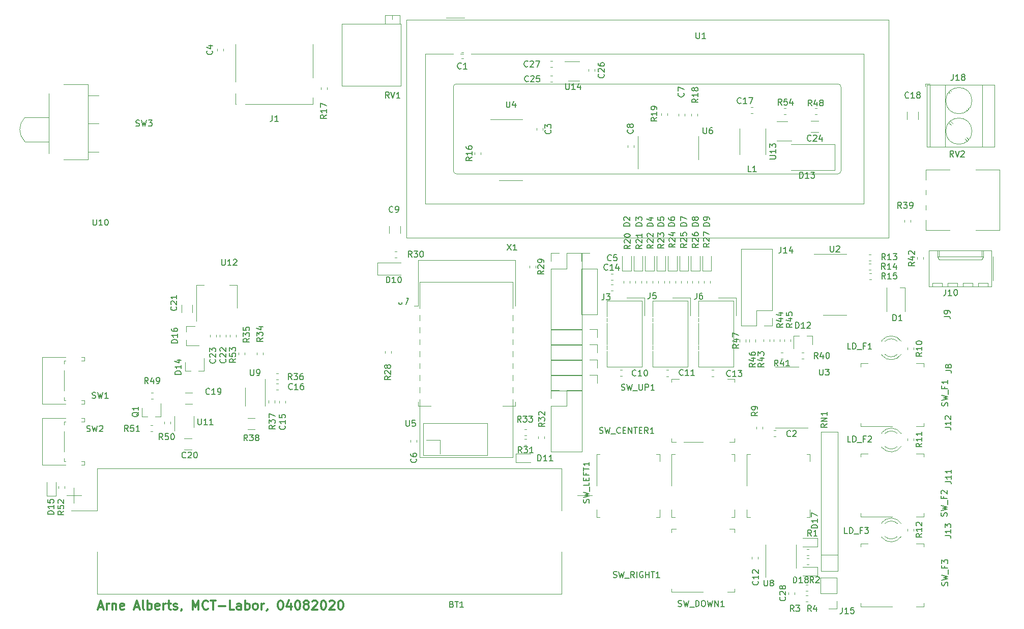
<source format=gto>
%TF.GenerationSoftware,KiCad,Pcbnew,5.1.6*%
%TF.CreationDate,2020-08-05T08:53:36+02:00*%
%TF.ProjectId,MCT_Labor_5529,4d43545f-4c61-4626-9f72-5f353532392e,rev?*%
%TF.SameCoordinates,Original*%
%TF.FileFunction,Legend,Top*%
%TF.FilePolarity,Positive*%
%FSLAX46Y46*%
G04 Gerber Fmt 4.6, Leading zero omitted, Abs format (unit mm)*
G04 Created by KiCad (PCBNEW 5.1.6) date 2020-08-05 08:53:36*
%MOMM*%
%LPD*%
G01*
G04 APERTURE LIST*
%ADD10C,0.300000*%
%ADD11C,0.120000*%
%ADD12C,0.150000*%
%ADD13O,1.840000X2.290000*%
%ADD14C,6.500000*%
%ADD15C,0.900000*%
%ADD16C,1.600000*%
%ADD17C,2.490000*%
%ADD18C,3.550000*%
%ADD19R,7.440000X6.450000*%
%ADD20C,1.624000*%
%ADD21R,1.624000X1.624000*%
%ADD22C,2.640000*%
%ADD23O,3.910000X2.100000*%
%ADD24C,2.200000*%
%ADD25C,1.850000*%
%ADD26C,1.900000*%
%ADD27R,1.900000X1.900000*%
%ADD28C,6.600000*%
%ADD29C,3.100000*%
%ADD30O,1.900000X2.700000*%
%ADD31R,1.900000X2.700000*%
%ADD32O,2.100000X1.300000*%
%ADD33R,0.700000X2.300000*%
%ADD34R,3.550000X2.250000*%
%ADD35R,0.750000X1.160000*%
%ADD36R,2.600000X1.100000*%
%ADD37R,1.100000X1.900000*%
%ADD38R,2.600000X1.300000*%
%ADD39R,1.300000X2.600000*%
%ADD40C,4.100000*%
%ADD41C,1.540000*%
%ADD42O,1.700000X1.700000*%
%ADD43R,1.700000X1.700000*%
%ADD44R,0.900000X1.000000*%
%ADD45O,1.800000X1.800000*%
%ADD46R,1.800000X1.800000*%
%ADD47C,2.700000*%
%ADD48R,2.700000X2.700000*%
%ADD49R,1.100000X1.650000*%
%ADD50R,1.600000X1.600000*%
%ADD51R,0.800000X1.850000*%
%ADD52R,0.900000X1.500000*%
%ADD53R,1.550000X1.100000*%
%ADD54R,0.900000X1.600000*%
%ADD55R,1.400000X1.600000*%
%ADD56R,1.000000X0.900000*%
%ADD57R,1.000000X1.300000*%
%ADD58R,0.900000X1.100000*%
%ADD59R,3.600000X2.400000*%
%ADD60R,3.500000X3.100000*%
%ADD61R,1.160000X0.750000*%
G04 APERTURE END LIST*
D10*
X59361077Y-148729640D02*
X60075362Y-148729640D01*
X59218219Y-149158211D02*
X59718219Y-147658211D01*
X60218219Y-149158211D01*
X60718219Y-149158211D02*
X60718219Y-148158211D01*
X60718219Y-148443925D02*
X60789648Y-148301068D01*
X60861077Y-148229640D01*
X61003934Y-148158211D01*
X61146791Y-148158211D01*
X61646791Y-148158211D02*
X61646791Y-149158211D01*
X61646791Y-148301068D02*
X61718219Y-148229640D01*
X61861077Y-148158211D01*
X62075362Y-148158211D01*
X62218219Y-148229640D01*
X62289648Y-148372497D01*
X62289648Y-149158211D01*
X63575362Y-149086782D02*
X63432505Y-149158211D01*
X63146791Y-149158211D01*
X63003934Y-149086782D01*
X62932505Y-148943925D01*
X62932505Y-148372497D01*
X63003934Y-148229640D01*
X63146791Y-148158211D01*
X63432505Y-148158211D01*
X63575362Y-148229640D01*
X63646791Y-148372497D01*
X63646791Y-148515354D01*
X62932505Y-148658211D01*
X65361077Y-148729640D02*
X66075362Y-148729640D01*
X65218219Y-149158211D02*
X65718219Y-147658211D01*
X66218219Y-149158211D01*
X66932505Y-149158211D02*
X66789648Y-149086782D01*
X66718219Y-148943925D01*
X66718219Y-147658211D01*
X67503934Y-149158211D02*
X67503934Y-147658211D01*
X67503934Y-148229640D02*
X67646791Y-148158211D01*
X67932505Y-148158211D01*
X68075362Y-148229640D01*
X68146791Y-148301068D01*
X68218220Y-148443925D01*
X68218220Y-148872497D01*
X68146791Y-149015354D01*
X68075362Y-149086782D01*
X67932505Y-149158211D01*
X67646791Y-149158211D01*
X67503934Y-149086782D01*
X69432505Y-149086782D02*
X69289648Y-149158211D01*
X69003934Y-149158211D01*
X68861077Y-149086782D01*
X68789648Y-148943925D01*
X68789648Y-148372497D01*
X68861077Y-148229640D01*
X69003934Y-148158211D01*
X69289648Y-148158211D01*
X69432505Y-148229640D01*
X69503934Y-148372497D01*
X69503934Y-148515354D01*
X68789648Y-148658211D01*
X70146791Y-149158211D02*
X70146791Y-148158211D01*
X70146791Y-148443925D02*
X70218220Y-148301068D01*
X70289648Y-148229640D01*
X70432505Y-148158211D01*
X70575362Y-148158211D01*
X70861077Y-148158211D02*
X71432505Y-148158211D01*
X71075362Y-147658211D02*
X71075362Y-148943925D01*
X71146791Y-149086782D01*
X71289648Y-149158211D01*
X71432505Y-149158211D01*
X71861077Y-149086782D02*
X72003934Y-149158211D01*
X72289648Y-149158211D01*
X72432505Y-149086782D01*
X72503934Y-148943925D01*
X72503934Y-148872497D01*
X72432505Y-148729640D01*
X72289648Y-148658211D01*
X72075362Y-148658211D01*
X71932505Y-148586782D01*
X71861077Y-148443925D01*
X71861077Y-148372497D01*
X71932505Y-148229640D01*
X72075362Y-148158211D01*
X72289648Y-148158211D01*
X72432505Y-148229640D01*
X73218220Y-149086782D02*
X73218220Y-149158211D01*
X73146791Y-149301068D01*
X73075362Y-149372497D01*
X75003934Y-149158211D02*
X75003934Y-147658211D01*
X75503934Y-148729640D01*
X76003934Y-147658211D01*
X76003934Y-149158211D01*
X77575362Y-149015354D02*
X77503934Y-149086782D01*
X77289648Y-149158211D01*
X77146791Y-149158211D01*
X76932505Y-149086782D01*
X76789648Y-148943925D01*
X76718220Y-148801068D01*
X76646791Y-148515354D01*
X76646791Y-148301068D01*
X76718220Y-148015354D01*
X76789648Y-147872497D01*
X76932505Y-147729640D01*
X77146791Y-147658211D01*
X77289648Y-147658211D01*
X77503934Y-147729640D01*
X77575362Y-147801068D01*
X78003934Y-147658211D02*
X78861077Y-147658211D01*
X78432505Y-149158211D02*
X78432505Y-147658211D01*
X79361077Y-148586782D02*
X80503934Y-148586782D01*
X81932505Y-149158211D02*
X81218220Y-149158211D01*
X81218220Y-147658211D01*
X83075362Y-149158211D02*
X83075362Y-148372497D01*
X83003934Y-148229640D01*
X82861077Y-148158211D01*
X82575362Y-148158211D01*
X82432505Y-148229640D01*
X83075362Y-149086782D02*
X82932505Y-149158211D01*
X82575362Y-149158211D01*
X82432505Y-149086782D01*
X82361077Y-148943925D01*
X82361077Y-148801068D01*
X82432505Y-148658211D01*
X82575362Y-148586782D01*
X82932505Y-148586782D01*
X83075362Y-148515354D01*
X83789648Y-149158211D02*
X83789648Y-147658211D01*
X83789648Y-148229640D02*
X83932505Y-148158211D01*
X84218220Y-148158211D01*
X84361077Y-148229640D01*
X84432505Y-148301068D01*
X84503934Y-148443925D01*
X84503934Y-148872497D01*
X84432505Y-149015354D01*
X84361077Y-149086782D01*
X84218220Y-149158211D01*
X83932505Y-149158211D01*
X83789648Y-149086782D01*
X85361077Y-149158211D02*
X85218220Y-149086782D01*
X85146791Y-149015354D01*
X85075362Y-148872497D01*
X85075362Y-148443925D01*
X85146791Y-148301068D01*
X85218220Y-148229640D01*
X85361077Y-148158211D01*
X85575362Y-148158211D01*
X85718220Y-148229640D01*
X85789648Y-148301068D01*
X85861077Y-148443925D01*
X85861077Y-148872497D01*
X85789648Y-149015354D01*
X85718220Y-149086782D01*
X85575362Y-149158211D01*
X85361077Y-149158211D01*
X86503934Y-149158211D02*
X86503934Y-148158211D01*
X86503934Y-148443925D02*
X86575362Y-148301068D01*
X86646791Y-148229640D01*
X86789648Y-148158211D01*
X86932505Y-148158211D01*
X87503934Y-149086782D02*
X87503934Y-149158211D01*
X87432505Y-149301068D01*
X87361077Y-149372497D01*
X89575362Y-147658211D02*
X89718220Y-147658211D01*
X89861077Y-147729640D01*
X89932505Y-147801068D01*
X90003934Y-147943925D01*
X90075362Y-148229640D01*
X90075362Y-148586782D01*
X90003934Y-148872497D01*
X89932505Y-149015354D01*
X89861077Y-149086782D01*
X89718220Y-149158211D01*
X89575362Y-149158211D01*
X89432505Y-149086782D01*
X89361077Y-149015354D01*
X89289648Y-148872497D01*
X89218220Y-148586782D01*
X89218220Y-148229640D01*
X89289648Y-147943925D01*
X89361077Y-147801068D01*
X89432505Y-147729640D01*
X89575362Y-147658211D01*
X91361077Y-148158211D02*
X91361077Y-149158211D01*
X91003934Y-147586782D02*
X90646791Y-148658211D01*
X91575362Y-148658211D01*
X92432505Y-147658211D02*
X92575362Y-147658211D01*
X92718220Y-147729640D01*
X92789648Y-147801068D01*
X92861077Y-147943925D01*
X92932505Y-148229640D01*
X92932505Y-148586782D01*
X92861077Y-148872497D01*
X92789648Y-149015354D01*
X92718220Y-149086782D01*
X92575362Y-149158211D01*
X92432505Y-149158211D01*
X92289648Y-149086782D01*
X92218220Y-149015354D01*
X92146791Y-148872497D01*
X92075362Y-148586782D01*
X92075362Y-148229640D01*
X92146791Y-147943925D01*
X92218220Y-147801068D01*
X92289648Y-147729640D01*
X92432505Y-147658211D01*
X93789648Y-148301068D02*
X93646791Y-148229640D01*
X93575362Y-148158211D01*
X93503934Y-148015354D01*
X93503934Y-147943925D01*
X93575362Y-147801068D01*
X93646791Y-147729640D01*
X93789648Y-147658211D01*
X94075362Y-147658211D01*
X94218220Y-147729640D01*
X94289648Y-147801068D01*
X94361077Y-147943925D01*
X94361077Y-148015354D01*
X94289648Y-148158211D01*
X94218220Y-148229640D01*
X94075362Y-148301068D01*
X93789648Y-148301068D01*
X93646791Y-148372497D01*
X93575362Y-148443925D01*
X93503934Y-148586782D01*
X93503934Y-148872497D01*
X93575362Y-149015354D01*
X93646791Y-149086782D01*
X93789648Y-149158211D01*
X94075362Y-149158211D01*
X94218220Y-149086782D01*
X94289648Y-149015354D01*
X94361077Y-148872497D01*
X94361077Y-148586782D01*
X94289648Y-148443925D01*
X94218220Y-148372497D01*
X94075362Y-148301068D01*
X94932505Y-147801068D02*
X95003934Y-147729640D01*
X95146791Y-147658211D01*
X95503934Y-147658211D01*
X95646791Y-147729640D01*
X95718220Y-147801068D01*
X95789648Y-147943925D01*
X95789648Y-148086782D01*
X95718220Y-148301068D01*
X94861077Y-149158211D01*
X95789648Y-149158211D01*
X96718219Y-147658211D02*
X96861077Y-147658211D01*
X97003934Y-147729640D01*
X97075362Y-147801068D01*
X97146791Y-147943925D01*
X97218219Y-148229640D01*
X97218219Y-148586782D01*
X97146791Y-148872497D01*
X97075362Y-149015354D01*
X97003934Y-149086782D01*
X96861077Y-149158211D01*
X96718219Y-149158211D01*
X96575362Y-149086782D01*
X96503934Y-149015354D01*
X96432505Y-148872497D01*
X96361077Y-148586782D01*
X96361077Y-148229640D01*
X96432505Y-147943925D01*
X96503934Y-147801068D01*
X96575362Y-147729640D01*
X96718219Y-147658211D01*
X97789648Y-147801068D02*
X97861077Y-147729640D01*
X98003934Y-147658211D01*
X98361077Y-147658211D01*
X98503934Y-147729640D01*
X98575362Y-147801068D01*
X98646791Y-147943925D01*
X98646791Y-148086782D01*
X98575362Y-148301068D01*
X97718219Y-149158211D01*
X98646791Y-149158211D01*
X99575362Y-147658211D02*
X99718219Y-147658211D01*
X99861077Y-147729640D01*
X99932505Y-147801068D01*
X100003934Y-147943925D01*
X100075362Y-148229640D01*
X100075362Y-148586782D01*
X100003934Y-148872497D01*
X99932505Y-149015354D01*
X99861077Y-149086782D01*
X99718219Y-149158211D01*
X99575362Y-149158211D01*
X99432505Y-149086782D01*
X99361077Y-149015354D01*
X99289648Y-148872497D01*
X99218219Y-148586782D01*
X99218219Y-148229640D01*
X99289648Y-147943925D01*
X99361077Y-147801068D01*
X99432505Y-147729640D01*
X99575362Y-147658211D01*
D11*
%TO.C,J10*%
X198176300Y-94768020D02*
X198176300Y-95368020D01*
X199776300Y-94768020D02*
X198176300Y-94768020D01*
X199776300Y-95368020D02*
X199776300Y-94768020D01*
X200716300Y-94768020D02*
X200716300Y-95368020D01*
X202316300Y-94768020D02*
X200716300Y-94768020D01*
X202316300Y-95368020D02*
X202316300Y-94768020D01*
X203256300Y-94768020D02*
X203256300Y-95368020D01*
X204856300Y-94768020D02*
X203256300Y-94768020D01*
X204856300Y-95368020D02*
X204856300Y-94768020D01*
X205796300Y-94768020D02*
X205796300Y-95368020D01*
X207396300Y-94768020D02*
X205796300Y-94768020D01*
X207396300Y-95368020D02*
X207396300Y-94768020D01*
X199226300Y-89348020D02*
X199226300Y-90348020D01*
X206346300Y-89348020D02*
X206346300Y-90348020D01*
X199226300Y-90878020D02*
X198976300Y-90348020D01*
X206346300Y-90878020D02*
X199226300Y-90878020D01*
X206596300Y-90348020D02*
X206346300Y-90878020D01*
X198976300Y-90348020D02*
X198976300Y-89348020D01*
X206596300Y-90348020D02*
X198976300Y-90348020D01*
X206596300Y-89348020D02*
X206596300Y-90348020D01*
X208266300Y-94338020D02*
X208266300Y-90338020D01*
X197596300Y-95368020D02*
X207976300Y-95368020D01*
X197596300Y-89348020D02*
X197596300Y-95368020D01*
X207976300Y-89348020D02*
X197596300Y-89348020D01*
X207976300Y-95368020D02*
X207976300Y-89348020D01*
%TO.C,BT1*%
X55270000Y-131370000D02*
X55270000Y-128870000D01*
X54020000Y-130120000D02*
X56520000Y-130120000D01*
X141520000Y-130120000D02*
X139020000Y-130120000D01*
X136410000Y-132680000D02*
X136410000Y-125700000D01*
X136410000Y-125680000D02*
X59130000Y-125680000D01*
X59130000Y-125680000D02*
X59130000Y-132680000D01*
X136410000Y-139560000D02*
X136410000Y-146560000D01*
X136410000Y-146560000D02*
X59130000Y-146560000D01*
X59130000Y-146560000D02*
X59130000Y-139560000D01*
X59130000Y-132680000D02*
X54770000Y-132680000D01*
%TO.C,U3*%
X173949680Y-108738480D02*
X171999680Y-108738480D01*
X173949680Y-108738480D02*
X175899680Y-108738480D01*
X173949680Y-118858480D02*
X171999680Y-118858480D01*
X173949680Y-118858480D02*
X177399680Y-118858480D01*
%TO.C,J6*%
X159163800Y-106104400D02*
X159163800Y-108754400D01*
X159163800Y-97704400D02*
X159163800Y-100354400D01*
X159163800Y-108754400D02*
X165013800Y-108754400D01*
X159163800Y-101454400D02*
X159163800Y-104954400D01*
X159163800Y-97704400D02*
X165013800Y-97704400D01*
X165013800Y-97704400D02*
X165013800Y-108754400D01*
X159163800Y-100604400D02*
X159163800Y-101204400D01*
X159163800Y-105204400D02*
X159163800Y-105804400D01*
X162463800Y-97204400D02*
X165463800Y-97204400D01*
X165463800Y-97204400D02*
X165463800Y-100204400D01*
%TO.C,SW3*%
X51075000Y-71175000D02*
X47075000Y-71175000D01*
X51075000Y-67175000D02*
X47075000Y-67175000D01*
X53575000Y-61675000D02*
X57575000Y-61675000D01*
X57575000Y-61675000D02*
X57575000Y-74175000D01*
X57575000Y-74175000D02*
X53575000Y-74175000D01*
X51075000Y-63175000D02*
X51075000Y-73175000D01*
X59375000Y-63475000D02*
X57575000Y-63475000D01*
X59375000Y-68175000D02*
X57575000Y-68175000D01*
X59375000Y-72875000D02*
X57575000Y-72875000D01*
X47075001Y-71174999D02*
G75*
G02*
X47075001Y-67175001I1999999J1999999D01*
G01*
%TO.C,SW2*%
X53655000Y-122870000D02*
X53655000Y-119470000D01*
X53655000Y-124510000D02*
X53655000Y-123970000D01*
X56485000Y-117310000D02*
X56995000Y-117310000D01*
X56995000Y-117830000D02*
X56995000Y-117310000D01*
X56485000Y-117830000D02*
X56995000Y-117830000D01*
X53655000Y-118370000D02*
X53655000Y-117830000D01*
X56485000Y-125030000D02*
X56995000Y-125030000D01*
X56485000Y-124510000D02*
X56995000Y-124510000D01*
X53655000Y-117830000D02*
X53885000Y-117830000D01*
X49985000Y-125030000D02*
X53885000Y-125030000D01*
X56995000Y-125030000D02*
X56995000Y-124510000D01*
X49985000Y-117310000D02*
X53885000Y-117310000D01*
X49985000Y-125030000D02*
X49985000Y-117310000D01*
X53655000Y-124510000D02*
X53885000Y-124510000D01*
%TO.C,SW1*%
X53655000Y-112710000D02*
X53655000Y-109310000D01*
X53655000Y-114350000D02*
X53655000Y-113810000D01*
X56485000Y-107150000D02*
X56995000Y-107150000D01*
X56995000Y-107670000D02*
X56995000Y-107150000D01*
X56485000Y-107670000D02*
X56995000Y-107670000D01*
X53655000Y-108210000D02*
X53655000Y-107670000D01*
X56485000Y-114870000D02*
X56995000Y-114870000D01*
X56485000Y-114350000D02*
X56995000Y-114350000D01*
X53655000Y-107670000D02*
X53885000Y-107670000D01*
X49985000Y-114870000D02*
X53885000Y-114870000D01*
X56995000Y-114870000D02*
X56995000Y-114350000D01*
X49985000Y-107150000D02*
X53885000Y-107150000D01*
X49985000Y-114870000D02*
X49985000Y-107150000D01*
X53655000Y-114350000D02*
X53885000Y-114350000D01*
%TO.C,R49*%
X68408687Y-113004000D02*
X68066153Y-113004000D01*
X68408687Y-114024000D02*
X68066153Y-114024000D01*
%TO.C,LD_F3*%
X189720100Y-136991100D02*
X189720100Y-137147100D01*
X189720100Y-134675100D02*
X189720100Y-134831100D01*
X192321230Y-136990937D02*
G75*
G02*
X190239139Y-136991100I-1041130J1079837D01*
G01*
X192321230Y-134831263D02*
G75*
G03*
X190239139Y-134831100I-1041130J-1079837D01*
G01*
X192952435Y-136989708D02*
G75*
G02*
X189720100Y-137146616I-1672335J1078608D01*
G01*
X192952435Y-134832492D02*
G75*
G03*
X189720100Y-134675584I-1672335J-1078608D01*
G01*
%TO.C,LD_F2*%
X189720100Y-121991100D02*
X189720100Y-122147100D01*
X189720100Y-119675100D02*
X189720100Y-119831100D01*
X192321230Y-121990937D02*
G75*
G02*
X190239139Y-121991100I-1041130J1079837D01*
G01*
X192321230Y-119831263D02*
G75*
G03*
X190239139Y-119831100I-1041130J-1079837D01*
G01*
X192952435Y-121989708D02*
G75*
G02*
X189720100Y-122146616I-1672335J1078608D01*
G01*
X192952435Y-119832492D02*
G75*
G03*
X189720100Y-119675584I-1672335J-1078608D01*
G01*
%TO.C,LD_F1*%
X189720100Y-104315100D02*
X189720100Y-104471100D01*
X189720100Y-106631100D02*
X189720100Y-106787100D01*
X192952435Y-104472492D02*
G75*
G03*
X189720100Y-104315584I-1672335J-1078608D01*
G01*
X192952435Y-106629708D02*
G75*
G02*
X189720100Y-106786616I-1672335J1078608D01*
G01*
X192321230Y-104471263D02*
G75*
G03*
X190239139Y-104471100I-1041130J-1079837D01*
G01*
X192321230Y-106630937D02*
G75*
G02*
X190239139Y-106631100I-1041130J1079837D01*
G01*
%TO.C,U1*%
X113725000Y-81570000D02*
X113725000Y-56570000D01*
X186725000Y-81570000D02*
X113725000Y-81570000D01*
X186725000Y-56570000D02*
X186725000Y-81570000D01*
X113725000Y-56570000D02*
X186725000Y-56570000D01*
X182925000Y-62070000D02*
X182925000Y-76070000D01*
X182425660Y-76570000D02*
X118925000Y-76570000D01*
X118425280Y-76069320D02*
X118425280Y-62070000D01*
X118925000Y-61570000D02*
X182425000Y-61570000D01*
X117225000Y-50570000D02*
X120225000Y-50570000D01*
X110595000Y-50930000D02*
X111385000Y-50930000D01*
X110585000Y-50930000D02*
X110585000Y-87210000D01*
X190865000Y-50930000D02*
X111385000Y-50930000D01*
X190865000Y-87210000D02*
X190865000Y-50930000D01*
X110585000Y-87210000D02*
X190865000Y-87210000D01*
X118925660Y-61568460D02*
G75*
G03*
X118425280Y-62068840I0J-500380D01*
G01*
X118425280Y-76069320D02*
G75*
G03*
X118925660Y-76569700I500380J0D01*
G01*
X182425660Y-76569700D02*
G75*
G03*
X182926040Y-76069320I0J500380D01*
G01*
X182925000Y-62070000D02*
G75*
G03*
X182425000Y-61570000I-500000J0D01*
G01*
%TO.C,U12*%
X75604640Y-101121180D02*
X75604640Y-95111180D01*
X82424640Y-98871180D02*
X82424640Y-95111180D01*
X75604640Y-95111180D02*
X76864640Y-95111180D01*
X82424640Y-95111180D02*
X81164640Y-95111180D01*
%TO.C,U11*%
X71996980Y-116965020D02*
X71996980Y-119415020D01*
X75216980Y-118765020D02*
X75216980Y-116965020D01*
%TO.C,U9*%
X87025440Y-113712120D02*
X87025440Y-110787120D01*
X87025440Y-113712120D02*
X87025440Y-115212120D01*
X83805440Y-113712120D02*
X83805440Y-112212120D01*
X83805440Y-113712120D02*
X83805440Y-115212120D01*
%TO.C,U7*%
X112510000Y-98600000D02*
X111900000Y-98600000D01*
X112510000Y-98600000D02*
X112510000Y-90980000D01*
X112510000Y-115220000D02*
X112510000Y-114600000D01*
X114630000Y-115220000D02*
X112510000Y-115220000D01*
X128750000Y-115220000D02*
X126630000Y-115220000D01*
X128750000Y-114600000D02*
X128750000Y-115220000D01*
X128750000Y-90980000D02*
X128750000Y-98600000D01*
X112510000Y-90980000D02*
X128750000Y-90980000D01*
%TO.C,U6*%
X149113240Y-72245120D02*
X149113240Y-75695120D01*
X149113240Y-72245120D02*
X149113240Y-70295120D01*
X159233240Y-72245120D02*
X159233240Y-74195120D01*
X159233240Y-72245120D02*
X159233240Y-70295120D01*
%TO.C,U5*%
X113391000Y-123420000D02*
X113391000Y-123420000D01*
X124059000Y-123420000D02*
X113391000Y-123420000D01*
X112815000Y-123750000D02*
X112815000Y-123750000D01*
X128265000Y-123750000D02*
X112815000Y-123750000D01*
X128265000Y-94550000D02*
X128265000Y-123750000D01*
X112815000Y-94550000D02*
X128265000Y-94550000D01*
X112815000Y-123750000D02*
X112815000Y-94550000D01*
X116185000Y-123166000D02*
X116185000Y-123166000D01*
X116185000Y-120880000D02*
X116185000Y-123166000D01*
X113899000Y-120880000D02*
X116185000Y-120880000D01*
X124059000Y-123420000D02*
X124059000Y-123420000D01*
X124059000Y-118086000D02*
X124059000Y-123420000D01*
X113391000Y-118086000D02*
X124059000Y-118086000D01*
X113391000Y-123420000D02*
X113391000Y-118086000D01*
%TO.C,U4*%
X127996000Y-67524440D02*
X124546000Y-67524440D01*
X127996000Y-67524440D02*
X129946000Y-67524440D01*
X127996000Y-77644440D02*
X126046000Y-77644440D01*
X127996000Y-77644440D02*
X129946000Y-77644440D01*
%TO.C,U2*%
X181904960Y-100052320D02*
X183854960Y-100052320D01*
X181904960Y-100052320D02*
X179954960Y-100052320D01*
X181904960Y-89932320D02*
X183854960Y-89932320D01*
X181904960Y-89932320D02*
X178454960Y-89932320D01*
%TO.C,SW_UP1*%
X165250000Y-121250000D02*
X164000000Y-121250000D01*
X165250000Y-120700000D02*
X165250000Y-121250000D01*
X154750000Y-121250000D02*
X160000000Y-121250000D01*
X154750000Y-120700000D02*
X154750000Y-121250000D01*
X165250000Y-110750000D02*
X164000000Y-110750000D01*
X165250000Y-111300000D02*
X165250000Y-110750000D01*
X154750000Y-110750000D02*
X156000000Y-110750000D01*
X154750000Y-111300000D02*
X154750000Y-110750000D01*
%TO.C,SW_RIGHT1*%
X167250000Y-133750000D02*
X167250000Y-132500000D01*
X167800000Y-133750000D02*
X167250000Y-133750000D01*
X167250000Y-123250000D02*
X167250000Y-128500000D01*
X167800000Y-123250000D02*
X167250000Y-123250000D01*
X177750000Y-133750000D02*
X177750000Y-132500000D01*
X177200000Y-133750000D02*
X177750000Y-133750000D01*
X177750000Y-123250000D02*
X177750000Y-124500000D01*
X177200000Y-123250000D02*
X177750000Y-123250000D01*
%TO.C,SW_LEFT1*%
X142250000Y-133750000D02*
X142250000Y-132500000D01*
X142800000Y-133750000D02*
X142250000Y-133750000D01*
X142250000Y-123250000D02*
X142250000Y-128500000D01*
X142800000Y-123250000D02*
X142250000Y-123250000D01*
X152750000Y-133750000D02*
X152750000Y-132500000D01*
X152200000Y-133750000D02*
X152750000Y-133750000D01*
X152750000Y-123250000D02*
X152750000Y-124500000D01*
X152200000Y-123250000D02*
X152750000Y-123250000D01*
%TO.C,SW_F3*%
X196685100Y-148661100D02*
X195435100Y-148661100D01*
X196685100Y-148111100D02*
X196685100Y-148661100D01*
X186185100Y-148661100D02*
X191435100Y-148661100D01*
X186185100Y-148111100D02*
X186185100Y-148661100D01*
X196685100Y-138161100D02*
X195435100Y-138161100D01*
X196685100Y-138711100D02*
X196685100Y-138161100D01*
X186185100Y-138161100D02*
X187435100Y-138161100D01*
X186185100Y-138711100D02*
X186185100Y-138161100D01*
%TO.C,SW_F2*%
X196685100Y-133661100D02*
X195435100Y-133661100D01*
X196685100Y-133111100D02*
X196685100Y-133661100D01*
X186185100Y-133661100D02*
X191435100Y-133661100D01*
X186185100Y-133111100D02*
X186185100Y-133661100D01*
X196685100Y-123161100D02*
X195435100Y-123161100D01*
X196685100Y-123711100D02*
X196685100Y-123161100D01*
X186185100Y-123161100D02*
X187435100Y-123161100D01*
X186185100Y-123711100D02*
X186185100Y-123161100D01*
%TO.C,SW_F1*%
X196685100Y-118661100D02*
X195435100Y-118661100D01*
X196685100Y-118111100D02*
X196685100Y-118661100D01*
X186185100Y-118661100D02*
X191435100Y-118661100D01*
X186185100Y-118111100D02*
X186185100Y-118661100D01*
X196685100Y-108161100D02*
X195435100Y-108161100D01*
X196685100Y-108711100D02*
X196685100Y-108161100D01*
X186185100Y-108161100D02*
X187435100Y-108161100D01*
X186185100Y-108711100D02*
X186185100Y-108161100D01*
%TO.C,SW_DOWN1*%
X165250000Y-146250000D02*
X164000000Y-146250000D01*
X165250000Y-145700000D02*
X165250000Y-146250000D01*
X154750000Y-146250000D02*
X160000000Y-146250000D01*
X154750000Y-145700000D02*
X154750000Y-146250000D01*
X165250000Y-135750000D02*
X164000000Y-135750000D01*
X165250000Y-136300000D02*
X165250000Y-135750000D01*
X154750000Y-135750000D02*
X156000000Y-135750000D01*
X154750000Y-136300000D02*
X154750000Y-135750000D01*
%TO.C,SW_CENTER1*%
X154750000Y-133750000D02*
X154750000Y-132500000D01*
X155300000Y-133750000D02*
X154750000Y-133750000D01*
X154750000Y-123250000D02*
X154750000Y-128500000D01*
X155300000Y-123250000D02*
X154750000Y-123250000D01*
X165250000Y-133750000D02*
X165250000Y-132500000D01*
X164700000Y-133750000D02*
X165250000Y-133750000D01*
X165250000Y-123250000D02*
X165250000Y-124500000D01*
X164700000Y-123250000D02*
X165250000Y-123250000D01*
%TO.C,RV2*%
X209315000Y-75894000D02*
X209315000Y-85935000D01*
X197075000Y-84285000D02*
X197075000Y-85935000D01*
X197075000Y-81786000D02*
X197075000Y-82545000D01*
X197075000Y-79286000D02*
X197075000Y-80045000D01*
X197075000Y-75894000D02*
X197075000Y-77544000D01*
X205379000Y-85935000D02*
X209315000Y-85935000D01*
X197075000Y-85935000D02*
X201012000Y-85935000D01*
X205379000Y-75894000D02*
X209315000Y-75894000D01*
X197075000Y-75894000D02*
X201012000Y-75894000D01*
%TO.C,RV1*%
X108250000Y-50090000D02*
X108250000Y-50849000D01*
X109464000Y-51609000D02*
X107035000Y-51609000D01*
X109464000Y-50090000D02*
X107035000Y-50090000D01*
X107035000Y-50090000D02*
X107035000Y-51609000D01*
X109464000Y-50090000D02*
X109464000Y-51609000D01*
X109640000Y-61880000D02*
X99870000Y-61880000D01*
X109640000Y-51610000D02*
X99870000Y-51610000D01*
X99870000Y-51610000D02*
X99870000Y-61880000D01*
X109640000Y-51610000D02*
X109640000Y-61880000D01*
%TO.C,RN1*%
X179633740Y-140044300D02*
X182433740Y-140044300D01*
X179633740Y-119554300D02*
X179633740Y-142754300D01*
X182433740Y-119554300D02*
X179633740Y-119554300D01*
X182433740Y-142754300D02*
X182433740Y-119554300D01*
X179633740Y-142754300D02*
X182433740Y-142754300D01*
%TO.C,R53*%
X82242440Y-103378313D02*
X82242440Y-103720847D01*
X81222440Y-103378313D02*
X81222440Y-103720847D01*
%TO.C,R52*%
X53748720Y-128943047D02*
X53748720Y-128600513D01*
X52728720Y-128943047D02*
X52728720Y-128600513D01*
%TO.C,R51*%
X68337567Y-118485320D02*
X67995033Y-118485320D01*
X68337567Y-119505320D02*
X67995033Y-119505320D01*
%TO.C,R50*%
X71340760Y-118198847D02*
X71340760Y-117856313D01*
X70320760Y-118198847D02*
X70320760Y-117856313D01*
%TO.C,R47*%
X166078760Y-104188573D02*
X166078760Y-104531107D01*
X167098760Y-104188573D02*
X167098760Y-104531107D01*
%TO.C,R46*%
X168698960Y-104531107D02*
X168698960Y-104188573D01*
X167678960Y-104531107D02*
X167678960Y-104188573D01*
%TO.C,R45*%
X173490480Y-104127613D02*
X173490480Y-104470147D01*
X174510480Y-104127613D02*
X174510480Y-104470147D01*
%TO.C,R44*%
X171692160Y-104132693D02*
X171692160Y-104475227D01*
X172712160Y-104132693D02*
X172712160Y-104475227D01*
%TO.C,R43*%
X171020520Y-104470147D02*
X171020520Y-104127613D01*
X170000520Y-104470147D02*
X170000520Y-104127613D01*
%TO.C,R42*%
X196641500Y-90810027D02*
X196641500Y-90467493D01*
X195621500Y-90810027D02*
X195621500Y-90467493D01*
%TO.C,R41*%
X173277667Y-106328880D02*
X172935133Y-106328880D01*
X173277667Y-107348880D02*
X172935133Y-107348880D01*
%TO.C,R40*%
X176762547Y-107353960D02*
X176420013Y-107353960D01*
X176762547Y-106333960D02*
X176420013Y-106333960D01*
%TO.C,R39*%
X194500280Y-84556547D02*
X194500280Y-84214013D01*
X193480280Y-84556547D02*
X193480280Y-84214013D01*
%TO.C,R38*%
X85377424Y-117290300D02*
X84173296Y-117290300D01*
X85377424Y-119110300D02*
X84173296Y-119110300D01*
%TO.C,R37*%
X87625780Y-114348573D02*
X87625780Y-114691107D01*
X88645780Y-114348573D02*
X88645780Y-114691107D01*
%TO.C,R36*%
X88896693Y-110831220D02*
X89239227Y-110831220D01*
X88896693Y-109811220D02*
X89239227Y-109811220D01*
%TO.C,R35*%
X82685480Y-106380593D02*
X82685480Y-106723127D01*
X83705480Y-106380593D02*
X83705480Y-106723127D01*
%TO.C,R34*%
X85741100Y-106308173D02*
X85741100Y-106650707D01*
X86761100Y-106308173D02*
X86761100Y-106650707D01*
%TO.C,R33*%
X130580267Y-119100000D02*
X130237733Y-119100000D01*
X130580267Y-120120000D02*
X130237733Y-120120000D01*
%TO.C,R32*%
X133525040Y-120624547D02*
X133525040Y-120282013D01*
X132505040Y-120624547D02*
X132505040Y-120282013D01*
%TO.C,R31*%
X130554867Y-120751000D02*
X130212333Y-120751000D01*
X130554867Y-121771000D02*
X130212333Y-121771000D01*
%TO.C,R30*%
X108624873Y-90501060D02*
X108967407Y-90501060D01*
X108624873Y-89481060D02*
X108967407Y-89481060D01*
%TO.C,R29*%
X131077560Y-91879733D02*
X131077560Y-92222267D01*
X132097560Y-91879733D02*
X132097560Y-92222267D01*
%TO.C,R28*%
X108081860Y-106456427D02*
X108081860Y-106113893D01*
X107061860Y-106456427D02*
X107061860Y-106113893D01*
%TO.C,R27*%
X161119600Y-94762267D02*
X161119600Y-94419733D01*
X160099600Y-94762267D02*
X160099600Y-94419733D01*
%TO.C,R26*%
X159209600Y-94762267D02*
X159209600Y-94419733D01*
X158189600Y-94762267D02*
X158189600Y-94419733D01*
%TO.C,R25*%
X157309600Y-94757187D02*
X157309600Y-94414653D01*
X156289600Y-94757187D02*
X156289600Y-94414653D01*
%TO.C,R24*%
X155409680Y-94767347D02*
X155409680Y-94424813D01*
X154389680Y-94767347D02*
X154389680Y-94424813D01*
%TO.C,R23*%
X153504680Y-94772427D02*
X153504680Y-94429893D01*
X152484680Y-94772427D02*
X152484680Y-94429893D01*
%TO.C,R22*%
X151569600Y-94762267D02*
X151569600Y-94419733D01*
X150549600Y-94762267D02*
X150549600Y-94419733D01*
%TO.C,R21*%
X149689600Y-94787667D02*
X149689600Y-94445133D01*
X148669600Y-94787667D02*
X148669600Y-94445133D01*
%TO.C,R20*%
X147784600Y-94787667D02*
X147784600Y-94445133D01*
X146764600Y-94787667D02*
X146764600Y-94445133D01*
%TO.C,R19*%
X154048240Y-66842587D02*
X154048240Y-66500053D01*
X153028240Y-66842587D02*
X153028240Y-66500053D01*
%TO.C,R18*%
X158049820Y-66545773D02*
X158049820Y-66888307D01*
X159069820Y-66545773D02*
X159069820Y-66888307D01*
%TO.C,R17*%
X96345600Y-62187133D02*
X96345600Y-62529667D01*
X97365600Y-62187133D02*
X97365600Y-62529667D01*
%TO.C,R16*%
X122999280Y-73314507D02*
X122999280Y-72971973D01*
X121979280Y-73314507D02*
X121979280Y-72971973D01*
%TO.C,R15*%
X187953787Y-93131040D02*
X187611253Y-93131040D01*
X187953787Y-94151040D02*
X187611253Y-94151040D01*
%TO.C,R14*%
X187938547Y-91551160D02*
X187596013Y-91551160D01*
X187938547Y-92571160D02*
X187596013Y-92571160D01*
%TO.C,R13*%
X187923307Y-89981440D02*
X187580773Y-89981440D01*
X187923307Y-91001440D02*
X187580773Y-91001440D01*
%TO.C,R12*%
X194016220Y-135702353D02*
X194016220Y-136044887D01*
X195036220Y-135702353D02*
X195036220Y-136044887D01*
%TO.C,R11*%
X194018760Y-120663013D02*
X194018760Y-121005547D01*
X195038760Y-120663013D02*
X195038760Y-121005547D01*
%TO.C,R10*%
X195026060Y-105524613D02*
X195026060Y-105867147D01*
X194006060Y-105524613D02*
X194006060Y-105867147D01*
%TO.C,R9*%
X168857520Y-118717373D02*
X168857520Y-119059907D01*
X169877520Y-118717373D02*
X169877520Y-119059907D01*
%TO.C,Q1*%
X66558360Y-117007040D02*
X66558360Y-115547040D01*
X69718360Y-117007040D02*
X69718360Y-114847040D01*
X69718360Y-117007040D02*
X68788360Y-117007040D01*
X66558360Y-117007040D02*
X67488360Y-117007040D01*
%TO.C,JP5*%
X142376520Y-104999640D02*
X142376520Y-106329640D01*
X141046520Y-104999640D02*
X142376520Y-104999640D01*
X139776520Y-104999640D02*
X139776520Y-107659640D01*
X139776520Y-107659640D02*
X134636520Y-107659640D01*
X139776520Y-104999640D02*
X134636520Y-104999640D01*
X134636520Y-104999640D02*
X134636520Y-107659640D01*
%TO.C,JP4*%
X142376520Y-102459640D02*
X142376520Y-103789640D01*
X141046520Y-102459640D02*
X142376520Y-102459640D01*
X139776520Y-102459640D02*
X139776520Y-105119640D01*
X139776520Y-105119640D02*
X134636520Y-105119640D01*
X139776520Y-102459640D02*
X134636520Y-102459640D01*
X134636520Y-102459640D02*
X134636520Y-105119640D01*
%TO.C,JP3*%
X142376520Y-110079640D02*
X142376520Y-111409640D01*
X141046520Y-110079640D02*
X142376520Y-110079640D01*
X139776520Y-110079640D02*
X139776520Y-112739640D01*
X139776520Y-112739640D02*
X134636520Y-112739640D01*
X139776520Y-110079640D02*
X134636520Y-110079640D01*
X134636520Y-110079640D02*
X134636520Y-112739640D01*
%TO.C,JP1*%
X142376520Y-107539640D02*
X142376520Y-108869640D01*
X141046520Y-107539640D02*
X142376520Y-107539640D01*
X139776520Y-107539640D02*
X139776520Y-110199640D01*
X139776520Y-110199640D02*
X134636520Y-110199640D01*
X139776520Y-107539640D02*
X134636520Y-107539640D01*
X134636520Y-107539640D02*
X134636520Y-110199640D01*
%TO.C,J18*%
X196945000Y-61525000D02*
X196945000Y-62025000D01*
X197685000Y-61525000D02*
X196945000Y-61525000D01*
X201553000Y-68187000D02*
X201157000Y-67792000D01*
X204199000Y-70833000D02*
X203819000Y-70453000D01*
X201271000Y-68438000D02*
X200891000Y-68058000D01*
X203933000Y-71099000D02*
X203537000Y-70704000D01*
X201264000Y-62817000D02*
X201157000Y-62711000D01*
X204199000Y-65753000D02*
X204092000Y-65646000D01*
X200998000Y-63083000D02*
X200891000Y-62977000D01*
X203933000Y-66019000D02*
X203826000Y-65912000D01*
X208505000Y-72045000D02*
X197185000Y-72045000D01*
X208505000Y-61765000D02*
X197185000Y-61765000D01*
X197185000Y-61765000D02*
X197185000Y-72045000D01*
X208505000Y-61765000D02*
X208505000Y-72045000D01*
X206445000Y-61765000D02*
X206445000Y-72045000D01*
X200245000Y-61765000D02*
X200245000Y-72045000D01*
X197745000Y-61765000D02*
X197745000Y-72045000D01*
X204725000Y-69445000D02*
G75*
G03*
X204725000Y-69445000I-2180000J0D01*
G01*
X204725000Y-64365000D02*
G75*
G03*
X204725000Y-64365000I-2180000J0D01*
G01*
%TO.C,J14*%
X171490000Y-101890000D02*
X170160000Y-101890000D01*
X171490000Y-100560000D02*
X171490000Y-101890000D01*
X168890000Y-101890000D02*
X166290000Y-101890000D01*
X168890000Y-99290000D02*
X168890000Y-101890000D01*
X171490000Y-99290000D02*
X168890000Y-99290000D01*
X166290000Y-101890000D02*
X166290000Y-89070000D01*
X171490000Y-99290000D02*
X171490000Y-89070000D01*
X171490000Y-89070000D02*
X166290000Y-89070000D01*
%TO.C,J7*%
X139716520Y-89759640D02*
X141046520Y-89759640D01*
X139716520Y-91089640D02*
X139716520Y-89759640D01*
X139716520Y-92359640D02*
X142376520Y-92359640D01*
X142376520Y-92359640D02*
X142376520Y-100039640D01*
X139716520Y-92359640D02*
X139716520Y-100039640D01*
X139716520Y-100039640D02*
X142376520Y-100039640D01*
%TO.C,J5*%
X151543800Y-106104400D02*
X151543800Y-108754400D01*
X151543800Y-97704400D02*
X151543800Y-100354400D01*
X151543800Y-108754400D02*
X157393800Y-108754400D01*
X151543800Y-101454400D02*
X151543800Y-104954400D01*
X151543800Y-97704400D02*
X157393800Y-97704400D01*
X157393800Y-97704400D02*
X157393800Y-108754400D01*
X151543800Y-100604400D02*
X151543800Y-101204400D01*
X151543800Y-105204400D02*
X151543800Y-105804400D01*
X154843800Y-97204400D02*
X157843800Y-97204400D01*
X157843800Y-97204400D02*
X157843800Y-100204400D01*
%TO.C,J4*%
X134636520Y-112619640D02*
X135966520Y-112619640D01*
X134636520Y-113949640D02*
X134636520Y-112619640D01*
X137236520Y-112619640D02*
X139836520Y-112619640D01*
X137236520Y-115219640D02*
X137236520Y-112619640D01*
X134636520Y-115219640D02*
X137236520Y-115219640D01*
X139836520Y-112619640D02*
X139836520Y-122899640D01*
X134636520Y-115219640D02*
X134636520Y-122899640D01*
X134636520Y-122899640D02*
X139836520Y-122899640D01*
%TO.C,J3*%
X143923800Y-106104400D02*
X143923800Y-108754400D01*
X143923800Y-97704400D02*
X143923800Y-100354400D01*
X143923800Y-108754400D02*
X149773800Y-108754400D01*
X143923800Y-101454400D02*
X143923800Y-104954400D01*
X143923800Y-97704400D02*
X149773800Y-97704400D01*
X149773800Y-97704400D02*
X149773800Y-108754400D01*
X143923800Y-100604400D02*
X143923800Y-101204400D01*
X143923800Y-105204400D02*
X143923800Y-105804400D01*
X147223800Y-97204400D02*
X150223800Y-97204400D01*
X150223800Y-97204400D02*
X150223800Y-100204400D01*
%TO.C,J2*%
X134636520Y-89759640D02*
X135966520Y-89759640D01*
X134636520Y-91089640D02*
X134636520Y-89759640D01*
X137236520Y-89759640D02*
X139836520Y-89759640D01*
X137236520Y-92359640D02*
X137236520Y-89759640D01*
X134636520Y-92359640D02*
X137236520Y-92359640D01*
X139836520Y-89759640D02*
X139836520Y-102579640D01*
X134636520Y-92359640D02*
X134636520Y-102579640D01*
X134636520Y-102579640D02*
X139836520Y-102579640D01*
%TO.C,J1*%
X82275600Y-64968400D02*
X82165600Y-64968400D01*
X95035600Y-63808400D02*
X95035600Y-64968400D01*
X95035600Y-64968400D02*
X83775600Y-64968400D01*
X82165600Y-64968400D02*
X82165600Y-63158400D01*
X95035600Y-60558400D02*
X95035600Y-54958400D01*
X82165600Y-61258400D02*
X82165600Y-54958400D01*
%TO.C,D16*%
X73913780Y-101982280D02*
X75373780Y-101982280D01*
X73913780Y-105142280D02*
X76073780Y-105142280D01*
X73913780Y-105142280D02*
X73913780Y-104212280D01*
X73913780Y-101982280D02*
X73913780Y-102912280D01*
%TO.C,D15*%
X52233820Y-130256780D02*
X52233820Y-127971780D01*
X50763820Y-130256780D02*
X52233820Y-130256780D01*
X50763820Y-127971780D02*
X50763820Y-130256780D01*
%TO.C,D14*%
X73774500Y-109437840D02*
X73774500Y-107977840D01*
X76934500Y-109437840D02*
X76934500Y-107277840D01*
X76934500Y-109437840D02*
X76004500Y-109437840D01*
X73774500Y-109437840D02*
X74704500Y-109437840D01*
%TO.C,D12*%
X178176360Y-103549040D02*
X178176360Y-105009040D01*
X175016360Y-103549040D02*
X175016360Y-105709040D01*
X175016360Y-103549040D02*
X175946360Y-103549040D01*
X178176360Y-103549040D02*
X177246360Y-103549040D01*
%TO.C,D11*%
X128825200Y-124663000D02*
X131285200Y-124663000D01*
X128825200Y-123193000D02*
X128825200Y-124663000D01*
X131285200Y-123193000D02*
X128825200Y-123193000D01*
%TO.C,D10*%
X105784140Y-91368500D02*
X109684140Y-91368500D01*
X105784140Y-93368500D02*
X109684140Y-93368500D01*
X105784140Y-91368500D02*
X105784140Y-93368500D01*
%TO.C,D9*%
X161344600Y-92745800D02*
X161344600Y-90285800D01*
X159874600Y-92745800D02*
X161344600Y-92745800D01*
X159874600Y-90285800D02*
X159874600Y-92745800D01*
%TO.C,D8*%
X159439600Y-92745800D02*
X159439600Y-90285800D01*
X157969600Y-92745800D02*
X159439600Y-92745800D01*
X157969600Y-90285800D02*
X157969600Y-92745800D01*
%TO.C,D7*%
X157534600Y-92745800D02*
X157534600Y-90285800D01*
X156064600Y-92745800D02*
X157534600Y-92745800D01*
X156064600Y-90285800D02*
X156064600Y-92745800D01*
%TO.C,D6*%
X155629600Y-92745800D02*
X155629600Y-90285800D01*
X154159600Y-92745800D02*
X155629600Y-92745800D01*
X154159600Y-90285800D02*
X154159600Y-92745800D01*
%TO.C,D5*%
X153724600Y-92745800D02*
X153724600Y-90285800D01*
X152254600Y-92745800D02*
X153724600Y-92745800D01*
X152254600Y-90285800D02*
X152254600Y-92745800D01*
%TO.C,D4*%
X151819600Y-92745800D02*
X151819600Y-90285800D01*
X150349600Y-92745800D02*
X151819600Y-92745800D01*
X150349600Y-90285800D02*
X150349600Y-92745800D01*
%TO.C,D3*%
X149914600Y-92745800D02*
X149914600Y-90285800D01*
X148444600Y-92745800D02*
X149914600Y-92745800D01*
X148444600Y-90285800D02*
X148444600Y-92745800D01*
%TO.C,D2*%
X148009600Y-92745800D02*
X148009600Y-90285800D01*
X146539600Y-92745800D02*
X148009600Y-92745800D01*
X146539600Y-90285800D02*
X146539600Y-92745800D01*
%TO.C,D1*%
X190537020Y-95554380D02*
X190537020Y-99454380D01*
X193537020Y-95554380D02*
X193537020Y-99454380D01*
X192737020Y-95554380D02*
X193537020Y-95554380D01*
%TO.C,C23*%
X77917900Y-103357993D02*
X77917900Y-103700527D01*
X78937900Y-103357993D02*
X78937900Y-103700527D01*
%TO.C,C22*%
X79558740Y-103370693D02*
X79558740Y-103713227D01*
X80578740Y-103370693D02*
X80578740Y-103713227D01*
%TO.C,C21*%
X74979260Y-99627904D02*
X74979260Y-98423776D01*
X73159260Y-99627904D02*
X73159260Y-98423776D01*
%TO.C,C20*%
X74849124Y-120681200D02*
X73644996Y-120681200D01*
X74849124Y-122501200D02*
X73644996Y-122501200D01*
%TO.C,C19*%
X74965964Y-113045960D02*
X73761836Y-113045960D01*
X74965964Y-114865960D02*
X73761836Y-114865960D01*
%TO.C,C18*%
X193923560Y-66259756D02*
X193923560Y-67463884D01*
X195743560Y-66259756D02*
X195743560Y-67463884D01*
%TO.C,C16*%
X88891613Y-112558420D02*
X89234147Y-112558420D01*
X88891613Y-111538420D02*
X89234147Y-111538420D01*
%TO.C,C15*%
X90477120Y-114708887D02*
X90477120Y-114366353D01*
X89457120Y-114708887D02*
X89457120Y-114366353D01*
%TO.C,C14*%
X144624293Y-96056040D02*
X144966827Y-96056040D01*
X144624293Y-95036040D02*
X144966827Y-95036040D01*
%TO.C,C13*%
X161439093Y-110290200D02*
X161781627Y-110290200D01*
X161439093Y-109270200D02*
X161781627Y-109270200D01*
%TO.C,C12*%
X168128540Y-140398813D02*
X168128540Y-140741347D01*
X169148540Y-140398813D02*
X169148540Y-140741347D01*
%TO.C,C11*%
X153878813Y-110290200D02*
X154221347Y-110290200D01*
X153878813Y-109270200D02*
X154221347Y-109270200D01*
%TO.C,C10*%
X146158453Y-110239400D02*
X146500987Y-110239400D01*
X146158453Y-109219400D02*
X146500987Y-109219400D01*
%TO.C,C9*%
X109558820Y-86442764D02*
X109558820Y-85238636D01*
X107738820Y-86442764D02*
X107738820Y-85238636D01*
%TO.C,C8*%
X147404680Y-71764173D02*
X147404680Y-72106707D01*
X148424680Y-71764173D02*
X148424680Y-72106707D01*
%TO.C,C7*%
X156893040Y-66918787D02*
X156893040Y-66576253D01*
X155873040Y-66918787D02*
X155873040Y-66576253D01*
%TO.C,C6*%
X111306200Y-120911933D02*
X111306200Y-121254467D01*
X112326200Y-120911933D02*
X112326200Y-121254467D01*
%TO.C,C5*%
X144598893Y-94206920D02*
X144941427Y-94206920D01*
X144598893Y-93186920D02*
X144941427Y-93186920D01*
%TO.C,C4*%
X79134560Y-56062827D02*
X79134560Y-55720293D01*
X80154560Y-56062827D02*
X80154560Y-55720293D01*
%TO.C,C3*%
X132263740Y-68938453D02*
X132263740Y-69280987D01*
X133283740Y-68938453D02*
X133283740Y-69280987D01*
%TO.C,C2*%
X172068627Y-119298120D02*
X171726093Y-119298120D01*
X172068627Y-120318120D02*
X171726093Y-120318120D01*
%TO.C,C1*%
X120064667Y-57354060D02*
X119722133Y-57354060D01*
X120064667Y-56334060D02*
X119722133Y-56334060D01*
%TO.C,C17*%
X167954193Y-65493300D02*
X168296727Y-65493300D01*
X167954193Y-66513300D02*
X168296727Y-66513300D01*
%TO.C,C24*%
X179159304Y-69580300D02*
X177955176Y-69580300D01*
X179159304Y-67760300D02*
X177955176Y-67760300D01*
%TO.C,D13*%
X181874540Y-75968880D02*
X181874540Y-71668880D01*
X181874540Y-71668880D02*
X174574540Y-71668880D01*
X181874540Y-75968880D02*
X174574540Y-75968880D01*
%TO.C,L1*%
X166032420Y-73293180D02*
X166032420Y-68985180D01*
X170340420Y-68985180D02*
X170340420Y-73293180D01*
%TO.C,R48*%
X178908847Y-66680940D02*
X178566313Y-66680940D01*
X178908847Y-65660940D02*
X178566313Y-65660940D01*
%TO.C,R54*%
X173785667Y-65655860D02*
X173443133Y-65655860D01*
X173785667Y-66675860D02*
X173443133Y-66675860D01*
%TO.C,U13*%
X174052120Y-67845160D02*
X172252120Y-67845160D01*
X172252120Y-71065160D02*
X174702120Y-71065160D01*
%TO.C,C25*%
X134893187Y-61260580D02*
X134550653Y-61260580D01*
X134893187Y-60240580D02*
X134550653Y-60240580D01*
%TO.C,C26*%
X141929900Y-59458807D02*
X141929900Y-59116273D01*
X140909900Y-59458807D02*
X140909900Y-59116273D01*
%TO.C,C27*%
X134893187Y-58753600D02*
X134550653Y-58753600D01*
X134893187Y-57733600D02*
X134550653Y-57733600D01*
%TO.C,U14*%
X137550321Y-61035981D02*
X139350321Y-61035981D01*
X139350321Y-57815981D02*
X136900321Y-57815981D01*
%TO.C,C28*%
X175208980Y-146613827D02*
X175208980Y-146271293D01*
X174188980Y-146613827D02*
X174188980Y-146271293D01*
%TO.C,R1*%
X177570267Y-140119960D02*
X177227733Y-140119960D01*
X177570267Y-139099960D02*
X177227733Y-139099960D01*
%TO.C,R2*%
X177552487Y-140651900D02*
X177209953Y-140651900D01*
X177552487Y-141671900D02*
X177209953Y-141671900D01*
%TO.C,R3*%
X177420407Y-146806320D02*
X177077873Y-146806320D01*
X177420407Y-147826320D02*
X177077873Y-147826320D01*
%TO.C,R4*%
X177435647Y-146073720D02*
X177093113Y-146073720D01*
X177435647Y-145053720D02*
X177093113Y-145053720D01*
%TO.C,U8*%
X170368600Y-140331320D02*
X170368600Y-143781320D01*
X170368600Y-140331320D02*
X170368600Y-138381320D01*
X175488600Y-140331320D02*
X175488600Y-142281320D01*
X175488600Y-140331320D02*
X175488600Y-138381320D01*
%TO.C,J15*%
X182211340Y-149040020D02*
X180881340Y-149040020D01*
X182211340Y-147710020D02*
X182211340Y-149040020D01*
X182211340Y-146440020D02*
X179551340Y-146440020D01*
X179551340Y-146440020D02*
X179551340Y-143840020D01*
X182211340Y-146440020D02*
X182211340Y-143840020D01*
X182211340Y-143840020D02*
X179551340Y-143840020D01*
%TO.C,D17*%
X176555820Y-138719360D02*
X179015820Y-138719360D01*
X179015820Y-138719360D02*
X179015820Y-137249360D01*
X179015820Y-137249360D02*
X176555820Y-137249360D01*
%TO.C,D18*%
X179033600Y-142080440D02*
X176573600Y-142080440D01*
X179033600Y-143550440D02*
X179033600Y-142080440D01*
X176573600Y-143550440D02*
X179033600Y-143550440D01*
%TO.C,J10*%
D12*
X200351176Y-95826460D02*
X200351176Y-96540746D01*
X200303557Y-96683603D01*
X200208319Y-96778841D01*
X200065461Y-96826460D01*
X199970223Y-96826460D01*
X201351176Y-96826460D02*
X200779747Y-96826460D01*
X201065461Y-96826460D02*
X201065461Y-95826460D01*
X200970223Y-95969318D01*
X200874985Y-96064556D01*
X200779747Y-96112175D01*
X201970223Y-95826460D02*
X202065461Y-95826460D01*
X202160700Y-95874080D01*
X202208319Y-95921699D01*
X202255938Y-96016937D01*
X202303557Y-96207413D01*
X202303557Y-96445508D01*
X202255938Y-96635984D01*
X202208319Y-96731222D01*
X202160700Y-96778841D01*
X202065461Y-96826460D01*
X201970223Y-96826460D01*
X201874985Y-96778841D01*
X201827366Y-96731222D01*
X201779747Y-96635984D01*
X201732128Y-96445508D01*
X201732128Y-96207413D01*
X201779747Y-96016937D01*
X201827366Y-95921699D01*
X201874985Y-95874080D01*
X201970223Y-95826460D01*
%TO.C,U10*%
X58431904Y-84137380D02*
X58431904Y-84946904D01*
X58479523Y-85042142D01*
X58527142Y-85089761D01*
X58622380Y-85137380D01*
X58812857Y-85137380D01*
X58908095Y-85089761D01*
X58955714Y-85042142D01*
X59003333Y-84946904D01*
X59003333Y-84137380D01*
X60003333Y-85137380D02*
X59431904Y-85137380D01*
X59717619Y-85137380D02*
X59717619Y-84137380D01*
X59622380Y-84280238D01*
X59527142Y-84375476D01*
X59431904Y-84423095D01*
X60622380Y-84137380D02*
X60717619Y-84137380D01*
X60812857Y-84185000D01*
X60860476Y-84232619D01*
X60908095Y-84327857D01*
X60955714Y-84518333D01*
X60955714Y-84756428D01*
X60908095Y-84946904D01*
X60860476Y-85042142D01*
X60812857Y-85089761D01*
X60717619Y-85137380D01*
X60622380Y-85137380D01*
X60527142Y-85089761D01*
X60479523Y-85042142D01*
X60431904Y-84946904D01*
X60384285Y-84756428D01*
X60384285Y-84518333D01*
X60431904Y-84327857D01*
X60479523Y-84232619D01*
X60527142Y-84185000D01*
X60622380Y-84137380D01*
%TO.C,BT1*%
X118139945Y-148271051D02*
X118282802Y-148318670D01*
X118330421Y-148366289D01*
X118378040Y-148461527D01*
X118378040Y-148604384D01*
X118330421Y-148699622D01*
X118282802Y-148747241D01*
X118187564Y-148794860D01*
X117806612Y-148794860D01*
X117806612Y-147794860D01*
X118139945Y-147794860D01*
X118235183Y-147842480D01*
X118282802Y-147890099D01*
X118330421Y-147985337D01*
X118330421Y-148080575D01*
X118282802Y-148175813D01*
X118235183Y-148223432D01*
X118139945Y-148271051D01*
X117806612Y-148271051D01*
X118663755Y-147794860D02*
X119235183Y-147794860D01*
X118949469Y-148794860D02*
X118949469Y-147794860D01*
X120092326Y-148794860D02*
X119520898Y-148794860D01*
X119806612Y-148794860D02*
X119806612Y-147794860D01*
X119711374Y-147937718D01*
X119616136Y-148032956D01*
X119520898Y-148080575D01*
%TO.C,U3*%
X179370135Y-109115740D02*
X179370135Y-109925264D01*
X179417754Y-110020502D01*
X179465373Y-110068121D01*
X179560611Y-110115740D01*
X179751087Y-110115740D01*
X179846325Y-110068121D01*
X179893944Y-110020502D01*
X179941563Y-109925264D01*
X179941563Y-109115740D01*
X180322516Y-109115740D02*
X180941563Y-109115740D01*
X180608230Y-109496693D01*
X180751087Y-109496693D01*
X180846325Y-109544312D01*
X180893944Y-109591931D01*
X180941563Y-109687169D01*
X180941563Y-109925264D01*
X180893944Y-110020502D01*
X180846325Y-110068121D01*
X180751087Y-110115740D01*
X180465373Y-110115740D01*
X180370135Y-110068121D01*
X180322516Y-110020502D01*
%TO.C,J6*%
X158919906Y-96436060D02*
X158919906Y-97150346D01*
X158872287Y-97293203D01*
X158777049Y-97388441D01*
X158634192Y-97436060D01*
X158538954Y-97436060D01*
X159824668Y-96436060D02*
X159634192Y-96436060D01*
X159538954Y-96483680D01*
X159491335Y-96531299D01*
X159396097Y-96674156D01*
X159348478Y-96864632D01*
X159348478Y-97245584D01*
X159396097Y-97340822D01*
X159443716Y-97388441D01*
X159538954Y-97436060D01*
X159729430Y-97436060D01*
X159824668Y-97388441D01*
X159872287Y-97340822D01*
X159919906Y-97245584D01*
X159919906Y-97007489D01*
X159872287Y-96912251D01*
X159824668Y-96864632D01*
X159729430Y-96817013D01*
X159538954Y-96817013D01*
X159443716Y-96864632D01*
X159396097Y-96912251D01*
X159348478Y-97007489D01*
%TO.C,SW3*%
X65588366Y-68564521D02*
X65731223Y-68612140D01*
X65969319Y-68612140D01*
X66064557Y-68564521D01*
X66112176Y-68516902D01*
X66159795Y-68421664D01*
X66159795Y-68326426D01*
X66112176Y-68231188D01*
X66064557Y-68183569D01*
X65969319Y-68135950D01*
X65778842Y-68088331D01*
X65683604Y-68040712D01*
X65635985Y-67993093D01*
X65588366Y-67897855D01*
X65588366Y-67802617D01*
X65635985Y-67707379D01*
X65683604Y-67659760D01*
X65778842Y-67612140D01*
X66016938Y-67612140D01*
X66159795Y-67659760D01*
X66493128Y-67612140D02*
X66731223Y-68612140D01*
X66921700Y-67897855D01*
X67112176Y-68612140D01*
X67350271Y-67612140D01*
X67635985Y-67612140D02*
X68255033Y-67612140D01*
X67921700Y-67993093D01*
X68064557Y-67993093D01*
X68159795Y-68040712D01*
X68207414Y-68088331D01*
X68255033Y-68183569D01*
X68255033Y-68421664D01*
X68207414Y-68516902D01*
X68159795Y-68564521D01*
X68064557Y-68612140D01*
X67778842Y-68612140D01*
X67683604Y-68564521D01*
X67635985Y-68516902D01*
%TO.C,SW2*%
X57407026Y-119466121D02*
X57549883Y-119513740D01*
X57787979Y-119513740D01*
X57883217Y-119466121D01*
X57930836Y-119418502D01*
X57978455Y-119323264D01*
X57978455Y-119228026D01*
X57930836Y-119132788D01*
X57883217Y-119085169D01*
X57787979Y-119037550D01*
X57597502Y-118989931D01*
X57502264Y-118942312D01*
X57454645Y-118894693D01*
X57407026Y-118799455D01*
X57407026Y-118704217D01*
X57454645Y-118608979D01*
X57502264Y-118561360D01*
X57597502Y-118513740D01*
X57835598Y-118513740D01*
X57978455Y-118561360D01*
X58311788Y-118513740D02*
X58549883Y-119513740D01*
X58740360Y-118799455D01*
X58930836Y-119513740D01*
X59168931Y-118513740D01*
X59502264Y-118608979D02*
X59549883Y-118561360D01*
X59645121Y-118513740D01*
X59883217Y-118513740D01*
X59978455Y-118561360D01*
X60026074Y-118608979D01*
X60073693Y-118704217D01*
X60073693Y-118799455D01*
X60026074Y-118942312D01*
X59454645Y-119513740D01*
X60073693Y-119513740D01*
%TO.C,SW1*%
X58303646Y-113906061D02*
X58446503Y-113953680D01*
X58684599Y-113953680D01*
X58779837Y-113906061D01*
X58827456Y-113858442D01*
X58875075Y-113763204D01*
X58875075Y-113667966D01*
X58827456Y-113572728D01*
X58779837Y-113525109D01*
X58684599Y-113477490D01*
X58494122Y-113429871D01*
X58398884Y-113382252D01*
X58351265Y-113334633D01*
X58303646Y-113239395D01*
X58303646Y-113144157D01*
X58351265Y-113048919D01*
X58398884Y-113001300D01*
X58494122Y-112953680D01*
X58732218Y-112953680D01*
X58875075Y-113001300D01*
X59208408Y-112953680D02*
X59446503Y-113953680D01*
X59636980Y-113239395D01*
X59827456Y-113953680D01*
X60065551Y-112953680D01*
X60970313Y-113953680D02*
X60398884Y-113953680D01*
X60684599Y-113953680D02*
X60684599Y-112953680D01*
X60589360Y-113096538D01*
X60494122Y-113191776D01*
X60398884Y-113239395D01*
%TO.C,R49*%
X67627582Y-111515280D02*
X67294249Y-111039090D01*
X67056154Y-111515280D02*
X67056154Y-110515280D01*
X67437106Y-110515280D01*
X67532344Y-110562900D01*
X67579963Y-110610519D01*
X67627582Y-110705757D01*
X67627582Y-110848614D01*
X67579963Y-110943852D01*
X67532344Y-110991471D01*
X67437106Y-111039090D01*
X67056154Y-111039090D01*
X68484725Y-110848614D02*
X68484725Y-111515280D01*
X68246630Y-110467661D02*
X68008535Y-111181947D01*
X68627582Y-111181947D01*
X69056154Y-111515280D02*
X69246630Y-111515280D01*
X69341868Y-111467661D01*
X69389487Y-111420042D01*
X69484725Y-111277185D01*
X69532344Y-111086709D01*
X69532344Y-110705757D01*
X69484725Y-110610519D01*
X69437106Y-110562900D01*
X69341868Y-110515280D01*
X69151392Y-110515280D01*
X69056154Y-110562900D01*
X69008535Y-110610519D01*
X68960916Y-110705757D01*
X68960916Y-110943852D01*
X69008535Y-111039090D01*
X69056154Y-111086709D01*
X69151392Y-111134328D01*
X69341868Y-111134328D01*
X69437106Y-111086709D01*
X69484725Y-111039090D01*
X69532344Y-110943852D01*
%TO.C,LD_F3*%
X184010169Y-136470780D02*
X183533979Y-136470780D01*
X183533979Y-135470780D01*
X184343502Y-136470780D02*
X184343502Y-135470780D01*
X184581598Y-135470780D01*
X184724455Y-135518400D01*
X184819693Y-135613638D01*
X184867312Y-135708876D01*
X184914931Y-135899352D01*
X184914931Y-136042209D01*
X184867312Y-136232685D01*
X184819693Y-136327923D01*
X184724455Y-136423161D01*
X184581598Y-136470780D01*
X184343502Y-136470780D01*
X185105407Y-136566019D02*
X185867312Y-136566019D01*
X186438740Y-135946971D02*
X186105407Y-135946971D01*
X186105407Y-136470780D02*
X186105407Y-135470780D01*
X186581598Y-135470780D01*
X186867312Y-135470780D02*
X187486360Y-135470780D01*
X187153026Y-135851733D01*
X187295883Y-135851733D01*
X187391121Y-135899352D01*
X187438740Y-135946971D01*
X187486360Y-136042209D01*
X187486360Y-136280304D01*
X187438740Y-136375542D01*
X187391121Y-136423161D01*
X187295883Y-136470780D01*
X187010169Y-136470780D01*
X186914931Y-136423161D01*
X186867312Y-136375542D01*
%TO.C,LD_F2*%
X184551189Y-121246020D02*
X184074999Y-121246020D01*
X184074999Y-120246020D01*
X184884522Y-121246020D02*
X184884522Y-120246020D01*
X185122618Y-120246020D01*
X185265475Y-120293640D01*
X185360713Y-120388878D01*
X185408332Y-120484116D01*
X185455951Y-120674592D01*
X185455951Y-120817449D01*
X185408332Y-121007925D01*
X185360713Y-121103163D01*
X185265475Y-121198401D01*
X185122618Y-121246020D01*
X184884522Y-121246020D01*
X185646427Y-121341259D02*
X186408332Y-121341259D01*
X186979760Y-120722211D02*
X186646427Y-120722211D01*
X186646427Y-121246020D02*
X186646427Y-120246020D01*
X187122618Y-120246020D01*
X187455951Y-120341259D02*
X187503570Y-120293640D01*
X187598808Y-120246020D01*
X187836903Y-120246020D01*
X187932141Y-120293640D01*
X187979760Y-120341259D01*
X188027380Y-120436497D01*
X188027380Y-120531735D01*
X187979760Y-120674592D01*
X187408332Y-121246020D01*
X188027380Y-121246020D01*
%TO.C,LD_F1*%
X184541029Y-105762180D02*
X184064839Y-105762180D01*
X184064839Y-104762180D01*
X184874362Y-105762180D02*
X184874362Y-104762180D01*
X185112458Y-104762180D01*
X185255315Y-104809800D01*
X185350553Y-104905038D01*
X185398172Y-105000276D01*
X185445791Y-105190752D01*
X185445791Y-105333609D01*
X185398172Y-105524085D01*
X185350553Y-105619323D01*
X185255315Y-105714561D01*
X185112458Y-105762180D01*
X184874362Y-105762180D01*
X185636267Y-105857419D02*
X186398172Y-105857419D01*
X186969600Y-105238371D02*
X186636267Y-105238371D01*
X186636267Y-105762180D02*
X186636267Y-104762180D01*
X187112458Y-104762180D01*
X188017220Y-105762180D02*
X187445791Y-105762180D01*
X187731505Y-105762180D02*
X187731505Y-104762180D01*
X187636267Y-104905038D01*
X187541029Y-105000276D01*
X187445791Y-105047895D01*
%TO.C,J13*%
X200230900Y-136832383D02*
X200945186Y-136832383D01*
X201088043Y-136880002D01*
X201183281Y-136975240D01*
X201230900Y-137118098D01*
X201230900Y-137213336D01*
X201230900Y-135832383D02*
X201230900Y-136403812D01*
X201230900Y-136118098D02*
X200230900Y-136118098D01*
X200373758Y-136213336D01*
X200468996Y-136308574D01*
X200516615Y-136403812D01*
X200230900Y-135499050D02*
X200230900Y-134880002D01*
X200611853Y-135213336D01*
X200611853Y-135070479D01*
X200659472Y-134975240D01*
X200707091Y-134927621D01*
X200802329Y-134880002D01*
X201040424Y-134880002D01*
X201135662Y-134927621D01*
X201183281Y-134975240D01*
X201230900Y-135070479D01*
X201230900Y-135356193D01*
X201183281Y-135451431D01*
X201135662Y-135499050D01*
%TO.C,J12*%
X200228360Y-118832383D02*
X200942646Y-118832383D01*
X201085503Y-118880002D01*
X201180741Y-118975240D01*
X201228360Y-119118098D01*
X201228360Y-119213336D01*
X201228360Y-117832383D02*
X201228360Y-118403812D01*
X201228360Y-118118098D02*
X200228360Y-118118098D01*
X200371218Y-118213336D01*
X200466456Y-118308574D01*
X200514075Y-118403812D01*
X200323599Y-117451431D02*
X200275980Y-117403812D01*
X200228360Y-117308574D01*
X200228360Y-117070479D01*
X200275980Y-116975240D01*
X200323599Y-116927621D01*
X200418837Y-116880002D01*
X200514075Y-116880002D01*
X200656932Y-116927621D01*
X201228360Y-117499050D01*
X201228360Y-116880002D01*
%TO.C,J11*%
X200286780Y-127819683D02*
X201001066Y-127819683D01*
X201143923Y-127867302D01*
X201239161Y-127962540D01*
X201286780Y-128105398D01*
X201286780Y-128200636D01*
X201286780Y-126819683D02*
X201286780Y-127391112D01*
X201286780Y-127105398D02*
X200286780Y-127105398D01*
X200429638Y-127200636D01*
X200524876Y-127295874D01*
X200572495Y-127391112D01*
X201286780Y-125867302D02*
X201286780Y-126438731D01*
X201286780Y-126153017D02*
X200286780Y-126153017D01*
X200429638Y-126248255D01*
X200524876Y-126343493D01*
X200572495Y-126438731D01*
%TO.C,J8*%
X200314720Y-109330793D02*
X201029006Y-109330793D01*
X201171863Y-109378412D01*
X201267101Y-109473650D01*
X201314720Y-109616507D01*
X201314720Y-109711745D01*
X200743292Y-108711745D02*
X200695673Y-108806983D01*
X200648054Y-108854602D01*
X200552816Y-108902221D01*
X200505197Y-108902221D01*
X200409959Y-108854602D01*
X200362340Y-108806983D01*
X200314720Y-108711745D01*
X200314720Y-108521269D01*
X200362340Y-108426031D01*
X200409959Y-108378412D01*
X200505197Y-108330793D01*
X200552816Y-108330793D01*
X200648054Y-108378412D01*
X200695673Y-108426031D01*
X200743292Y-108521269D01*
X200743292Y-108711745D01*
X200790911Y-108806983D01*
X200838530Y-108854602D01*
X200933768Y-108902221D01*
X201124244Y-108902221D01*
X201219482Y-108854602D01*
X201267101Y-108806983D01*
X201314720Y-108711745D01*
X201314720Y-108521269D01*
X201267101Y-108426031D01*
X201219482Y-108378412D01*
X201124244Y-108330793D01*
X200933768Y-108330793D01*
X200838530Y-108378412D01*
X200790911Y-108426031D01*
X200743292Y-108521269D01*
%TO.C,U1*%
X158821535Y-53019840D02*
X158821535Y-53829364D01*
X158869154Y-53924602D01*
X158916773Y-53972221D01*
X159012011Y-54019840D01*
X159202487Y-54019840D01*
X159297725Y-53972221D01*
X159345344Y-53924602D01*
X159392963Y-53829364D01*
X159392963Y-53019840D01*
X160392963Y-54019840D02*
X159821535Y-54019840D01*
X160107249Y-54019840D02*
X160107249Y-53019840D01*
X160012011Y-53162698D01*
X159916773Y-53257936D01*
X159821535Y-53305555D01*
%TO.C,X1*%
X127374436Y-88285200D02*
X128041102Y-89285200D01*
X128041102Y-88285200D02*
X127374436Y-89285200D01*
X128945864Y-89285200D02*
X128374436Y-89285200D01*
X128660150Y-89285200D02*
X128660150Y-88285200D01*
X128564912Y-88428058D01*
X128469674Y-88523296D01*
X128374436Y-88570915D01*
%TO.C,U12*%
X79849184Y-90807420D02*
X79849184Y-91616944D01*
X79896803Y-91712182D01*
X79944422Y-91759801D01*
X80039660Y-91807420D01*
X80230137Y-91807420D01*
X80325375Y-91759801D01*
X80372994Y-91712182D01*
X80420613Y-91616944D01*
X80420613Y-90807420D01*
X81420613Y-91807420D02*
X80849184Y-91807420D01*
X81134899Y-91807420D02*
X81134899Y-90807420D01*
X81039660Y-90950278D01*
X80944422Y-91045516D01*
X80849184Y-91093135D01*
X81801565Y-90902659D02*
X81849184Y-90855040D01*
X81944422Y-90807420D01*
X82182518Y-90807420D01*
X82277756Y-90855040D01*
X82325375Y-90902659D01*
X82372994Y-90997897D01*
X82372994Y-91093135D01*
X82325375Y-91235992D01*
X81753946Y-91807420D01*
X82372994Y-91807420D01*
%TO.C,U11*%
X75886784Y-117360580D02*
X75886784Y-118170104D01*
X75934403Y-118265342D01*
X75982022Y-118312961D01*
X76077260Y-118360580D01*
X76267737Y-118360580D01*
X76362975Y-118312961D01*
X76410594Y-118265342D01*
X76458213Y-118170104D01*
X76458213Y-117360580D01*
X77458213Y-118360580D02*
X76886784Y-118360580D01*
X77172499Y-118360580D02*
X77172499Y-117360580D01*
X77077260Y-117503438D01*
X76982022Y-117598676D01*
X76886784Y-117646295D01*
X78410594Y-118360580D02*
X77839165Y-118360580D01*
X78124880Y-118360580D02*
X78124880Y-117360580D01*
X78029641Y-117503438D01*
X77934403Y-117598676D01*
X77839165Y-117646295D01*
%TO.C,U9*%
X84630675Y-109171620D02*
X84630675Y-109981144D01*
X84678294Y-110076382D01*
X84725913Y-110124001D01*
X84821151Y-110171620D01*
X85011627Y-110171620D01*
X85106865Y-110124001D01*
X85154484Y-110076382D01*
X85202103Y-109981144D01*
X85202103Y-109171620D01*
X85725913Y-110171620D02*
X85916389Y-110171620D01*
X86011627Y-110124001D01*
X86059246Y-110076382D01*
X86154484Y-109933525D01*
X86202103Y-109743049D01*
X86202103Y-109362097D01*
X86154484Y-109266859D01*
X86106865Y-109219240D01*
X86011627Y-109171620D01*
X85821151Y-109171620D01*
X85725913Y-109219240D01*
X85678294Y-109266859D01*
X85630675Y-109362097D01*
X85630675Y-109600192D01*
X85678294Y-109695430D01*
X85725913Y-109743049D01*
X85821151Y-109790668D01*
X86011627Y-109790668D01*
X86106865Y-109743049D01*
X86154484Y-109695430D01*
X86202103Y-109600192D01*
%TO.C,U7*%
X109308095Y-97292380D02*
X109308095Y-98101904D01*
X109355714Y-98197142D01*
X109403333Y-98244761D01*
X109498571Y-98292380D01*
X109689047Y-98292380D01*
X109784285Y-98244761D01*
X109831904Y-98197142D01*
X109879523Y-98101904D01*
X109879523Y-97292380D01*
X110260476Y-97292380D02*
X110927142Y-97292380D01*
X110498571Y-98292380D01*
%TO.C,U6*%
X160000095Y-68856740D02*
X160000095Y-69666264D01*
X160047714Y-69761502D01*
X160095333Y-69809121D01*
X160190571Y-69856740D01*
X160381047Y-69856740D01*
X160476285Y-69809121D01*
X160523904Y-69761502D01*
X160571523Y-69666264D01*
X160571523Y-68856740D01*
X161476285Y-68856740D02*
X161285809Y-68856740D01*
X161190571Y-68904360D01*
X161142952Y-68951979D01*
X161047714Y-69094836D01*
X161000095Y-69285312D01*
X161000095Y-69666264D01*
X161047714Y-69761502D01*
X161095333Y-69809121D01*
X161190571Y-69856740D01*
X161381047Y-69856740D01*
X161476285Y-69809121D01*
X161523904Y-69761502D01*
X161571523Y-69666264D01*
X161571523Y-69428169D01*
X161523904Y-69332931D01*
X161476285Y-69285312D01*
X161381047Y-69237693D01*
X161190571Y-69237693D01*
X161095333Y-69285312D01*
X161047714Y-69332931D01*
X161000095Y-69428169D01*
%TO.C,U5*%
X110515815Y-117624740D02*
X110515815Y-118434264D01*
X110563434Y-118529502D01*
X110611053Y-118577121D01*
X110706291Y-118624740D01*
X110896767Y-118624740D01*
X110992005Y-118577121D01*
X111039624Y-118529502D01*
X111087243Y-118434264D01*
X111087243Y-117624740D01*
X112039624Y-117624740D02*
X111563434Y-117624740D01*
X111515815Y-118100931D01*
X111563434Y-118053312D01*
X111658672Y-118005693D01*
X111896767Y-118005693D01*
X111992005Y-118053312D01*
X112039624Y-118100931D01*
X112087243Y-118196169D01*
X112087243Y-118434264D01*
X112039624Y-118529502D01*
X111992005Y-118577121D01*
X111896767Y-118624740D01*
X111658672Y-118624740D01*
X111563434Y-118577121D01*
X111515815Y-118529502D01*
%TO.C,U4*%
X127249335Y-64482860D02*
X127249335Y-65292384D01*
X127296954Y-65387622D01*
X127344573Y-65435241D01*
X127439811Y-65482860D01*
X127630287Y-65482860D01*
X127725525Y-65435241D01*
X127773144Y-65387622D01*
X127820763Y-65292384D01*
X127820763Y-64482860D01*
X128725525Y-64816194D02*
X128725525Y-65482860D01*
X128487430Y-64435241D02*
X128249335Y-65149527D01*
X128868382Y-65149527D01*
%TO.C,U2*%
X181143055Y-88544700D02*
X181143055Y-89354224D01*
X181190674Y-89449462D01*
X181238293Y-89497081D01*
X181333531Y-89544700D01*
X181524007Y-89544700D01*
X181619245Y-89497081D01*
X181666864Y-89449462D01*
X181714483Y-89354224D01*
X181714483Y-88544700D01*
X182143055Y-88639939D02*
X182190674Y-88592320D01*
X182285912Y-88544700D01*
X182524007Y-88544700D01*
X182619245Y-88592320D01*
X182666864Y-88639939D01*
X182714483Y-88735177D01*
X182714483Y-88830415D01*
X182666864Y-88973272D01*
X182095436Y-89544700D01*
X182714483Y-89544700D01*
%TO.C,SW_UP1*%
X146393244Y-112552241D02*
X146536101Y-112599860D01*
X146774197Y-112599860D01*
X146869435Y-112552241D01*
X146917054Y-112504622D01*
X146964673Y-112409384D01*
X146964673Y-112314146D01*
X146917054Y-112218908D01*
X146869435Y-112171289D01*
X146774197Y-112123670D01*
X146583720Y-112076051D01*
X146488482Y-112028432D01*
X146440863Y-111980813D01*
X146393244Y-111885575D01*
X146393244Y-111790337D01*
X146440863Y-111695099D01*
X146488482Y-111647480D01*
X146583720Y-111599860D01*
X146821816Y-111599860D01*
X146964673Y-111647480D01*
X147298006Y-111599860D02*
X147536101Y-112599860D01*
X147726578Y-111885575D01*
X147917054Y-112599860D01*
X148155149Y-111599860D01*
X148298006Y-112695099D02*
X149059911Y-112695099D01*
X149298006Y-111599860D02*
X149298006Y-112409384D01*
X149345625Y-112504622D01*
X149393244Y-112552241D01*
X149488482Y-112599860D01*
X149678959Y-112599860D01*
X149774197Y-112552241D01*
X149821816Y-112504622D01*
X149869435Y-112409384D01*
X149869435Y-111599860D01*
X150345625Y-112599860D02*
X150345625Y-111599860D01*
X150726578Y-111599860D01*
X150821816Y-111647480D01*
X150869435Y-111695099D01*
X150917054Y-111790337D01*
X150917054Y-111933194D01*
X150869435Y-112028432D01*
X150821816Y-112076051D01*
X150726578Y-112123670D01*
X150345625Y-112123670D01*
X151869435Y-112599860D02*
X151298006Y-112599860D01*
X151583720Y-112599860D02*
X151583720Y-111599860D01*
X151488482Y-111742718D01*
X151393244Y-111837956D01*
X151298006Y-111885575D01*
%TO.C,SW_RIGHT1*%
X145043057Y-143784081D02*
X145185914Y-143831700D01*
X145424009Y-143831700D01*
X145519247Y-143784081D01*
X145566866Y-143736462D01*
X145614485Y-143641224D01*
X145614485Y-143545986D01*
X145566866Y-143450748D01*
X145519247Y-143403129D01*
X145424009Y-143355510D01*
X145233533Y-143307891D01*
X145138295Y-143260272D01*
X145090676Y-143212653D01*
X145043057Y-143117415D01*
X145043057Y-143022177D01*
X145090676Y-142926939D01*
X145138295Y-142879320D01*
X145233533Y-142831700D01*
X145471628Y-142831700D01*
X145614485Y-142879320D01*
X145947819Y-142831700D02*
X146185914Y-143831700D01*
X146376390Y-143117415D01*
X146566866Y-143831700D01*
X146804961Y-142831700D01*
X146947819Y-143926939D02*
X147709723Y-143926939D01*
X148519247Y-143831700D02*
X148185914Y-143355510D01*
X147947819Y-143831700D02*
X147947819Y-142831700D01*
X148328771Y-142831700D01*
X148424009Y-142879320D01*
X148471628Y-142926939D01*
X148519247Y-143022177D01*
X148519247Y-143165034D01*
X148471628Y-143260272D01*
X148424009Y-143307891D01*
X148328771Y-143355510D01*
X147947819Y-143355510D01*
X148947819Y-143831700D02*
X148947819Y-142831700D01*
X149947819Y-142879320D02*
X149852580Y-142831700D01*
X149709723Y-142831700D01*
X149566866Y-142879320D01*
X149471628Y-142974558D01*
X149424009Y-143069796D01*
X149376390Y-143260272D01*
X149376390Y-143403129D01*
X149424009Y-143593605D01*
X149471628Y-143688843D01*
X149566866Y-143784081D01*
X149709723Y-143831700D01*
X149804961Y-143831700D01*
X149947819Y-143784081D01*
X149995438Y-143736462D01*
X149995438Y-143403129D01*
X149804961Y-143403129D01*
X150424009Y-143831700D02*
X150424009Y-142831700D01*
X150424009Y-143307891D02*
X150995438Y-143307891D01*
X150995438Y-143831700D02*
X150995438Y-142831700D01*
X151328771Y-142831700D02*
X151900200Y-142831700D01*
X151614485Y-143831700D02*
X151614485Y-142831700D01*
X152757342Y-143831700D02*
X152185914Y-143831700D01*
X152471628Y-143831700D02*
X152471628Y-142831700D01*
X152376390Y-142974558D01*
X152281152Y-143069796D01*
X152185914Y-143117415D01*
%TO.C,SW_LEFT1*%
X140981381Y-131370412D02*
X141029000Y-131227555D01*
X141029000Y-130989460D01*
X140981381Y-130894221D01*
X140933762Y-130846602D01*
X140838524Y-130798983D01*
X140743286Y-130798983D01*
X140648048Y-130846602D01*
X140600429Y-130894221D01*
X140552810Y-130989460D01*
X140505191Y-131179936D01*
X140457572Y-131275174D01*
X140409953Y-131322793D01*
X140314715Y-131370412D01*
X140219477Y-131370412D01*
X140124239Y-131322793D01*
X140076620Y-131275174D01*
X140029000Y-131179936D01*
X140029000Y-130941840D01*
X140076620Y-130798983D01*
X140029000Y-130465650D02*
X141029000Y-130227555D01*
X140314715Y-130037079D01*
X141029000Y-129846602D01*
X140029000Y-129608507D01*
X141124239Y-129465650D02*
X141124239Y-128703745D01*
X141029000Y-127989460D02*
X141029000Y-128465650D01*
X140029000Y-128465650D01*
X140505191Y-127656126D02*
X140505191Y-127322793D01*
X141029000Y-127179936D02*
X141029000Y-127656126D01*
X140029000Y-127656126D01*
X140029000Y-127179936D01*
X140505191Y-126418031D02*
X140505191Y-126751364D01*
X141029000Y-126751364D02*
X140029000Y-126751364D01*
X140029000Y-126275174D01*
X140029000Y-126037079D02*
X140029000Y-125465650D01*
X141029000Y-125751364D02*
X140029000Y-125751364D01*
X141029000Y-124608507D02*
X141029000Y-125179936D01*
X141029000Y-124894221D02*
X140029000Y-124894221D01*
X140171858Y-124989460D01*
X140267096Y-125084698D01*
X140314715Y-125179936D01*
%TO.C,SW_F3*%
X200653601Y-145171657D02*
X200701220Y-145028800D01*
X200701220Y-144790704D01*
X200653601Y-144695466D01*
X200605982Y-144647847D01*
X200510744Y-144600228D01*
X200415506Y-144600228D01*
X200320268Y-144647847D01*
X200272649Y-144695466D01*
X200225030Y-144790704D01*
X200177411Y-144981180D01*
X200129792Y-145076419D01*
X200082173Y-145124038D01*
X199986935Y-145171657D01*
X199891697Y-145171657D01*
X199796459Y-145124038D01*
X199748840Y-145076419D01*
X199701220Y-144981180D01*
X199701220Y-144743085D01*
X199748840Y-144600228D01*
X199701220Y-144266895D02*
X200701220Y-144028800D01*
X199986935Y-143838323D01*
X200701220Y-143647847D01*
X199701220Y-143409752D01*
X200796459Y-143266895D02*
X200796459Y-142504990D01*
X200177411Y-141933561D02*
X200177411Y-142266895D01*
X200701220Y-142266895D02*
X199701220Y-142266895D01*
X199701220Y-141790704D01*
X199701220Y-141504990D02*
X199701220Y-140885942D01*
X200082173Y-141219276D01*
X200082173Y-141076419D01*
X200129792Y-140981180D01*
X200177411Y-140933561D01*
X200272649Y-140885942D01*
X200510744Y-140885942D01*
X200605982Y-140933561D01*
X200653601Y-140981180D01*
X200701220Y-141076419D01*
X200701220Y-141362133D01*
X200653601Y-141457371D01*
X200605982Y-141504990D01*
%TO.C,SW_F2*%
X200524061Y-133581637D02*
X200571680Y-133438780D01*
X200571680Y-133200684D01*
X200524061Y-133105446D01*
X200476442Y-133057827D01*
X200381204Y-133010208D01*
X200285966Y-133010208D01*
X200190728Y-133057827D01*
X200143109Y-133105446D01*
X200095490Y-133200684D01*
X200047871Y-133391160D01*
X200000252Y-133486399D01*
X199952633Y-133534018D01*
X199857395Y-133581637D01*
X199762157Y-133581637D01*
X199666919Y-133534018D01*
X199619300Y-133486399D01*
X199571680Y-133391160D01*
X199571680Y-133153065D01*
X199619300Y-133010208D01*
X199571680Y-132676875D02*
X200571680Y-132438780D01*
X199857395Y-132248303D01*
X200571680Y-132057827D01*
X199571680Y-131819732D01*
X200666919Y-131676875D02*
X200666919Y-130914970D01*
X200047871Y-130343541D02*
X200047871Y-130676875D01*
X200571680Y-130676875D02*
X199571680Y-130676875D01*
X199571680Y-130200684D01*
X199666919Y-129867351D02*
X199619300Y-129819732D01*
X199571680Y-129724494D01*
X199571680Y-129486399D01*
X199619300Y-129391160D01*
X199666919Y-129343541D01*
X199762157Y-129295922D01*
X199857395Y-129295922D01*
X200000252Y-129343541D01*
X200571680Y-129914970D01*
X200571680Y-129295922D01*
%TO.C,SW_F1*%
X200653601Y-115232677D02*
X200701220Y-115089820D01*
X200701220Y-114851724D01*
X200653601Y-114756486D01*
X200605982Y-114708867D01*
X200510744Y-114661248D01*
X200415506Y-114661248D01*
X200320268Y-114708867D01*
X200272649Y-114756486D01*
X200225030Y-114851724D01*
X200177411Y-115042200D01*
X200129792Y-115137439D01*
X200082173Y-115185058D01*
X199986935Y-115232677D01*
X199891697Y-115232677D01*
X199796459Y-115185058D01*
X199748840Y-115137439D01*
X199701220Y-115042200D01*
X199701220Y-114804105D01*
X199748840Y-114661248D01*
X199701220Y-114327915D02*
X200701220Y-114089820D01*
X199986935Y-113899343D01*
X200701220Y-113708867D01*
X199701220Y-113470772D01*
X200796459Y-113327915D02*
X200796459Y-112566010D01*
X200177411Y-111994581D02*
X200177411Y-112327915D01*
X200701220Y-112327915D02*
X199701220Y-112327915D01*
X199701220Y-111851724D01*
X200701220Y-110946962D02*
X200701220Y-111518391D01*
X200701220Y-111232677D02*
X199701220Y-111232677D01*
X199844078Y-111327915D01*
X199939316Y-111423153D01*
X199986935Y-111518391D01*
%TO.C,SW_DOWN1*%
X155841546Y-148610081D02*
X155984403Y-148657700D01*
X156222499Y-148657700D01*
X156317737Y-148610081D01*
X156365356Y-148562462D01*
X156412975Y-148467224D01*
X156412975Y-148371986D01*
X156365356Y-148276748D01*
X156317737Y-148229129D01*
X156222499Y-148181510D01*
X156032022Y-148133891D01*
X155936784Y-148086272D01*
X155889165Y-148038653D01*
X155841546Y-147943415D01*
X155841546Y-147848177D01*
X155889165Y-147752939D01*
X155936784Y-147705320D01*
X156032022Y-147657700D01*
X156270118Y-147657700D01*
X156412975Y-147705320D01*
X156746308Y-147657700D02*
X156984403Y-148657700D01*
X157174880Y-147943415D01*
X157365356Y-148657700D01*
X157603451Y-147657700D01*
X157746308Y-148752939D02*
X158508213Y-148752939D01*
X158746308Y-148657700D02*
X158746308Y-147657700D01*
X158984403Y-147657700D01*
X159127260Y-147705320D01*
X159222499Y-147800558D01*
X159270118Y-147895796D01*
X159317737Y-148086272D01*
X159317737Y-148229129D01*
X159270118Y-148419605D01*
X159222499Y-148514843D01*
X159127260Y-148610081D01*
X158984403Y-148657700D01*
X158746308Y-148657700D01*
X159936784Y-147657700D02*
X160127260Y-147657700D01*
X160222499Y-147705320D01*
X160317737Y-147800558D01*
X160365356Y-147991034D01*
X160365356Y-148324367D01*
X160317737Y-148514843D01*
X160222499Y-148610081D01*
X160127260Y-148657700D01*
X159936784Y-148657700D01*
X159841546Y-148610081D01*
X159746308Y-148514843D01*
X159698689Y-148324367D01*
X159698689Y-147991034D01*
X159746308Y-147800558D01*
X159841546Y-147705320D01*
X159936784Y-147657700D01*
X160698689Y-147657700D02*
X160936784Y-148657700D01*
X161127260Y-147943415D01*
X161317737Y-148657700D01*
X161555832Y-147657700D01*
X161936784Y-148657700D02*
X161936784Y-147657700D01*
X162508213Y-148657700D01*
X162508213Y-147657700D01*
X163508213Y-148657700D02*
X162936784Y-148657700D01*
X163222499Y-148657700D02*
X163222499Y-147657700D01*
X163127260Y-147800558D01*
X163032022Y-147895796D01*
X162936784Y-147943415D01*
%TO.C,SW_CENTER1*%
X142745710Y-119768381D02*
X142888567Y-119816000D01*
X143126662Y-119816000D01*
X143221900Y-119768381D01*
X143269520Y-119720762D01*
X143317139Y-119625524D01*
X143317139Y-119530286D01*
X143269520Y-119435048D01*
X143221900Y-119387429D01*
X143126662Y-119339810D01*
X142936186Y-119292191D01*
X142840948Y-119244572D01*
X142793329Y-119196953D01*
X142745710Y-119101715D01*
X142745710Y-119006477D01*
X142793329Y-118911239D01*
X142840948Y-118863620D01*
X142936186Y-118816000D01*
X143174281Y-118816000D01*
X143317139Y-118863620D01*
X143650472Y-118816000D02*
X143888567Y-119816000D01*
X144079043Y-119101715D01*
X144269520Y-119816000D01*
X144507615Y-118816000D01*
X144650472Y-119911239D02*
X145412377Y-119911239D01*
X146221900Y-119720762D02*
X146174281Y-119768381D01*
X146031424Y-119816000D01*
X145936186Y-119816000D01*
X145793329Y-119768381D01*
X145698091Y-119673143D01*
X145650472Y-119577905D01*
X145602853Y-119387429D01*
X145602853Y-119244572D01*
X145650472Y-119054096D01*
X145698091Y-118958858D01*
X145793329Y-118863620D01*
X145936186Y-118816000D01*
X146031424Y-118816000D01*
X146174281Y-118863620D01*
X146221900Y-118911239D01*
X146650472Y-119292191D02*
X146983805Y-119292191D01*
X147126662Y-119816000D02*
X146650472Y-119816000D01*
X146650472Y-118816000D01*
X147126662Y-118816000D01*
X147555234Y-119816000D02*
X147555234Y-118816000D01*
X148126662Y-119816000D01*
X148126662Y-118816000D01*
X148459996Y-118816000D02*
X149031424Y-118816000D01*
X148745710Y-119816000D02*
X148745710Y-118816000D01*
X149364758Y-119292191D02*
X149698091Y-119292191D01*
X149840948Y-119816000D02*
X149364758Y-119816000D01*
X149364758Y-118816000D01*
X149840948Y-118816000D01*
X150840948Y-119816000D02*
X150507615Y-119339810D01*
X150269520Y-119816000D02*
X150269520Y-118816000D01*
X150650472Y-118816000D01*
X150745710Y-118863620D01*
X150793329Y-118911239D01*
X150840948Y-119006477D01*
X150840948Y-119149334D01*
X150793329Y-119244572D01*
X150745710Y-119292191D01*
X150650472Y-119339810D01*
X150269520Y-119339810D01*
X151793329Y-119816000D02*
X151221900Y-119816000D01*
X151507615Y-119816000D02*
X151507615Y-118816000D01*
X151412377Y-118958858D01*
X151317139Y-119054096D01*
X151221900Y-119101715D01*
%TO.C,RV2*%
X201649761Y-73717380D02*
X201316428Y-73241190D01*
X201078333Y-73717380D02*
X201078333Y-72717380D01*
X201459285Y-72717380D01*
X201554523Y-72765000D01*
X201602142Y-72812619D01*
X201649761Y-72907857D01*
X201649761Y-73050714D01*
X201602142Y-73145952D01*
X201554523Y-73193571D01*
X201459285Y-73241190D01*
X201078333Y-73241190D01*
X201935476Y-72717380D02*
X202268809Y-73717380D01*
X202602142Y-72717380D01*
X202887857Y-72812619D02*
X202935476Y-72765000D01*
X203030714Y-72717380D01*
X203268809Y-72717380D01*
X203364047Y-72765000D01*
X203411666Y-72812619D01*
X203459285Y-72907857D01*
X203459285Y-73003095D01*
X203411666Y-73145952D01*
X202840238Y-73717380D01*
X203459285Y-73717380D01*
%TO.C,RV1*%
X107733541Y-63930920D02*
X107400208Y-63454730D01*
X107162113Y-63930920D02*
X107162113Y-62930920D01*
X107543065Y-62930920D01*
X107638303Y-62978540D01*
X107685922Y-63026159D01*
X107733541Y-63121397D01*
X107733541Y-63264254D01*
X107685922Y-63359492D01*
X107638303Y-63407111D01*
X107543065Y-63454730D01*
X107162113Y-63454730D01*
X108019256Y-62930920D02*
X108352589Y-63930920D01*
X108685922Y-62930920D01*
X109543065Y-63930920D02*
X108971637Y-63930920D01*
X109257351Y-63930920D02*
X109257351Y-62930920D01*
X109162113Y-63073778D01*
X109066875Y-63169016D01*
X108971637Y-63216635D01*
%TO.C,RN1*%
X180581880Y-118230376D02*
X180105690Y-118563709D01*
X180581880Y-118801804D02*
X179581880Y-118801804D01*
X179581880Y-118420852D01*
X179629500Y-118325614D01*
X179677119Y-118277995D01*
X179772357Y-118230376D01*
X179915214Y-118230376D01*
X180010452Y-118277995D01*
X180058071Y-118325614D01*
X180105690Y-118420852D01*
X180105690Y-118801804D01*
X180581880Y-117801804D02*
X179581880Y-117801804D01*
X180581880Y-117230376D01*
X179581880Y-117230376D01*
X180581880Y-116230376D02*
X180581880Y-116801804D01*
X180581880Y-116516090D02*
X179581880Y-116516090D01*
X179724738Y-116611328D01*
X179819976Y-116706566D01*
X179867595Y-116801804D01*
%TO.C,R53*%
X82179740Y-107375057D02*
X81703550Y-107708390D01*
X82179740Y-107946485D02*
X81179740Y-107946485D01*
X81179740Y-107565533D01*
X81227360Y-107470295D01*
X81274979Y-107422676D01*
X81370217Y-107375057D01*
X81513074Y-107375057D01*
X81608312Y-107422676D01*
X81655931Y-107470295D01*
X81703550Y-107565533D01*
X81703550Y-107946485D01*
X81179740Y-106470295D02*
X81179740Y-106946485D01*
X81655931Y-106994104D01*
X81608312Y-106946485D01*
X81560693Y-106851247D01*
X81560693Y-106613152D01*
X81608312Y-106517914D01*
X81655931Y-106470295D01*
X81751169Y-106422676D01*
X81989264Y-106422676D01*
X82084502Y-106470295D01*
X82132121Y-106517914D01*
X82179740Y-106613152D01*
X82179740Y-106851247D01*
X82132121Y-106946485D01*
X82084502Y-106994104D01*
X81179740Y-106089342D02*
X81179740Y-105470295D01*
X81560693Y-105803628D01*
X81560693Y-105660771D01*
X81608312Y-105565533D01*
X81655931Y-105517914D01*
X81751169Y-105470295D01*
X81989264Y-105470295D01*
X82084502Y-105517914D01*
X82132121Y-105565533D01*
X82179740Y-105660771D01*
X82179740Y-105946485D01*
X82132121Y-106041723D01*
X82084502Y-106089342D01*
%TO.C,R52*%
X53579340Y-132757277D02*
X53103150Y-133090610D01*
X53579340Y-133328705D02*
X52579340Y-133328705D01*
X52579340Y-132947753D01*
X52626960Y-132852515D01*
X52674579Y-132804896D01*
X52769817Y-132757277D01*
X52912674Y-132757277D01*
X53007912Y-132804896D01*
X53055531Y-132852515D01*
X53103150Y-132947753D01*
X53103150Y-133328705D01*
X52579340Y-131852515D02*
X52579340Y-132328705D01*
X53055531Y-132376324D01*
X53007912Y-132328705D01*
X52960293Y-132233467D01*
X52960293Y-131995372D01*
X53007912Y-131900134D01*
X53055531Y-131852515D01*
X53150769Y-131804896D01*
X53388864Y-131804896D01*
X53484102Y-131852515D01*
X53531721Y-131900134D01*
X53579340Y-131995372D01*
X53579340Y-132233467D01*
X53531721Y-132328705D01*
X53484102Y-132376324D01*
X52674579Y-131423943D02*
X52626960Y-131376324D01*
X52579340Y-131281086D01*
X52579340Y-131042991D01*
X52626960Y-130947753D01*
X52674579Y-130900134D01*
X52769817Y-130852515D01*
X52865055Y-130852515D01*
X53007912Y-130900134D01*
X53579340Y-131471562D01*
X53579340Y-130852515D01*
%TO.C,R51*%
X64287482Y-119462940D02*
X63954149Y-118986750D01*
X63716054Y-119462940D02*
X63716054Y-118462940D01*
X64097006Y-118462940D01*
X64192244Y-118510560D01*
X64239863Y-118558179D01*
X64287482Y-118653417D01*
X64287482Y-118796274D01*
X64239863Y-118891512D01*
X64192244Y-118939131D01*
X64097006Y-118986750D01*
X63716054Y-118986750D01*
X65192244Y-118462940D02*
X64716054Y-118462940D01*
X64668435Y-118939131D01*
X64716054Y-118891512D01*
X64811292Y-118843893D01*
X65049387Y-118843893D01*
X65144625Y-118891512D01*
X65192244Y-118939131D01*
X65239863Y-119034369D01*
X65239863Y-119272464D01*
X65192244Y-119367702D01*
X65144625Y-119415321D01*
X65049387Y-119462940D01*
X64811292Y-119462940D01*
X64716054Y-119415321D01*
X64668435Y-119367702D01*
X66192244Y-119462940D02*
X65620816Y-119462940D01*
X65906530Y-119462940D02*
X65906530Y-118462940D01*
X65811292Y-118605798D01*
X65716054Y-118701036D01*
X65620816Y-118748655D01*
%TO.C,R50*%
X70050742Y-120852320D02*
X69717409Y-120376130D01*
X69479314Y-120852320D02*
X69479314Y-119852320D01*
X69860266Y-119852320D01*
X69955504Y-119899940D01*
X70003123Y-119947559D01*
X70050742Y-120042797D01*
X70050742Y-120185654D01*
X70003123Y-120280892D01*
X69955504Y-120328511D01*
X69860266Y-120376130D01*
X69479314Y-120376130D01*
X70955504Y-119852320D02*
X70479314Y-119852320D01*
X70431695Y-120328511D01*
X70479314Y-120280892D01*
X70574552Y-120233273D01*
X70812647Y-120233273D01*
X70907885Y-120280892D01*
X70955504Y-120328511D01*
X71003123Y-120423749D01*
X71003123Y-120661844D01*
X70955504Y-120757082D01*
X70907885Y-120804701D01*
X70812647Y-120852320D01*
X70574552Y-120852320D01*
X70479314Y-120804701D01*
X70431695Y-120757082D01*
X71622171Y-119852320D02*
X71717409Y-119852320D01*
X71812647Y-119899940D01*
X71860266Y-119947559D01*
X71907885Y-120042797D01*
X71955504Y-120233273D01*
X71955504Y-120471368D01*
X71907885Y-120661844D01*
X71860266Y-120757082D01*
X71812647Y-120804701D01*
X71717409Y-120852320D01*
X71622171Y-120852320D01*
X71526933Y-120804701D01*
X71479314Y-120757082D01*
X71431695Y-120661844D01*
X71384076Y-120471368D01*
X71384076Y-120233273D01*
X71431695Y-120042797D01*
X71479314Y-119947559D01*
X71526933Y-119899940D01*
X71622171Y-119852320D01*
%TO.C,R47*%
X165905760Y-104979837D02*
X165429570Y-105313170D01*
X165905760Y-105551265D02*
X164905760Y-105551265D01*
X164905760Y-105170313D01*
X164953380Y-105075075D01*
X165000999Y-105027456D01*
X165096237Y-104979837D01*
X165239094Y-104979837D01*
X165334332Y-105027456D01*
X165381951Y-105075075D01*
X165429570Y-105170313D01*
X165429570Y-105551265D01*
X165239094Y-104122694D02*
X165905760Y-104122694D01*
X164858141Y-104360789D02*
X165572427Y-104598884D01*
X165572427Y-103979837D01*
X164905760Y-103694122D02*
X164905760Y-103027456D01*
X165905760Y-103456027D01*
%TO.C,R46*%
X168664200Y-108144677D02*
X168188010Y-108478010D01*
X168664200Y-108716105D02*
X167664200Y-108716105D01*
X167664200Y-108335153D01*
X167711820Y-108239915D01*
X167759439Y-108192296D01*
X167854677Y-108144677D01*
X167997534Y-108144677D01*
X168092772Y-108192296D01*
X168140391Y-108239915D01*
X168188010Y-108335153D01*
X168188010Y-108716105D01*
X167997534Y-107287534D02*
X168664200Y-107287534D01*
X167616581Y-107525629D02*
X168330867Y-107763724D01*
X168330867Y-107144677D01*
X167664200Y-106335153D02*
X167664200Y-106525629D01*
X167711820Y-106620867D01*
X167759439Y-106668486D01*
X167902296Y-106763724D01*
X168092772Y-106811343D01*
X168473724Y-106811343D01*
X168568962Y-106763724D01*
X168616581Y-106716105D01*
X168664200Y-106620867D01*
X168664200Y-106430391D01*
X168616581Y-106335153D01*
X168568962Y-106287534D01*
X168473724Y-106239915D01*
X168235629Y-106239915D01*
X168140391Y-106287534D01*
X168092772Y-106335153D01*
X168045153Y-106430391D01*
X168045153Y-106620867D01*
X168092772Y-106716105D01*
X168140391Y-106763724D01*
X168235629Y-106811343D01*
%TO.C,R45*%
X174818620Y-101512737D02*
X174342430Y-101846070D01*
X174818620Y-102084165D02*
X173818620Y-102084165D01*
X173818620Y-101703213D01*
X173866240Y-101607975D01*
X173913859Y-101560356D01*
X174009097Y-101512737D01*
X174151954Y-101512737D01*
X174247192Y-101560356D01*
X174294811Y-101607975D01*
X174342430Y-101703213D01*
X174342430Y-102084165D01*
X174151954Y-100655594D02*
X174818620Y-100655594D01*
X173771001Y-100893689D02*
X174485287Y-101131784D01*
X174485287Y-100512737D01*
X173818620Y-99655594D02*
X173818620Y-100131784D01*
X174294811Y-100179403D01*
X174247192Y-100131784D01*
X174199573Y-100036546D01*
X174199573Y-99798451D01*
X174247192Y-99703213D01*
X174294811Y-99655594D01*
X174390049Y-99607975D01*
X174628144Y-99607975D01*
X174723382Y-99655594D01*
X174771001Y-99703213D01*
X174818620Y-99798451D01*
X174818620Y-100036546D01*
X174771001Y-100131784D01*
X174723382Y-100179403D01*
%TO.C,R44*%
X173218420Y-101533057D02*
X172742230Y-101866390D01*
X173218420Y-102104485D02*
X172218420Y-102104485D01*
X172218420Y-101723533D01*
X172266040Y-101628295D01*
X172313659Y-101580676D01*
X172408897Y-101533057D01*
X172551754Y-101533057D01*
X172646992Y-101580676D01*
X172694611Y-101628295D01*
X172742230Y-101723533D01*
X172742230Y-102104485D01*
X172551754Y-100675914D02*
X173218420Y-100675914D01*
X172170801Y-100914009D02*
X172885087Y-101152104D01*
X172885087Y-100533057D01*
X172551754Y-99723533D02*
X173218420Y-99723533D01*
X172170801Y-99961628D02*
X172885087Y-100199723D01*
X172885087Y-99580676D01*
%TO.C,R43*%
X170094220Y-108124357D02*
X169618030Y-108457690D01*
X170094220Y-108695785D02*
X169094220Y-108695785D01*
X169094220Y-108314833D01*
X169141840Y-108219595D01*
X169189459Y-108171976D01*
X169284697Y-108124357D01*
X169427554Y-108124357D01*
X169522792Y-108171976D01*
X169570411Y-108219595D01*
X169618030Y-108314833D01*
X169618030Y-108695785D01*
X169427554Y-107267214D02*
X170094220Y-107267214D01*
X169046601Y-107505309D02*
X169760887Y-107743404D01*
X169760887Y-107124357D01*
X169094220Y-106838642D02*
X169094220Y-106219595D01*
X169475173Y-106552928D01*
X169475173Y-106410071D01*
X169522792Y-106314833D01*
X169570411Y-106267214D01*
X169665649Y-106219595D01*
X169903744Y-106219595D01*
X169998982Y-106267214D01*
X170046601Y-106314833D01*
X170094220Y-106410071D01*
X170094220Y-106695785D01*
X170046601Y-106791023D01*
X169998982Y-106838642D01*
%TO.C,R42*%
X195153880Y-91281617D02*
X194677690Y-91614950D01*
X195153880Y-91853045D02*
X194153880Y-91853045D01*
X194153880Y-91472093D01*
X194201500Y-91376855D01*
X194249119Y-91329236D01*
X194344357Y-91281617D01*
X194487214Y-91281617D01*
X194582452Y-91329236D01*
X194630071Y-91376855D01*
X194677690Y-91472093D01*
X194677690Y-91853045D01*
X194487214Y-90424474D02*
X195153880Y-90424474D01*
X194106261Y-90662569D02*
X194820547Y-90900664D01*
X194820547Y-90281617D01*
X194249119Y-89948283D02*
X194201500Y-89900664D01*
X194153880Y-89805426D01*
X194153880Y-89567331D01*
X194201500Y-89472093D01*
X194249119Y-89424474D01*
X194344357Y-89376855D01*
X194439595Y-89376855D01*
X194582452Y-89424474D01*
X195153880Y-89995902D01*
X195153880Y-89376855D01*
%TO.C,R41*%
X172445762Y-108581580D02*
X172112429Y-108105390D01*
X171874334Y-108581580D02*
X171874334Y-107581580D01*
X172255286Y-107581580D01*
X172350524Y-107629200D01*
X172398143Y-107676819D01*
X172445762Y-107772057D01*
X172445762Y-107914914D01*
X172398143Y-108010152D01*
X172350524Y-108057771D01*
X172255286Y-108105390D01*
X171874334Y-108105390D01*
X173302905Y-107914914D02*
X173302905Y-108581580D01*
X173064810Y-107533961D02*
X172826715Y-108248247D01*
X173445762Y-108248247D01*
X174350524Y-108581580D02*
X173779096Y-108581580D01*
X174064810Y-108581580D02*
X174064810Y-107581580D01*
X173969572Y-107724438D01*
X173874334Y-107819676D01*
X173779096Y-107867295D01*
%TO.C,R40*%
X179082782Y-107334440D02*
X178749449Y-106858250D01*
X178511354Y-107334440D02*
X178511354Y-106334440D01*
X178892306Y-106334440D01*
X178987544Y-106382060D01*
X179035163Y-106429679D01*
X179082782Y-106524917D01*
X179082782Y-106667774D01*
X179035163Y-106763012D01*
X178987544Y-106810631D01*
X178892306Y-106858250D01*
X178511354Y-106858250D01*
X179939925Y-106667774D02*
X179939925Y-107334440D01*
X179701830Y-106286821D02*
X179463735Y-107001107D01*
X180082782Y-107001107D01*
X180654211Y-106334440D02*
X180749449Y-106334440D01*
X180844687Y-106382060D01*
X180892306Y-106429679D01*
X180939925Y-106524917D01*
X180987544Y-106715393D01*
X180987544Y-106953488D01*
X180939925Y-107143964D01*
X180892306Y-107239202D01*
X180844687Y-107286821D01*
X180749449Y-107334440D01*
X180654211Y-107334440D01*
X180558973Y-107286821D01*
X180511354Y-107239202D01*
X180463735Y-107143964D01*
X180416116Y-106953488D01*
X180416116Y-106715393D01*
X180463735Y-106524917D01*
X180511354Y-106429679D01*
X180558973Y-106382060D01*
X180654211Y-106334440D01*
%TO.C,R39*%
X192989282Y-82295120D02*
X192655949Y-81818930D01*
X192417854Y-82295120D02*
X192417854Y-81295120D01*
X192798806Y-81295120D01*
X192894044Y-81342740D01*
X192941663Y-81390359D01*
X192989282Y-81485597D01*
X192989282Y-81628454D01*
X192941663Y-81723692D01*
X192894044Y-81771311D01*
X192798806Y-81818930D01*
X192417854Y-81818930D01*
X193322616Y-81295120D02*
X193941663Y-81295120D01*
X193608330Y-81676073D01*
X193751187Y-81676073D01*
X193846425Y-81723692D01*
X193894044Y-81771311D01*
X193941663Y-81866549D01*
X193941663Y-82104644D01*
X193894044Y-82199882D01*
X193846425Y-82247501D01*
X193751187Y-82295120D01*
X193465473Y-82295120D01*
X193370235Y-82247501D01*
X193322616Y-82199882D01*
X194417854Y-82295120D02*
X194608330Y-82295120D01*
X194703568Y-82247501D01*
X194751187Y-82199882D01*
X194846425Y-82057025D01*
X194894044Y-81866549D01*
X194894044Y-81485597D01*
X194846425Y-81390359D01*
X194798806Y-81342740D01*
X194703568Y-81295120D01*
X194513092Y-81295120D01*
X194417854Y-81342740D01*
X194370235Y-81390359D01*
X194322616Y-81485597D01*
X194322616Y-81723692D01*
X194370235Y-81818930D01*
X194417854Y-81866549D01*
X194513092Y-81914168D01*
X194703568Y-81914168D01*
X194798806Y-81866549D01*
X194846425Y-81818930D01*
X194894044Y-81723692D01*
%TO.C,R38*%
X84129962Y-121025040D02*
X83796629Y-120548850D01*
X83558534Y-121025040D02*
X83558534Y-120025040D01*
X83939486Y-120025040D01*
X84034724Y-120072660D01*
X84082343Y-120120279D01*
X84129962Y-120215517D01*
X84129962Y-120358374D01*
X84082343Y-120453612D01*
X84034724Y-120501231D01*
X83939486Y-120548850D01*
X83558534Y-120548850D01*
X84463296Y-120025040D02*
X85082343Y-120025040D01*
X84749010Y-120405993D01*
X84891867Y-120405993D01*
X84987105Y-120453612D01*
X85034724Y-120501231D01*
X85082343Y-120596469D01*
X85082343Y-120834564D01*
X85034724Y-120929802D01*
X84987105Y-120977421D01*
X84891867Y-121025040D01*
X84606153Y-121025040D01*
X84510915Y-120977421D01*
X84463296Y-120929802D01*
X85653772Y-120453612D02*
X85558534Y-120405993D01*
X85510915Y-120358374D01*
X85463296Y-120263136D01*
X85463296Y-120215517D01*
X85510915Y-120120279D01*
X85558534Y-120072660D01*
X85653772Y-120025040D01*
X85844248Y-120025040D01*
X85939486Y-120072660D01*
X85987105Y-120120279D01*
X86034724Y-120215517D01*
X86034724Y-120263136D01*
X85987105Y-120358374D01*
X85939486Y-120405993D01*
X85844248Y-120453612D01*
X85653772Y-120453612D01*
X85558534Y-120501231D01*
X85510915Y-120548850D01*
X85463296Y-120644088D01*
X85463296Y-120834564D01*
X85510915Y-120929802D01*
X85558534Y-120977421D01*
X85653772Y-121025040D01*
X85844248Y-121025040D01*
X85939486Y-120977421D01*
X85987105Y-120929802D01*
X86034724Y-120834564D01*
X86034724Y-120644088D01*
X85987105Y-120548850D01*
X85939486Y-120501231D01*
X85844248Y-120453612D01*
%TO.C,R37*%
X88732940Y-118474857D02*
X88256750Y-118808190D01*
X88732940Y-119046285D02*
X87732940Y-119046285D01*
X87732940Y-118665333D01*
X87780560Y-118570095D01*
X87828179Y-118522476D01*
X87923417Y-118474857D01*
X88066274Y-118474857D01*
X88161512Y-118522476D01*
X88209131Y-118570095D01*
X88256750Y-118665333D01*
X88256750Y-119046285D01*
X87732940Y-118141523D02*
X87732940Y-117522476D01*
X88113893Y-117855809D01*
X88113893Y-117712952D01*
X88161512Y-117617714D01*
X88209131Y-117570095D01*
X88304369Y-117522476D01*
X88542464Y-117522476D01*
X88637702Y-117570095D01*
X88685321Y-117617714D01*
X88732940Y-117712952D01*
X88732940Y-117998666D01*
X88685321Y-118093904D01*
X88637702Y-118141523D01*
X87732940Y-117189142D02*
X87732940Y-116522476D01*
X88732940Y-116951047D01*
%TO.C,R36*%
X91521362Y-110847260D02*
X91188029Y-110371070D01*
X90949934Y-110847260D02*
X90949934Y-109847260D01*
X91330886Y-109847260D01*
X91426124Y-109894880D01*
X91473743Y-109942499D01*
X91521362Y-110037737D01*
X91521362Y-110180594D01*
X91473743Y-110275832D01*
X91426124Y-110323451D01*
X91330886Y-110371070D01*
X90949934Y-110371070D01*
X91854696Y-109847260D02*
X92473743Y-109847260D01*
X92140410Y-110228213D01*
X92283267Y-110228213D01*
X92378505Y-110275832D01*
X92426124Y-110323451D01*
X92473743Y-110418689D01*
X92473743Y-110656784D01*
X92426124Y-110752022D01*
X92378505Y-110799641D01*
X92283267Y-110847260D01*
X91997553Y-110847260D01*
X91902315Y-110799641D01*
X91854696Y-110752022D01*
X93330886Y-109847260D02*
X93140410Y-109847260D01*
X93045172Y-109894880D01*
X92997553Y-109942499D01*
X92902315Y-110085356D01*
X92854696Y-110275832D01*
X92854696Y-110656784D01*
X92902315Y-110752022D01*
X92949934Y-110799641D01*
X93045172Y-110847260D01*
X93235648Y-110847260D01*
X93330886Y-110799641D01*
X93378505Y-110752022D01*
X93426124Y-110656784D01*
X93426124Y-110418689D01*
X93378505Y-110323451D01*
X93330886Y-110275832D01*
X93235648Y-110228213D01*
X93045172Y-110228213D01*
X92949934Y-110275832D01*
X92902315Y-110323451D01*
X92854696Y-110418689D01*
%TO.C,R35*%
X84468280Y-103981617D02*
X83992090Y-104314950D01*
X84468280Y-104553045D02*
X83468280Y-104553045D01*
X83468280Y-104172093D01*
X83515900Y-104076855D01*
X83563519Y-104029236D01*
X83658757Y-103981617D01*
X83801614Y-103981617D01*
X83896852Y-104029236D01*
X83944471Y-104076855D01*
X83992090Y-104172093D01*
X83992090Y-104553045D01*
X83468280Y-103648283D02*
X83468280Y-103029236D01*
X83849233Y-103362569D01*
X83849233Y-103219712D01*
X83896852Y-103124474D01*
X83944471Y-103076855D01*
X84039709Y-103029236D01*
X84277804Y-103029236D01*
X84373042Y-103076855D01*
X84420661Y-103124474D01*
X84468280Y-103219712D01*
X84468280Y-103505426D01*
X84420661Y-103600664D01*
X84373042Y-103648283D01*
X83468280Y-102124474D02*
X83468280Y-102600664D01*
X83944471Y-102648283D01*
X83896852Y-102600664D01*
X83849233Y-102505426D01*
X83849233Y-102267331D01*
X83896852Y-102172093D01*
X83944471Y-102124474D01*
X84039709Y-102076855D01*
X84277804Y-102076855D01*
X84373042Y-102124474D01*
X84420661Y-102172093D01*
X84468280Y-102267331D01*
X84468280Y-102505426D01*
X84420661Y-102600664D01*
X84373042Y-102648283D01*
%TO.C,R34*%
X86690780Y-103880017D02*
X86214590Y-104213350D01*
X86690780Y-104451445D02*
X85690780Y-104451445D01*
X85690780Y-104070493D01*
X85738400Y-103975255D01*
X85786019Y-103927636D01*
X85881257Y-103880017D01*
X86024114Y-103880017D01*
X86119352Y-103927636D01*
X86166971Y-103975255D01*
X86214590Y-104070493D01*
X86214590Y-104451445D01*
X85690780Y-103546683D02*
X85690780Y-102927636D01*
X86071733Y-103260969D01*
X86071733Y-103118112D01*
X86119352Y-103022874D01*
X86166971Y-102975255D01*
X86262209Y-102927636D01*
X86500304Y-102927636D01*
X86595542Y-102975255D01*
X86643161Y-103022874D01*
X86690780Y-103118112D01*
X86690780Y-103403826D01*
X86643161Y-103499064D01*
X86595542Y-103546683D01*
X86024114Y-102070493D02*
X86690780Y-102070493D01*
X85643161Y-102308588D02*
X86357447Y-102546683D01*
X86357447Y-101927636D01*
%TO.C,R33*%
X129679782Y-117911000D02*
X129346449Y-117434810D01*
X129108354Y-117911000D02*
X129108354Y-116911000D01*
X129489306Y-116911000D01*
X129584544Y-116958620D01*
X129632163Y-117006239D01*
X129679782Y-117101477D01*
X129679782Y-117244334D01*
X129632163Y-117339572D01*
X129584544Y-117387191D01*
X129489306Y-117434810D01*
X129108354Y-117434810D01*
X130013116Y-116911000D02*
X130632163Y-116911000D01*
X130298830Y-117291953D01*
X130441687Y-117291953D01*
X130536925Y-117339572D01*
X130584544Y-117387191D01*
X130632163Y-117482429D01*
X130632163Y-117720524D01*
X130584544Y-117815762D01*
X130536925Y-117863381D01*
X130441687Y-117911000D01*
X130155973Y-117911000D01*
X130060735Y-117863381D01*
X130013116Y-117815762D01*
X130965497Y-116911000D02*
X131584544Y-116911000D01*
X131251211Y-117291953D01*
X131394068Y-117291953D01*
X131489306Y-117339572D01*
X131536925Y-117387191D01*
X131584544Y-117482429D01*
X131584544Y-117720524D01*
X131536925Y-117815762D01*
X131489306Y-117863381D01*
X131394068Y-117911000D01*
X131108354Y-117911000D01*
X131013116Y-117863381D01*
X130965497Y-117815762D01*
%TO.C,R32*%
X133609660Y-118078617D02*
X133133470Y-118411950D01*
X133609660Y-118650045D02*
X132609660Y-118650045D01*
X132609660Y-118269093D01*
X132657280Y-118173855D01*
X132704899Y-118126236D01*
X132800137Y-118078617D01*
X132942994Y-118078617D01*
X133038232Y-118126236D01*
X133085851Y-118173855D01*
X133133470Y-118269093D01*
X133133470Y-118650045D01*
X132609660Y-117745283D02*
X132609660Y-117126236D01*
X132990613Y-117459569D01*
X132990613Y-117316712D01*
X133038232Y-117221474D01*
X133085851Y-117173855D01*
X133181089Y-117126236D01*
X133419184Y-117126236D01*
X133514422Y-117173855D01*
X133562041Y-117221474D01*
X133609660Y-117316712D01*
X133609660Y-117602426D01*
X133562041Y-117697664D01*
X133514422Y-117745283D01*
X132704899Y-116745283D02*
X132657280Y-116697664D01*
X132609660Y-116602426D01*
X132609660Y-116364331D01*
X132657280Y-116269093D01*
X132704899Y-116221474D01*
X132800137Y-116173855D01*
X132895375Y-116173855D01*
X133038232Y-116221474D01*
X133609660Y-116792902D01*
X133609660Y-116173855D01*
%TO.C,R31*%
X129786462Y-123046880D02*
X129453129Y-122570690D01*
X129215034Y-123046880D02*
X129215034Y-122046880D01*
X129595986Y-122046880D01*
X129691224Y-122094500D01*
X129738843Y-122142119D01*
X129786462Y-122237357D01*
X129786462Y-122380214D01*
X129738843Y-122475452D01*
X129691224Y-122523071D01*
X129595986Y-122570690D01*
X129215034Y-122570690D01*
X130119796Y-122046880D02*
X130738843Y-122046880D01*
X130405510Y-122427833D01*
X130548367Y-122427833D01*
X130643605Y-122475452D01*
X130691224Y-122523071D01*
X130738843Y-122618309D01*
X130738843Y-122856404D01*
X130691224Y-122951642D01*
X130643605Y-122999261D01*
X130548367Y-123046880D01*
X130262653Y-123046880D01*
X130167415Y-122999261D01*
X130119796Y-122951642D01*
X131691224Y-123046880D02*
X131119796Y-123046880D01*
X131405510Y-123046880D02*
X131405510Y-122046880D01*
X131310272Y-122189738D01*
X131215034Y-122284976D01*
X131119796Y-122332595D01*
%TO.C,R30*%
X111503542Y-90435820D02*
X111170209Y-89959630D01*
X110932114Y-90435820D02*
X110932114Y-89435820D01*
X111313066Y-89435820D01*
X111408304Y-89483440D01*
X111455923Y-89531059D01*
X111503542Y-89626297D01*
X111503542Y-89769154D01*
X111455923Y-89864392D01*
X111408304Y-89912011D01*
X111313066Y-89959630D01*
X110932114Y-89959630D01*
X111836876Y-89435820D02*
X112455923Y-89435820D01*
X112122590Y-89816773D01*
X112265447Y-89816773D01*
X112360685Y-89864392D01*
X112408304Y-89912011D01*
X112455923Y-90007249D01*
X112455923Y-90245344D01*
X112408304Y-90340582D01*
X112360685Y-90388201D01*
X112265447Y-90435820D01*
X111979733Y-90435820D01*
X111884495Y-90388201D01*
X111836876Y-90340582D01*
X113074971Y-89435820D02*
X113170209Y-89435820D01*
X113265447Y-89483440D01*
X113313066Y-89531059D01*
X113360685Y-89626297D01*
X113408304Y-89816773D01*
X113408304Y-90054868D01*
X113360685Y-90245344D01*
X113313066Y-90340582D01*
X113265447Y-90388201D01*
X113170209Y-90435820D01*
X113074971Y-90435820D01*
X112979733Y-90388201D01*
X112932114Y-90340582D01*
X112884495Y-90245344D01*
X112836876Y-90054868D01*
X112836876Y-89816773D01*
X112884495Y-89626297D01*
X112932114Y-89531059D01*
X112979733Y-89483440D01*
X113074971Y-89435820D01*
%TO.C,R29*%
X133469940Y-92693857D02*
X132993750Y-93027190D01*
X133469940Y-93265285D02*
X132469940Y-93265285D01*
X132469940Y-92884333D01*
X132517560Y-92789095D01*
X132565179Y-92741476D01*
X132660417Y-92693857D01*
X132803274Y-92693857D01*
X132898512Y-92741476D01*
X132946131Y-92789095D01*
X132993750Y-92884333D01*
X132993750Y-93265285D01*
X132565179Y-92312904D02*
X132517560Y-92265285D01*
X132469940Y-92170047D01*
X132469940Y-91931952D01*
X132517560Y-91836714D01*
X132565179Y-91789095D01*
X132660417Y-91741476D01*
X132755655Y-91741476D01*
X132898512Y-91789095D01*
X133469940Y-92360523D01*
X133469940Y-91741476D01*
X133469940Y-91265285D02*
X133469940Y-91074809D01*
X133422321Y-90979571D01*
X133374702Y-90931952D01*
X133231845Y-90836714D01*
X133041369Y-90789095D01*
X132660417Y-90789095D01*
X132565179Y-90836714D01*
X132517560Y-90884333D01*
X132469940Y-90979571D01*
X132469940Y-91170047D01*
X132517560Y-91265285D01*
X132565179Y-91312904D01*
X132660417Y-91360523D01*
X132898512Y-91360523D01*
X132993750Y-91312904D01*
X133041369Y-91265285D01*
X133088988Y-91170047D01*
X133088988Y-90979571D01*
X133041369Y-90884333D01*
X132993750Y-90836714D01*
X132898512Y-90789095D01*
%TO.C,R28*%
X107968360Y-110283357D02*
X107492170Y-110616690D01*
X107968360Y-110854785D02*
X106968360Y-110854785D01*
X106968360Y-110473833D01*
X107015980Y-110378595D01*
X107063599Y-110330976D01*
X107158837Y-110283357D01*
X107301694Y-110283357D01*
X107396932Y-110330976D01*
X107444551Y-110378595D01*
X107492170Y-110473833D01*
X107492170Y-110854785D01*
X107063599Y-109902404D02*
X107015980Y-109854785D01*
X106968360Y-109759547D01*
X106968360Y-109521452D01*
X107015980Y-109426214D01*
X107063599Y-109378595D01*
X107158837Y-109330976D01*
X107254075Y-109330976D01*
X107396932Y-109378595D01*
X107968360Y-109950023D01*
X107968360Y-109330976D01*
X107396932Y-108759547D02*
X107349313Y-108854785D01*
X107301694Y-108902404D01*
X107206456Y-108950023D01*
X107158837Y-108950023D01*
X107063599Y-108902404D01*
X107015980Y-108854785D01*
X106968360Y-108759547D01*
X106968360Y-108569071D01*
X107015980Y-108473833D01*
X107063599Y-108426214D01*
X107158837Y-108378595D01*
X107206456Y-108378595D01*
X107301694Y-108426214D01*
X107349313Y-108473833D01*
X107396932Y-108569071D01*
X107396932Y-108759547D01*
X107444551Y-108854785D01*
X107492170Y-108902404D01*
X107587408Y-108950023D01*
X107777884Y-108950023D01*
X107873122Y-108902404D01*
X107920741Y-108854785D01*
X107968360Y-108759547D01*
X107968360Y-108569071D01*
X107920741Y-108473833D01*
X107873122Y-108426214D01*
X107777884Y-108378595D01*
X107587408Y-108378595D01*
X107492170Y-108426214D01*
X107444551Y-108473833D01*
X107396932Y-108569071D01*
%TO.C,R27*%
X161011180Y-88167577D02*
X160534990Y-88500910D01*
X161011180Y-88739005D02*
X160011180Y-88739005D01*
X160011180Y-88358053D01*
X160058800Y-88262815D01*
X160106419Y-88215196D01*
X160201657Y-88167577D01*
X160344514Y-88167577D01*
X160439752Y-88215196D01*
X160487371Y-88262815D01*
X160534990Y-88358053D01*
X160534990Y-88739005D01*
X160106419Y-87786624D02*
X160058800Y-87739005D01*
X160011180Y-87643767D01*
X160011180Y-87405672D01*
X160058800Y-87310434D01*
X160106419Y-87262815D01*
X160201657Y-87215196D01*
X160296895Y-87215196D01*
X160439752Y-87262815D01*
X161011180Y-87834243D01*
X161011180Y-87215196D01*
X160011180Y-86881862D02*
X160011180Y-86215196D01*
X161011180Y-86643767D01*
%TO.C,R26*%
X159162060Y-88223457D02*
X158685870Y-88556790D01*
X159162060Y-88794885D02*
X158162060Y-88794885D01*
X158162060Y-88413933D01*
X158209680Y-88318695D01*
X158257299Y-88271076D01*
X158352537Y-88223457D01*
X158495394Y-88223457D01*
X158590632Y-88271076D01*
X158638251Y-88318695D01*
X158685870Y-88413933D01*
X158685870Y-88794885D01*
X158257299Y-87842504D02*
X158209680Y-87794885D01*
X158162060Y-87699647D01*
X158162060Y-87461552D01*
X158209680Y-87366314D01*
X158257299Y-87318695D01*
X158352537Y-87271076D01*
X158447775Y-87271076D01*
X158590632Y-87318695D01*
X159162060Y-87890123D01*
X159162060Y-87271076D01*
X158162060Y-86413933D02*
X158162060Y-86604409D01*
X158209680Y-86699647D01*
X158257299Y-86747266D01*
X158400156Y-86842504D01*
X158590632Y-86890123D01*
X158971584Y-86890123D01*
X159066822Y-86842504D01*
X159114441Y-86794885D01*
X159162060Y-86699647D01*
X159162060Y-86509171D01*
X159114441Y-86413933D01*
X159066822Y-86366314D01*
X158971584Y-86318695D01*
X158733489Y-86318695D01*
X158638251Y-86366314D01*
X158590632Y-86413933D01*
X158543013Y-86509171D01*
X158543013Y-86699647D01*
X158590632Y-86794885D01*
X158638251Y-86842504D01*
X158733489Y-86890123D01*
%TO.C,R25*%
X157229120Y-88223457D02*
X156752930Y-88556790D01*
X157229120Y-88794885D02*
X156229120Y-88794885D01*
X156229120Y-88413933D01*
X156276740Y-88318695D01*
X156324359Y-88271076D01*
X156419597Y-88223457D01*
X156562454Y-88223457D01*
X156657692Y-88271076D01*
X156705311Y-88318695D01*
X156752930Y-88413933D01*
X156752930Y-88794885D01*
X156324359Y-87842504D02*
X156276740Y-87794885D01*
X156229120Y-87699647D01*
X156229120Y-87461552D01*
X156276740Y-87366314D01*
X156324359Y-87318695D01*
X156419597Y-87271076D01*
X156514835Y-87271076D01*
X156657692Y-87318695D01*
X157229120Y-87890123D01*
X157229120Y-87271076D01*
X156229120Y-86366314D02*
X156229120Y-86842504D01*
X156705311Y-86890123D01*
X156657692Y-86842504D01*
X156610073Y-86747266D01*
X156610073Y-86509171D01*
X156657692Y-86413933D01*
X156705311Y-86366314D01*
X156800549Y-86318695D01*
X157038644Y-86318695D01*
X157133882Y-86366314D01*
X157181501Y-86413933D01*
X157229120Y-86509171D01*
X157229120Y-86747266D01*
X157181501Y-86842504D01*
X157133882Y-86890123D01*
%TO.C,R24*%
X155296180Y-88195517D02*
X154819990Y-88528850D01*
X155296180Y-88766945D02*
X154296180Y-88766945D01*
X154296180Y-88385993D01*
X154343800Y-88290755D01*
X154391419Y-88243136D01*
X154486657Y-88195517D01*
X154629514Y-88195517D01*
X154724752Y-88243136D01*
X154772371Y-88290755D01*
X154819990Y-88385993D01*
X154819990Y-88766945D01*
X154391419Y-87814564D02*
X154343800Y-87766945D01*
X154296180Y-87671707D01*
X154296180Y-87433612D01*
X154343800Y-87338374D01*
X154391419Y-87290755D01*
X154486657Y-87243136D01*
X154581895Y-87243136D01*
X154724752Y-87290755D01*
X155296180Y-87862183D01*
X155296180Y-87243136D01*
X154629514Y-86385993D02*
X155296180Y-86385993D01*
X154248561Y-86624088D02*
X154962847Y-86862183D01*
X154962847Y-86243136D01*
%TO.C,R23*%
X153447060Y-88309817D02*
X152970870Y-88643150D01*
X153447060Y-88881245D02*
X152447060Y-88881245D01*
X152447060Y-88500293D01*
X152494680Y-88405055D01*
X152542299Y-88357436D01*
X152637537Y-88309817D01*
X152780394Y-88309817D01*
X152875632Y-88357436D01*
X152923251Y-88405055D01*
X152970870Y-88500293D01*
X152970870Y-88881245D01*
X152542299Y-87928864D02*
X152494680Y-87881245D01*
X152447060Y-87786007D01*
X152447060Y-87547912D01*
X152494680Y-87452674D01*
X152542299Y-87405055D01*
X152637537Y-87357436D01*
X152732775Y-87357436D01*
X152875632Y-87405055D01*
X153447060Y-87976483D01*
X153447060Y-87357436D01*
X152447060Y-87024102D02*
X152447060Y-86405055D01*
X152828013Y-86738388D01*
X152828013Y-86595531D01*
X152875632Y-86500293D01*
X152923251Y-86452674D01*
X153018489Y-86405055D01*
X153256584Y-86405055D01*
X153351822Y-86452674D01*
X153399441Y-86500293D01*
X153447060Y-86595531D01*
X153447060Y-86881245D01*
X153399441Y-86976483D01*
X153351822Y-87024102D01*
%TO.C,R22*%
X151656360Y-88365697D02*
X151180170Y-88699030D01*
X151656360Y-88937125D02*
X150656360Y-88937125D01*
X150656360Y-88556173D01*
X150703980Y-88460935D01*
X150751599Y-88413316D01*
X150846837Y-88365697D01*
X150989694Y-88365697D01*
X151084932Y-88413316D01*
X151132551Y-88460935D01*
X151180170Y-88556173D01*
X151180170Y-88937125D01*
X150751599Y-87984744D02*
X150703980Y-87937125D01*
X150656360Y-87841887D01*
X150656360Y-87603792D01*
X150703980Y-87508554D01*
X150751599Y-87460935D01*
X150846837Y-87413316D01*
X150942075Y-87413316D01*
X151084932Y-87460935D01*
X151656360Y-88032363D01*
X151656360Y-87413316D01*
X150751599Y-87032363D02*
X150703980Y-86984744D01*
X150656360Y-86889506D01*
X150656360Y-86651411D01*
X150703980Y-86556173D01*
X150751599Y-86508554D01*
X150846837Y-86460935D01*
X150942075Y-86460935D01*
X151084932Y-86508554D01*
X151656360Y-87079982D01*
X151656360Y-86460935D01*
%TO.C,R21*%
X149807240Y-88424117D02*
X149331050Y-88757450D01*
X149807240Y-88995545D02*
X148807240Y-88995545D01*
X148807240Y-88614593D01*
X148854860Y-88519355D01*
X148902479Y-88471736D01*
X148997717Y-88424117D01*
X149140574Y-88424117D01*
X149235812Y-88471736D01*
X149283431Y-88519355D01*
X149331050Y-88614593D01*
X149331050Y-88995545D01*
X148902479Y-88043164D02*
X148854860Y-87995545D01*
X148807240Y-87900307D01*
X148807240Y-87662212D01*
X148854860Y-87566974D01*
X148902479Y-87519355D01*
X148997717Y-87471736D01*
X149092955Y-87471736D01*
X149235812Y-87519355D01*
X149807240Y-88090783D01*
X149807240Y-87471736D01*
X149807240Y-86519355D02*
X149807240Y-87090783D01*
X149807240Y-86805069D02*
X148807240Y-86805069D01*
X148950098Y-86900307D01*
X149045336Y-86995545D01*
X149092955Y-87090783D01*
%TO.C,R20*%
X147843820Y-88452057D02*
X147367630Y-88785390D01*
X147843820Y-89023485D02*
X146843820Y-89023485D01*
X146843820Y-88642533D01*
X146891440Y-88547295D01*
X146939059Y-88499676D01*
X147034297Y-88452057D01*
X147177154Y-88452057D01*
X147272392Y-88499676D01*
X147320011Y-88547295D01*
X147367630Y-88642533D01*
X147367630Y-89023485D01*
X146939059Y-88071104D02*
X146891440Y-88023485D01*
X146843820Y-87928247D01*
X146843820Y-87690152D01*
X146891440Y-87594914D01*
X146939059Y-87547295D01*
X147034297Y-87499676D01*
X147129535Y-87499676D01*
X147272392Y-87547295D01*
X147843820Y-88118723D01*
X147843820Y-87499676D01*
X146843820Y-86880628D02*
X146843820Y-86785390D01*
X146891440Y-86690152D01*
X146939059Y-86642533D01*
X147034297Y-86594914D01*
X147224773Y-86547295D01*
X147462868Y-86547295D01*
X147653344Y-86594914D01*
X147748582Y-86642533D01*
X147796201Y-86690152D01*
X147843820Y-86785390D01*
X147843820Y-86880628D01*
X147796201Y-86975866D01*
X147748582Y-87023485D01*
X147653344Y-87071104D01*
X147462868Y-87118723D01*
X147224773Y-87118723D01*
X147034297Y-87071104D01*
X146939059Y-87023485D01*
X146891440Y-86975866D01*
X146843820Y-86880628D01*
%TO.C,R19*%
X152296440Y-67187177D02*
X151820250Y-67520510D01*
X152296440Y-67758605D02*
X151296440Y-67758605D01*
X151296440Y-67377653D01*
X151344060Y-67282415D01*
X151391679Y-67234796D01*
X151486917Y-67187177D01*
X151629774Y-67187177D01*
X151725012Y-67234796D01*
X151772631Y-67282415D01*
X151820250Y-67377653D01*
X151820250Y-67758605D01*
X152296440Y-66234796D02*
X152296440Y-66806224D01*
X152296440Y-66520510D02*
X151296440Y-66520510D01*
X151439298Y-66615748D01*
X151534536Y-66710986D01*
X151582155Y-66806224D01*
X152296440Y-65758605D02*
X152296440Y-65568129D01*
X152248821Y-65472891D01*
X152201202Y-65425272D01*
X152058345Y-65330034D01*
X151867869Y-65282415D01*
X151486917Y-65282415D01*
X151391679Y-65330034D01*
X151344060Y-65377653D01*
X151296440Y-65472891D01*
X151296440Y-65663367D01*
X151344060Y-65758605D01*
X151391679Y-65806224D01*
X151486917Y-65853843D01*
X151725012Y-65853843D01*
X151820250Y-65806224D01*
X151867869Y-65758605D01*
X151915488Y-65663367D01*
X151915488Y-65472891D01*
X151867869Y-65377653D01*
X151820250Y-65330034D01*
X151725012Y-65282415D01*
%TO.C,R18*%
X159134120Y-64073137D02*
X158657930Y-64406470D01*
X159134120Y-64644565D02*
X158134120Y-64644565D01*
X158134120Y-64263613D01*
X158181740Y-64168375D01*
X158229359Y-64120756D01*
X158324597Y-64073137D01*
X158467454Y-64073137D01*
X158562692Y-64120756D01*
X158610311Y-64168375D01*
X158657930Y-64263613D01*
X158657930Y-64644565D01*
X159134120Y-63120756D02*
X159134120Y-63692184D01*
X159134120Y-63406470D02*
X158134120Y-63406470D01*
X158276978Y-63501708D01*
X158372216Y-63596946D01*
X158419835Y-63692184D01*
X158562692Y-62549327D02*
X158515073Y-62644565D01*
X158467454Y-62692184D01*
X158372216Y-62739803D01*
X158324597Y-62739803D01*
X158229359Y-62692184D01*
X158181740Y-62644565D01*
X158134120Y-62549327D01*
X158134120Y-62358851D01*
X158181740Y-62263613D01*
X158229359Y-62215994D01*
X158324597Y-62168375D01*
X158372216Y-62168375D01*
X158467454Y-62215994D01*
X158515073Y-62263613D01*
X158562692Y-62358851D01*
X158562692Y-62549327D01*
X158610311Y-62644565D01*
X158657930Y-62692184D01*
X158753168Y-62739803D01*
X158943644Y-62739803D01*
X159038882Y-62692184D01*
X159086501Y-62644565D01*
X159134120Y-62549327D01*
X159134120Y-62358851D01*
X159086501Y-62263613D01*
X159038882Y-62215994D01*
X158943644Y-62168375D01*
X158753168Y-62168375D01*
X158657930Y-62215994D01*
X158610311Y-62263613D01*
X158562692Y-62358851D01*
%TO.C,R17*%
X97282580Y-66752837D02*
X96806390Y-67086170D01*
X97282580Y-67324265D02*
X96282580Y-67324265D01*
X96282580Y-66943313D01*
X96330200Y-66848075D01*
X96377819Y-66800456D01*
X96473057Y-66752837D01*
X96615914Y-66752837D01*
X96711152Y-66800456D01*
X96758771Y-66848075D01*
X96806390Y-66943313D01*
X96806390Y-67324265D01*
X97282580Y-65800456D02*
X97282580Y-66371884D01*
X97282580Y-66086170D02*
X96282580Y-66086170D01*
X96425438Y-66181408D01*
X96520676Y-66276646D01*
X96568295Y-66371884D01*
X96282580Y-65467122D02*
X96282580Y-64800456D01*
X97282580Y-65229027D01*
%TO.C,R16*%
X121511660Y-73786097D02*
X121035470Y-74119430D01*
X121511660Y-74357525D02*
X120511660Y-74357525D01*
X120511660Y-73976573D01*
X120559280Y-73881335D01*
X120606899Y-73833716D01*
X120702137Y-73786097D01*
X120844994Y-73786097D01*
X120940232Y-73833716D01*
X120987851Y-73881335D01*
X121035470Y-73976573D01*
X121035470Y-74357525D01*
X121511660Y-72833716D02*
X121511660Y-73405144D01*
X121511660Y-73119430D02*
X120511660Y-73119430D01*
X120654518Y-73214668D01*
X120749756Y-73309906D01*
X120797375Y-73405144D01*
X120511660Y-71976573D02*
X120511660Y-72167049D01*
X120559280Y-72262287D01*
X120606899Y-72309906D01*
X120749756Y-72405144D01*
X120940232Y-72452763D01*
X121321184Y-72452763D01*
X121416422Y-72405144D01*
X121464041Y-72357525D01*
X121511660Y-72262287D01*
X121511660Y-72071811D01*
X121464041Y-71976573D01*
X121416422Y-71928954D01*
X121321184Y-71881335D01*
X121083089Y-71881335D01*
X120987851Y-71928954D01*
X120940232Y-71976573D01*
X120892613Y-72071811D01*
X120892613Y-72262287D01*
X120940232Y-72357525D01*
X120987851Y-72405144D01*
X121083089Y-72452763D01*
%TO.C,R15*%
X190317202Y-94052780D02*
X189983869Y-93576590D01*
X189745774Y-94052780D02*
X189745774Y-93052780D01*
X190126726Y-93052780D01*
X190221964Y-93100400D01*
X190269583Y-93148019D01*
X190317202Y-93243257D01*
X190317202Y-93386114D01*
X190269583Y-93481352D01*
X190221964Y-93528971D01*
X190126726Y-93576590D01*
X189745774Y-93576590D01*
X191269583Y-94052780D02*
X190698155Y-94052780D01*
X190983869Y-94052780D02*
X190983869Y-93052780D01*
X190888631Y-93195638D01*
X190793393Y-93290876D01*
X190698155Y-93338495D01*
X192174345Y-93052780D02*
X191698155Y-93052780D01*
X191650536Y-93528971D01*
X191698155Y-93481352D01*
X191793393Y-93433733D01*
X192031488Y-93433733D01*
X192126726Y-93481352D01*
X192174345Y-93528971D01*
X192221964Y-93624209D01*
X192221964Y-93862304D01*
X192174345Y-93957542D01*
X192126726Y-94005161D01*
X192031488Y-94052780D01*
X191793393Y-94052780D01*
X191698155Y-94005161D01*
X191650536Y-93957542D01*
%TO.C,R14*%
X190289262Y-92460200D02*
X189955929Y-91984010D01*
X189717834Y-92460200D02*
X189717834Y-91460200D01*
X190098786Y-91460200D01*
X190194024Y-91507820D01*
X190241643Y-91555439D01*
X190289262Y-91650677D01*
X190289262Y-91793534D01*
X190241643Y-91888772D01*
X190194024Y-91936391D01*
X190098786Y-91984010D01*
X189717834Y-91984010D01*
X191241643Y-92460200D02*
X190670215Y-92460200D01*
X190955929Y-92460200D02*
X190955929Y-91460200D01*
X190860691Y-91603058D01*
X190765453Y-91698296D01*
X190670215Y-91745915D01*
X192098786Y-91793534D02*
X192098786Y-92460200D01*
X191860691Y-91412581D02*
X191622596Y-92126867D01*
X192241643Y-92126867D01*
%TO.C,R13*%
X190317202Y-90867620D02*
X189983869Y-90391430D01*
X189745774Y-90867620D02*
X189745774Y-89867620D01*
X190126726Y-89867620D01*
X190221964Y-89915240D01*
X190269583Y-89962859D01*
X190317202Y-90058097D01*
X190317202Y-90200954D01*
X190269583Y-90296192D01*
X190221964Y-90343811D01*
X190126726Y-90391430D01*
X189745774Y-90391430D01*
X191269583Y-90867620D02*
X190698155Y-90867620D01*
X190983869Y-90867620D02*
X190983869Y-89867620D01*
X190888631Y-90010478D01*
X190793393Y-90105716D01*
X190698155Y-90153335D01*
X191602917Y-89867620D02*
X192221964Y-89867620D01*
X191888631Y-90248573D01*
X192031488Y-90248573D01*
X192126726Y-90296192D01*
X192174345Y-90343811D01*
X192221964Y-90439049D01*
X192221964Y-90677144D01*
X192174345Y-90772382D01*
X192126726Y-90820001D01*
X192031488Y-90867620D01*
X191745774Y-90867620D01*
X191650536Y-90820001D01*
X191602917Y-90772382D01*
%TO.C,R12*%
X196408600Y-136516477D02*
X195932410Y-136849810D01*
X196408600Y-137087905D02*
X195408600Y-137087905D01*
X195408600Y-136706953D01*
X195456220Y-136611715D01*
X195503839Y-136564096D01*
X195599077Y-136516477D01*
X195741934Y-136516477D01*
X195837172Y-136564096D01*
X195884791Y-136611715D01*
X195932410Y-136706953D01*
X195932410Y-137087905D01*
X196408600Y-135564096D02*
X196408600Y-136135524D01*
X196408600Y-135849810D02*
X195408600Y-135849810D01*
X195551458Y-135945048D01*
X195646696Y-136040286D01*
X195694315Y-136135524D01*
X195503839Y-135183143D02*
X195456220Y-135135524D01*
X195408600Y-135040286D01*
X195408600Y-134802191D01*
X195456220Y-134706953D01*
X195503839Y-134659334D01*
X195599077Y-134611715D01*
X195694315Y-134611715D01*
X195837172Y-134659334D01*
X196408600Y-135230762D01*
X196408600Y-134611715D01*
%TO.C,R11*%
X196411140Y-121477137D02*
X195934950Y-121810470D01*
X196411140Y-122048565D02*
X195411140Y-122048565D01*
X195411140Y-121667613D01*
X195458760Y-121572375D01*
X195506379Y-121524756D01*
X195601617Y-121477137D01*
X195744474Y-121477137D01*
X195839712Y-121524756D01*
X195887331Y-121572375D01*
X195934950Y-121667613D01*
X195934950Y-122048565D01*
X196411140Y-120524756D02*
X196411140Y-121096184D01*
X196411140Y-120810470D02*
X195411140Y-120810470D01*
X195553998Y-120905708D01*
X195649236Y-121000946D01*
X195696855Y-121096184D01*
X196411140Y-119572375D02*
X196411140Y-120143803D01*
X196411140Y-119858089D02*
X195411140Y-119858089D01*
X195553998Y-119953327D01*
X195649236Y-120048565D01*
X195696855Y-120143803D01*
%TO.C,R10*%
X196398440Y-106338737D02*
X195922250Y-106672070D01*
X196398440Y-106910165D02*
X195398440Y-106910165D01*
X195398440Y-106529213D01*
X195446060Y-106433975D01*
X195493679Y-106386356D01*
X195588917Y-106338737D01*
X195731774Y-106338737D01*
X195827012Y-106386356D01*
X195874631Y-106433975D01*
X195922250Y-106529213D01*
X195922250Y-106910165D01*
X196398440Y-105386356D02*
X196398440Y-105957784D01*
X196398440Y-105672070D02*
X195398440Y-105672070D01*
X195541298Y-105767308D01*
X195636536Y-105862546D01*
X195684155Y-105957784D01*
X195398440Y-104767308D02*
X195398440Y-104672070D01*
X195446060Y-104576832D01*
X195493679Y-104529213D01*
X195588917Y-104481594D01*
X195779393Y-104433975D01*
X196017488Y-104433975D01*
X196207964Y-104481594D01*
X196303202Y-104529213D01*
X196350821Y-104576832D01*
X196398440Y-104672070D01*
X196398440Y-104767308D01*
X196350821Y-104862546D01*
X196303202Y-104910165D01*
X196207964Y-104957784D01*
X196017488Y-105005403D01*
X195779393Y-105005403D01*
X195588917Y-104957784D01*
X195493679Y-104910165D01*
X195446060Y-104862546D01*
X195398440Y-104767308D01*
%TO.C,R9*%
X169045200Y-116256226D02*
X168569010Y-116589560D01*
X169045200Y-116827655D02*
X168045200Y-116827655D01*
X168045200Y-116446702D01*
X168092820Y-116351464D01*
X168140439Y-116303845D01*
X168235677Y-116256226D01*
X168378534Y-116256226D01*
X168473772Y-116303845D01*
X168521391Y-116351464D01*
X168569010Y-116446702D01*
X168569010Y-116827655D01*
X169045200Y-115780036D02*
X169045200Y-115589560D01*
X168997581Y-115494321D01*
X168949962Y-115446702D01*
X168807105Y-115351464D01*
X168616629Y-115303845D01*
X168235677Y-115303845D01*
X168140439Y-115351464D01*
X168092820Y-115399083D01*
X168045200Y-115494321D01*
X168045200Y-115684798D01*
X168092820Y-115780036D01*
X168140439Y-115827655D01*
X168235677Y-115875274D01*
X168473772Y-115875274D01*
X168569010Y-115827655D01*
X168616629Y-115780036D01*
X168664248Y-115684798D01*
X168664248Y-115494321D01*
X168616629Y-115399083D01*
X168569010Y-115351464D01*
X168473772Y-115303845D01*
%TO.C,Q1*%
X66049459Y-116278778D02*
X66001840Y-116374016D01*
X65906601Y-116469254D01*
X65763744Y-116612111D01*
X65716125Y-116707349D01*
X65716125Y-116802587D01*
X65954220Y-116754968D02*
X65906601Y-116850206D01*
X65811363Y-116945444D01*
X65620887Y-116993063D01*
X65287554Y-116993063D01*
X65097078Y-116945444D01*
X65001840Y-116850206D01*
X64954220Y-116754968D01*
X64954220Y-116564492D01*
X65001840Y-116469254D01*
X65097078Y-116374016D01*
X65287554Y-116326397D01*
X65620887Y-116326397D01*
X65811363Y-116374016D01*
X65906601Y-116469254D01*
X65954220Y-116564492D01*
X65954220Y-116754968D01*
X65954220Y-115374016D02*
X65954220Y-115945444D01*
X65954220Y-115659730D02*
X64954220Y-115659730D01*
X65097078Y-115754968D01*
X65192316Y-115850206D01*
X65239935Y-115945444D01*
%TO.C,J18*%
X201611016Y-59984520D02*
X201611016Y-60698806D01*
X201563397Y-60841663D01*
X201468159Y-60936901D01*
X201325301Y-60984520D01*
X201230063Y-60984520D01*
X202611016Y-60984520D02*
X202039587Y-60984520D01*
X202325301Y-60984520D02*
X202325301Y-59984520D01*
X202230063Y-60127378D01*
X202134825Y-60222616D01*
X202039587Y-60270235D01*
X203182444Y-60413092D02*
X203087206Y-60365473D01*
X203039587Y-60317854D01*
X202991968Y-60222616D01*
X202991968Y-60174997D01*
X203039587Y-60079759D01*
X203087206Y-60032140D01*
X203182444Y-59984520D01*
X203372920Y-59984520D01*
X203468159Y-60032140D01*
X203515778Y-60079759D01*
X203563397Y-60174997D01*
X203563397Y-60222616D01*
X203515778Y-60317854D01*
X203468159Y-60365473D01*
X203372920Y-60413092D01*
X203182444Y-60413092D01*
X203087206Y-60460711D01*
X203039587Y-60508330D01*
X202991968Y-60603568D01*
X202991968Y-60794044D01*
X203039587Y-60889282D01*
X203087206Y-60936901D01*
X203182444Y-60984520D01*
X203372920Y-60984520D01*
X203468159Y-60936901D01*
X203515778Y-60889282D01*
X203563397Y-60794044D01*
X203563397Y-60603568D01*
X203515778Y-60508330D01*
X203468159Y-60460711D01*
X203372920Y-60413092D01*
%TO.C,J14*%
X172952196Y-88739860D02*
X172952196Y-89454146D01*
X172904577Y-89597003D01*
X172809339Y-89692241D01*
X172666481Y-89739860D01*
X172571243Y-89739860D01*
X173952196Y-89739860D02*
X173380767Y-89739860D01*
X173666481Y-89739860D02*
X173666481Y-88739860D01*
X173571243Y-88882718D01*
X173476005Y-88977956D01*
X173380767Y-89025575D01*
X174809339Y-89073194D02*
X174809339Y-89739860D01*
X174571243Y-88692241D02*
X174333148Y-89406527D01*
X174952196Y-89406527D01*
%TO.C,J5*%
X151155126Y-96377640D02*
X151155126Y-97091926D01*
X151107507Y-97234783D01*
X151012269Y-97330021D01*
X150869412Y-97377640D01*
X150774174Y-97377640D01*
X152107507Y-96377640D02*
X151631317Y-96377640D01*
X151583698Y-96853831D01*
X151631317Y-96806212D01*
X151726555Y-96758593D01*
X151964650Y-96758593D01*
X152059888Y-96806212D01*
X152107507Y-96853831D01*
X152155126Y-96949069D01*
X152155126Y-97187164D01*
X152107507Y-97282402D01*
X152059888Y-97330021D01*
X151964650Y-97377640D01*
X151726555Y-97377640D01*
X151631317Y-97330021D01*
X151583698Y-97282402D01*
%TO.C,J3*%
X143476706Y-96560520D02*
X143476706Y-97274806D01*
X143429087Y-97417663D01*
X143333849Y-97512901D01*
X143190992Y-97560520D01*
X143095754Y-97560520D01*
X143857659Y-96560520D02*
X144476706Y-96560520D01*
X144143373Y-96941473D01*
X144286230Y-96941473D01*
X144381468Y-96989092D01*
X144429087Y-97036711D01*
X144476706Y-97131949D01*
X144476706Y-97370044D01*
X144429087Y-97465282D01*
X144381468Y-97512901D01*
X144286230Y-97560520D01*
X144000516Y-97560520D01*
X143905278Y-97512901D01*
X143857659Y-97465282D01*
%TO.C,J1*%
X88285046Y-66814580D02*
X88285046Y-67528866D01*
X88237427Y-67671723D01*
X88142189Y-67766961D01*
X87999332Y-67814580D01*
X87904094Y-67814580D01*
X89285046Y-67814580D02*
X88713618Y-67814580D01*
X88999332Y-67814580D02*
X88999332Y-66814580D01*
X88904094Y-66957438D01*
X88808856Y-67052676D01*
X88713618Y-67100295D01*
%TO.C,D16*%
X72502340Y-104720685D02*
X71502340Y-104720685D01*
X71502340Y-104482590D01*
X71549960Y-104339733D01*
X71645198Y-104244495D01*
X71740436Y-104196876D01*
X71930912Y-104149257D01*
X72073769Y-104149257D01*
X72264245Y-104196876D01*
X72359483Y-104244495D01*
X72454721Y-104339733D01*
X72502340Y-104482590D01*
X72502340Y-104720685D01*
X72502340Y-103196876D02*
X72502340Y-103768304D01*
X72502340Y-103482590D02*
X71502340Y-103482590D01*
X71645198Y-103577828D01*
X71740436Y-103673066D01*
X71788055Y-103768304D01*
X71502340Y-102339733D02*
X71502340Y-102530209D01*
X71549960Y-102625447D01*
X71597579Y-102673066D01*
X71740436Y-102768304D01*
X71930912Y-102815923D01*
X72311864Y-102815923D01*
X72407102Y-102768304D01*
X72454721Y-102720685D01*
X72502340Y-102625447D01*
X72502340Y-102434971D01*
X72454721Y-102339733D01*
X72407102Y-102292114D01*
X72311864Y-102244495D01*
X72073769Y-102244495D01*
X71978531Y-102292114D01*
X71930912Y-102339733D01*
X71883293Y-102434971D01*
X71883293Y-102625447D01*
X71930912Y-102720685D01*
X71978531Y-102768304D01*
X72073769Y-102815923D01*
%TO.C,D15*%
X51887700Y-133282985D02*
X50887700Y-133282985D01*
X50887700Y-133044890D01*
X50935320Y-132902033D01*
X51030558Y-132806795D01*
X51125796Y-132759176D01*
X51316272Y-132711557D01*
X51459129Y-132711557D01*
X51649605Y-132759176D01*
X51744843Y-132806795D01*
X51840081Y-132902033D01*
X51887700Y-133044890D01*
X51887700Y-133282985D01*
X51887700Y-131759176D02*
X51887700Y-132330604D01*
X51887700Y-132044890D02*
X50887700Y-132044890D01*
X51030558Y-132140128D01*
X51125796Y-132235366D01*
X51173415Y-132330604D01*
X50887700Y-130854414D02*
X50887700Y-131330604D01*
X51363891Y-131378223D01*
X51316272Y-131330604D01*
X51268653Y-131235366D01*
X51268653Y-130997271D01*
X51316272Y-130902033D01*
X51363891Y-130854414D01*
X51459129Y-130806795D01*
X51697224Y-130806795D01*
X51792462Y-130854414D01*
X51840081Y-130902033D01*
X51887700Y-130997271D01*
X51887700Y-131235366D01*
X51840081Y-131330604D01*
X51792462Y-131378223D01*
%TO.C,D14*%
X73068760Y-109963245D02*
X72068760Y-109963245D01*
X72068760Y-109725150D01*
X72116380Y-109582293D01*
X72211618Y-109487055D01*
X72306856Y-109439436D01*
X72497332Y-109391817D01*
X72640189Y-109391817D01*
X72830665Y-109439436D01*
X72925903Y-109487055D01*
X73021141Y-109582293D01*
X73068760Y-109725150D01*
X73068760Y-109963245D01*
X73068760Y-108439436D02*
X73068760Y-109010864D01*
X73068760Y-108725150D02*
X72068760Y-108725150D01*
X72211618Y-108820388D01*
X72306856Y-108915626D01*
X72354475Y-109010864D01*
X72402094Y-107582293D02*
X73068760Y-107582293D01*
X72021141Y-107820388D02*
X72735427Y-108058483D01*
X72735427Y-107439436D01*
%TO.C,D12*%
X175382074Y-102290000D02*
X175382074Y-101290000D01*
X175620169Y-101290000D01*
X175763026Y-101337620D01*
X175858264Y-101432858D01*
X175905883Y-101528096D01*
X175953502Y-101718572D01*
X175953502Y-101861429D01*
X175905883Y-102051905D01*
X175858264Y-102147143D01*
X175763026Y-102242381D01*
X175620169Y-102290000D01*
X175382074Y-102290000D01*
X176905883Y-102290000D02*
X176334455Y-102290000D01*
X176620169Y-102290000D02*
X176620169Y-101290000D01*
X176524931Y-101432858D01*
X176429693Y-101528096D01*
X176334455Y-101575715D01*
X177286836Y-101385239D02*
X177334455Y-101337620D01*
X177429693Y-101290000D01*
X177667788Y-101290000D01*
X177763026Y-101337620D01*
X177810645Y-101385239D01*
X177858264Y-101480477D01*
X177858264Y-101575715D01*
X177810645Y-101718572D01*
X177239217Y-102290000D01*
X177858264Y-102290000D01*
%TO.C,D11*%
X132471314Y-124395620D02*
X132471314Y-123395620D01*
X132709409Y-123395620D01*
X132852266Y-123443240D01*
X132947504Y-123538478D01*
X132995123Y-123633716D01*
X133042742Y-123824192D01*
X133042742Y-123967049D01*
X132995123Y-124157525D01*
X132947504Y-124252763D01*
X132852266Y-124348001D01*
X132709409Y-124395620D01*
X132471314Y-124395620D01*
X133995123Y-124395620D02*
X133423695Y-124395620D01*
X133709409Y-124395620D02*
X133709409Y-123395620D01*
X133614171Y-123538478D01*
X133518933Y-123633716D01*
X133423695Y-123681335D01*
X134947504Y-124395620D02*
X134376076Y-124395620D01*
X134661790Y-124395620D02*
X134661790Y-123395620D01*
X134566552Y-123538478D01*
X134471314Y-123633716D01*
X134376076Y-123681335D01*
%TO.C,D10*%
X107269434Y-94705560D02*
X107269434Y-93705560D01*
X107507529Y-93705560D01*
X107650386Y-93753180D01*
X107745624Y-93848418D01*
X107793243Y-93943656D01*
X107840862Y-94134132D01*
X107840862Y-94276989D01*
X107793243Y-94467465D01*
X107745624Y-94562703D01*
X107650386Y-94657941D01*
X107507529Y-94705560D01*
X107269434Y-94705560D01*
X108793243Y-94705560D02*
X108221815Y-94705560D01*
X108507529Y-94705560D02*
X108507529Y-93705560D01*
X108412291Y-93848418D01*
X108317053Y-93943656D01*
X108221815Y-93991275D01*
X109412291Y-93705560D02*
X109507529Y-93705560D01*
X109602767Y-93753180D01*
X109650386Y-93800799D01*
X109698005Y-93896037D01*
X109745624Y-94086513D01*
X109745624Y-94324608D01*
X109698005Y-94515084D01*
X109650386Y-94610322D01*
X109602767Y-94657941D01*
X109507529Y-94705560D01*
X109412291Y-94705560D01*
X109317053Y-94657941D01*
X109269434Y-94610322D01*
X109221815Y-94515084D01*
X109174196Y-94324608D01*
X109174196Y-94086513D01*
X109221815Y-93896037D01*
X109269434Y-93800799D01*
X109317053Y-93753180D01*
X109412291Y-93705560D01*
%TO.C,D9*%
X161039120Y-85247835D02*
X160039120Y-85247835D01*
X160039120Y-85009740D01*
X160086740Y-84866882D01*
X160181978Y-84771644D01*
X160277216Y-84724025D01*
X160467692Y-84676406D01*
X160610549Y-84676406D01*
X160801025Y-84724025D01*
X160896263Y-84771644D01*
X160991501Y-84866882D01*
X161039120Y-85009740D01*
X161039120Y-85247835D01*
X161039120Y-84200216D02*
X161039120Y-84009740D01*
X160991501Y-83914501D01*
X160943882Y-83866882D01*
X160801025Y-83771644D01*
X160610549Y-83724025D01*
X160229597Y-83724025D01*
X160134359Y-83771644D01*
X160086740Y-83819263D01*
X160039120Y-83914501D01*
X160039120Y-84104978D01*
X160086740Y-84200216D01*
X160134359Y-84247835D01*
X160229597Y-84295454D01*
X160467692Y-84295454D01*
X160562930Y-84247835D01*
X160610549Y-84200216D01*
X160658168Y-84104978D01*
X160658168Y-83914501D01*
X160610549Y-83819263D01*
X160562930Y-83771644D01*
X160467692Y-83724025D01*
%TO.C,D8*%
X159162060Y-85247835D02*
X158162060Y-85247835D01*
X158162060Y-85009740D01*
X158209680Y-84866882D01*
X158304918Y-84771644D01*
X158400156Y-84724025D01*
X158590632Y-84676406D01*
X158733489Y-84676406D01*
X158923965Y-84724025D01*
X159019203Y-84771644D01*
X159114441Y-84866882D01*
X159162060Y-85009740D01*
X159162060Y-85247835D01*
X158590632Y-84104978D02*
X158543013Y-84200216D01*
X158495394Y-84247835D01*
X158400156Y-84295454D01*
X158352537Y-84295454D01*
X158257299Y-84247835D01*
X158209680Y-84200216D01*
X158162060Y-84104978D01*
X158162060Y-83914501D01*
X158209680Y-83819263D01*
X158257299Y-83771644D01*
X158352537Y-83724025D01*
X158400156Y-83724025D01*
X158495394Y-83771644D01*
X158543013Y-83819263D01*
X158590632Y-83914501D01*
X158590632Y-84104978D01*
X158638251Y-84200216D01*
X158685870Y-84247835D01*
X158781108Y-84295454D01*
X158971584Y-84295454D01*
X159066822Y-84247835D01*
X159114441Y-84200216D01*
X159162060Y-84104978D01*
X159162060Y-83914501D01*
X159114441Y-83819263D01*
X159066822Y-83771644D01*
X158971584Y-83724025D01*
X158781108Y-83724025D01*
X158685870Y-83771644D01*
X158638251Y-83819263D01*
X158590632Y-83914501D01*
%TO.C,D7*%
X157229120Y-85247835D02*
X156229120Y-85247835D01*
X156229120Y-85009740D01*
X156276740Y-84866882D01*
X156371978Y-84771644D01*
X156467216Y-84724025D01*
X156657692Y-84676406D01*
X156800549Y-84676406D01*
X156991025Y-84724025D01*
X157086263Y-84771644D01*
X157181501Y-84866882D01*
X157229120Y-85009740D01*
X157229120Y-85247835D01*
X156229120Y-84343073D02*
X156229120Y-83676406D01*
X157229120Y-84104978D01*
%TO.C,D6*%
X155237760Y-85247835D02*
X154237760Y-85247835D01*
X154237760Y-85009740D01*
X154285380Y-84866882D01*
X154380618Y-84771644D01*
X154475856Y-84724025D01*
X154666332Y-84676406D01*
X154809189Y-84676406D01*
X154999665Y-84724025D01*
X155094903Y-84771644D01*
X155190141Y-84866882D01*
X155237760Y-85009740D01*
X155237760Y-85247835D01*
X154237760Y-83819263D02*
X154237760Y-84009740D01*
X154285380Y-84104978D01*
X154332999Y-84152597D01*
X154475856Y-84247835D01*
X154666332Y-84295454D01*
X155047284Y-84295454D01*
X155142522Y-84247835D01*
X155190141Y-84200216D01*
X155237760Y-84104978D01*
X155237760Y-83914501D01*
X155190141Y-83819263D01*
X155142522Y-83771644D01*
X155047284Y-83724025D01*
X154809189Y-83724025D01*
X154713951Y-83771644D01*
X154666332Y-83819263D01*
X154618713Y-83914501D01*
X154618713Y-84104978D01*
X154666332Y-84200216D01*
X154713951Y-84247835D01*
X154809189Y-84295454D01*
%TO.C,D5*%
X153447060Y-85247835D02*
X152447060Y-85247835D01*
X152447060Y-85009740D01*
X152494680Y-84866882D01*
X152589918Y-84771644D01*
X152685156Y-84724025D01*
X152875632Y-84676406D01*
X153018489Y-84676406D01*
X153208965Y-84724025D01*
X153304203Y-84771644D01*
X153399441Y-84866882D01*
X153447060Y-85009740D01*
X153447060Y-85247835D01*
X152447060Y-83771644D02*
X152447060Y-84247835D01*
X152923251Y-84295454D01*
X152875632Y-84247835D01*
X152828013Y-84152597D01*
X152828013Y-83914501D01*
X152875632Y-83819263D01*
X152923251Y-83771644D01*
X153018489Y-83724025D01*
X153256584Y-83724025D01*
X153351822Y-83771644D01*
X153399441Y-83819263D01*
X153447060Y-83914501D01*
X153447060Y-84152597D01*
X153399441Y-84247835D01*
X153351822Y-84295454D01*
%TO.C,D4*%
X151656360Y-85306255D02*
X150656360Y-85306255D01*
X150656360Y-85068160D01*
X150703980Y-84925302D01*
X150799218Y-84830064D01*
X150894456Y-84782445D01*
X151084932Y-84734826D01*
X151227789Y-84734826D01*
X151418265Y-84782445D01*
X151513503Y-84830064D01*
X151608741Y-84925302D01*
X151656360Y-85068160D01*
X151656360Y-85306255D01*
X150989694Y-83877683D02*
X151656360Y-83877683D01*
X150608741Y-84115779D02*
X151323027Y-84353874D01*
X151323027Y-83734826D01*
%TO.C,D3*%
X149807240Y-85247835D02*
X148807240Y-85247835D01*
X148807240Y-85009740D01*
X148854860Y-84866882D01*
X148950098Y-84771644D01*
X149045336Y-84724025D01*
X149235812Y-84676406D01*
X149378669Y-84676406D01*
X149569145Y-84724025D01*
X149664383Y-84771644D01*
X149759621Y-84866882D01*
X149807240Y-85009740D01*
X149807240Y-85247835D01*
X148807240Y-84343073D02*
X148807240Y-83724025D01*
X149188193Y-84057359D01*
X149188193Y-83914501D01*
X149235812Y-83819263D01*
X149283431Y-83771644D01*
X149378669Y-83724025D01*
X149616764Y-83724025D01*
X149712002Y-83771644D01*
X149759621Y-83819263D01*
X149807240Y-83914501D01*
X149807240Y-84200216D01*
X149759621Y-84295454D01*
X149712002Y-84343073D01*
%TO.C,D2*%
X147787940Y-85247835D02*
X146787940Y-85247835D01*
X146787940Y-85009740D01*
X146835560Y-84866882D01*
X146930798Y-84771644D01*
X147026036Y-84724025D01*
X147216512Y-84676406D01*
X147359369Y-84676406D01*
X147549845Y-84724025D01*
X147645083Y-84771644D01*
X147740321Y-84866882D01*
X147787940Y-85009740D01*
X147787940Y-85247835D01*
X146883179Y-84295454D02*
X146835560Y-84247835D01*
X146787940Y-84152597D01*
X146787940Y-83914501D01*
X146835560Y-83819263D01*
X146883179Y-83771644D01*
X146978417Y-83724025D01*
X147073655Y-83724025D01*
X147216512Y-83771644D01*
X147787940Y-84343073D01*
X147787940Y-83724025D01*
%TO.C,D1*%
X191585944Y-101035240D02*
X191585944Y-100035240D01*
X191824040Y-100035240D01*
X191966897Y-100082860D01*
X192062135Y-100178098D01*
X192109754Y-100273336D01*
X192157373Y-100463812D01*
X192157373Y-100606669D01*
X192109754Y-100797145D01*
X192062135Y-100892383D01*
X191966897Y-100987621D01*
X191824040Y-101035240D01*
X191585944Y-101035240D01*
X193109754Y-101035240D02*
X192538325Y-101035240D01*
X192824040Y-101035240D02*
X192824040Y-100035240D01*
X192728801Y-100178098D01*
X192633563Y-100273336D01*
X192538325Y-100320955D01*
%TO.C,C23*%
X78744402Y-107486817D02*
X78792021Y-107534436D01*
X78839640Y-107677293D01*
X78839640Y-107772531D01*
X78792021Y-107915388D01*
X78696783Y-108010626D01*
X78601545Y-108058245D01*
X78411069Y-108105864D01*
X78268212Y-108105864D01*
X78077736Y-108058245D01*
X77982498Y-108010626D01*
X77887260Y-107915388D01*
X77839640Y-107772531D01*
X77839640Y-107677293D01*
X77887260Y-107534436D01*
X77934879Y-107486817D01*
X77934879Y-107105864D02*
X77887260Y-107058245D01*
X77839640Y-106963007D01*
X77839640Y-106724912D01*
X77887260Y-106629674D01*
X77934879Y-106582055D01*
X78030117Y-106534436D01*
X78125355Y-106534436D01*
X78268212Y-106582055D01*
X78839640Y-107153483D01*
X78839640Y-106534436D01*
X77839640Y-106201102D02*
X77839640Y-105582055D01*
X78220593Y-105915388D01*
X78220593Y-105772531D01*
X78268212Y-105677293D01*
X78315831Y-105629674D01*
X78411069Y-105582055D01*
X78649164Y-105582055D01*
X78744402Y-105629674D01*
X78792021Y-105677293D01*
X78839640Y-105772531D01*
X78839640Y-106058245D01*
X78792021Y-106153483D01*
X78744402Y-106201102D01*
%TO.C,C22*%
X80461442Y-107430937D02*
X80509061Y-107478556D01*
X80556680Y-107621413D01*
X80556680Y-107716651D01*
X80509061Y-107859508D01*
X80413823Y-107954746D01*
X80318585Y-108002365D01*
X80128109Y-108049984D01*
X79985252Y-108049984D01*
X79794776Y-108002365D01*
X79699538Y-107954746D01*
X79604300Y-107859508D01*
X79556680Y-107716651D01*
X79556680Y-107621413D01*
X79604300Y-107478556D01*
X79651919Y-107430937D01*
X79651919Y-107049984D02*
X79604300Y-107002365D01*
X79556680Y-106907127D01*
X79556680Y-106669032D01*
X79604300Y-106573794D01*
X79651919Y-106526175D01*
X79747157Y-106478556D01*
X79842395Y-106478556D01*
X79985252Y-106526175D01*
X80556680Y-107097603D01*
X80556680Y-106478556D01*
X79651919Y-106097603D02*
X79604300Y-106049984D01*
X79556680Y-105954746D01*
X79556680Y-105716651D01*
X79604300Y-105621413D01*
X79651919Y-105573794D01*
X79747157Y-105526175D01*
X79842395Y-105526175D01*
X79985252Y-105573794D01*
X80556680Y-106145222D01*
X80556680Y-105526175D01*
%TO.C,C21*%
X72280102Y-98708577D02*
X72327721Y-98756196D01*
X72375340Y-98899053D01*
X72375340Y-98994291D01*
X72327721Y-99137148D01*
X72232483Y-99232386D01*
X72137245Y-99280005D01*
X71946769Y-99327624D01*
X71803912Y-99327624D01*
X71613436Y-99280005D01*
X71518198Y-99232386D01*
X71422960Y-99137148D01*
X71375340Y-98994291D01*
X71375340Y-98899053D01*
X71422960Y-98756196D01*
X71470579Y-98708577D01*
X71470579Y-98327624D02*
X71422960Y-98280005D01*
X71375340Y-98184767D01*
X71375340Y-97946672D01*
X71422960Y-97851434D01*
X71470579Y-97803815D01*
X71565817Y-97756196D01*
X71661055Y-97756196D01*
X71803912Y-97803815D01*
X72375340Y-98375243D01*
X72375340Y-97756196D01*
X72375340Y-96803815D02*
X72375340Y-97375243D01*
X72375340Y-97089529D02*
X71375340Y-97089529D01*
X71518198Y-97184767D01*
X71613436Y-97280005D01*
X71661055Y-97375243D01*
%TO.C,C20*%
X73870902Y-123822862D02*
X73823283Y-123870481D01*
X73680426Y-123918100D01*
X73585188Y-123918100D01*
X73442331Y-123870481D01*
X73347093Y-123775243D01*
X73299474Y-123680005D01*
X73251855Y-123489529D01*
X73251855Y-123346672D01*
X73299474Y-123156196D01*
X73347093Y-123060958D01*
X73442331Y-122965720D01*
X73585188Y-122918100D01*
X73680426Y-122918100D01*
X73823283Y-122965720D01*
X73870902Y-123013339D01*
X74251855Y-123013339D02*
X74299474Y-122965720D01*
X74394712Y-122918100D01*
X74632807Y-122918100D01*
X74728045Y-122965720D01*
X74775664Y-123013339D01*
X74823283Y-123108577D01*
X74823283Y-123203815D01*
X74775664Y-123346672D01*
X74204236Y-123918100D01*
X74823283Y-123918100D01*
X75442331Y-122918100D02*
X75537569Y-122918100D01*
X75632807Y-122965720D01*
X75680426Y-123013339D01*
X75728045Y-123108577D01*
X75775664Y-123299053D01*
X75775664Y-123537148D01*
X75728045Y-123727624D01*
X75680426Y-123822862D01*
X75632807Y-123870481D01*
X75537569Y-123918100D01*
X75442331Y-123918100D01*
X75347093Y-123870481D01*
X75299474Y-123822862D01*
X75251855Y-123727624D01*
X75204236Y-123537148D01*
X75204236Y-123299053D01*
X75251855Y-123108577D01*
X75299474Y-123013339D01*
X75347093Y-122965720D01*
X75442331Y-122918100D01*
%TO.C,C19*%
X77833302Y-113218362D02*
X77785683Y-113265981D01*
X77642826Y-113313600D01*
X77547588Y-113313600D01*
X77404731Y-113265981D01*
X77309493Y-113170743D01*
X77261874Y-113075505D01*
X77214255Y-112885029D01*
X77214255Y-112742172D01*
X77261874Y-112551696D01*
X77309493Y-112456458D01*
X77404731Y-112361220D01*
X77547588Y-112313600D01*
X77642826Y-112313600D01*
X77785683Y-112361220D01*
X77833302Y-112408839D01*
X78785683Y-113313600D02*
X78214255Y-113313600D01*
X78499969Y-113313600D02*
X78499969Y-112313600D01*
X78404731Y-112456458D01*
X78309493Y-112551696D01*
X78214255Y-112599315D01*
X79261874Y-113313600D02*
X79452350Y-113313600D01*
X79547588Y-113265981D01*
X79595207Y-113218362D01*
X79690445Y-113075505D01*
X79738064Y-112885029D01*
X79738064Y-112504077D01*
X79690445Y-112408839D01*
X79642826Y-112361220D01*
X79547588Y-112313600D01*
X79357112Y-112313600D01*
X79261874Y-112361220D01*
X79214255Y-112408839D01*
X79166636Y-112504077D01*
X79166636Y-112742172D01*
X79214255Y-112837410D01*
X79261874Y-112885029D01*
X79357112Y-112932648D01*
X79547588Y-112932648D01*
X79642826Y-112885029D01*
X79690445Y-112837410D01*
X79738064Y-112742172D01*
%TO.C,C18*%
X194200862Y-63843302D02*
X194153243Y-63890921D01*
X194010386Y-63938540D01*
X193915148Y-63938540D01*
X193772291Y-63890921D01*
X193677053Y-63795683D01*
X193629434Y-63700445D01*
X193581815Y-63509969D01*
X193581815Y-63367112D01*
X193629434Y-63176636D01*
X193677053Y-63081398D01*
X193772291Y-62986160D01*
X193915148Y-62938540D01*
X194010386Y-62938540D01*
X194153243Y-62986160D01*
X194200862Y-63033779D01*
X195153243Y-63938540D02*
X194581815Y-63938540D01*
X194867529Y-63938540D02*
X194867529Y-62938540D01*
X194772291Y-63081398D01*
X194677053Y-63176636D01*
X194581815Y-63224255D01*
X195724672Y-63367112D02*
X195629434Y-63319493D01*
X195581815Y-63271874D01*
X195534196Y-63176636D01*
X195534196Y-63129017D01*
X195581815Y-63033779D01*
X195629434Y-62986160D01*
X195724672Y-62938540D01*
X195915148Y-62938540D01*
X196010386Y-62986160D01*
X196058005Y-63033779D01*
X196105624Y-63129017D01*
X196105624Y-63176636D01*
X196058005Y-63271874D01*
X196010386Y-63319493D01*
X195915148Y-63367112D01*
X195724672Y-63367112D01*
X195629434Y-63414731D01*
X195581815Y-63462350D01*
X195534196Y-63557588D01*
X195534196Y-63748064D01*
X195581815Y-63843302D01*
X195629434Y-63890921D01*
X195724672Y-63938540D01*
X195915148Y-63938540D01*
X196010386Y-63890921D01*
X196058005Y-63843302D01*
X196105624Y-63748064D01*
X196105624Y-63557588D01*
X196058005Y-63462350D01*
X196010386Y-63414731D01*
X195915148Y-63367112D01*
%TO.C,C16*%
X91602642Y-112408102D02*
X91555023Y-112455721D01*
X91412166Y-112503340D01*
X91316928Y-112503340D01*
X91174071Y-112455721D01*
X91078833Y-112360483D01*
X91031214Y-112265245D01*
X90983595Y-112074769D01*
X90983595Y-111931912D01*
X91031214Y-111741436D01*
X91078833Y-111646198D01*
X91174071Y-111550960D01*
X91316928Y-111503340D01*
X91412166Y-111503340D01*
X91555023Y-111550960D01*
X91602642Y-111598579D01*
X92555023Y-112503340D02*
X91983595Y-112503340D01*
X92269309Y-112503340D02*
X92269309Y-111503340D01*
X92174071Y-111646198D01*
X92078833Y-111741436D01*
X91983595Y-111789055D01*
X93412166Y-111503340D02*
X93221690Y-111503340D01*
X93126452Y-111550960D01*
X93078833Y-111598579D01*
X92983595Y-111741436D01*
X92935976Y-111931912D01*
X92935976Y-112312864D01*
X92983595Y-112408102D01*
X93031214Y-112455721D01*
X93126452Y-112503340D01*
X93316928Y-112503340D01*
X93412166Y-112455721D01*
X93459785Y-112408102D01*
X93507404Y-112312864D01*
X93507404Y-112074769D01*
X93459785Y-111979531D01*
X93412166Y-111931912D01*
X93316928Y-111884293D01*
X93126452Y-111884293D01*
X93031214Y-111931912D01*
X92983595Y-111979531D01*
X92935976Y-112074769D01*
%TO.C,C15*%
X90354742Y-118553597D02*
X90402361Y-118601216D01*
X90449980Y-118744073D01*
X90449980Y-118839311D01*
X90402361Y-118982168D01*
X90307123Y-119077406D01*
X90211885Y-119125025D01*
X90021409Y-119172644D01*
X89878552Y-119172644D01*
X89688076Y-119125025D01*
X89592838Y-119077406D01*
X89497600Y-118982168D01*
X89449980Y-118839311D01*
X89449980Y-118744073D01*
X89497600Y-118601216D01*
X89545219Y-118553597D01*
X90449980Y-117601216D02*
X90449980Y-118172644D01*
X90449980Y-117886930D02*
X89449980Y-117886930D01*
X89592838Y-117982168D01*
X89688076Y-118077406D01*
X89735695Y-118172644D01*
X89449980Y-116696454D02*
X89449980Y-117172644D01*
X89926171Y-117220263D01*
X89878552Y-117172644D01*
X89830933Y-117077406D01*
X89830933Y-116839311D01*
X89878552Y-116744073D01*
X89926171Y-116696454D01*
X90021409Y-116648835D01*
X90259504Y-116648835D01*
X90354742Y-116696454D01*
X90402361Y-116744073D01*
X90449980Y-116839311D01*
X90449980Y-117077406D01*
X90402361Y-117172644D01*
X90354742Y-117220263D01*
%TO.C,C14*%
X144104442Y-92517362D02*
X144056823Y-92564981D01*
X143913966Y-92612600D01*
X143818728Y-92612600D01*
X143675871Y-92564981D01*
X143580633Y-92469743D01*
X143533014Y-92374505D01*
X143485395Y-92184029D01*
X143485395Y-92041172D01*
X143533014Y-91850696D01*
X143580633Y-91755458D01*
X143675871Y-91660220D01*
X143818728Y-91612600D01*
X143913966Y-91612600D01*
X144056823Y-91660220D01*
X144104442Y-91707839D01*
X145056823Y-92612600D02*
X144485395Y-92612600D01*
X144771109Y-92612600D02*
X144771109Y-91612600D01*
X144675871Y-91755458D01*
X144580633Y-91850696D01*
X144485395Y-91898315D01*
X145913966Y-91945934D02*
X145913966Y-92612600D01*
X145675871Y-91564981D02*
X145437776Y-92279267D01*
X146056823Y-92279267D01*
%TO.C,C13*%
X164518422Y-110211002D02*
X164470803Y-110258621D01*
X164327946Y-110306240D01*
X164232708Y-110306240D01*
X164089851Y-110258621D01*
X163994613Y-110163383D01*
X163946994Y-110068145D01*
X163899375Y-109877669D01*
X163899375Y-109734812D01*
X163946994Y-109544336D01*
X163994613Y-109449098D01*
X164089851Y-109353860D01*
X164232708Y-109306240D01*
X164327946Y-109306240D01*
X164470803Y-109353860D01*
X164518422Y-109401479D01*
X165470803Y-110306240D02*
X164899375Y-110306240D01*
X165185089Y-110306240D02*
X165185089Y-109306240D01*
X165089851Y-109449098D01*
X164994613Y-109544336D01*
X164899375Y-109591955D01*
X165804137Y-109306240D02*
X166423184Y-109306240D01*
X166089851Y-109687193D01*
X166232708Y-109687193D01*
X166327946Y-109734812D01*
X166375565Y-109782431D01*
X166423184Y-109877669D01*
X166423184Y-110115764D01*
X166375565Y-110211002D01*
X166327946Y-110258621D01*
X166232708Y-110306240D01*
X165946994Y-110306240D01*
X165851756Y-110258621D01*
X165804137Y-110211002D01*
%TO.C,C12*%
X169092202Y-144448897D02*
X169139821Y-144496516D01*
X169187440Y-144639373D01*
X169187440Y-144734611D01*
X169139821Y-144877468D01*
X169044583Y-144972706D01*
X168949345Y-145020325D01*
X168758869Y-145067944D01*
X168616012Y-145067944D01*
X168425536Y-145020325D01*
X168330298Y-144972706D01*
X168235060Y-144877468D01*
X168187440Y-144734611D01*
X168187440Y-144639373D01*
X168235060Y-144496516D01*
X168282679Y-144448897D01*
X169187440Y-143496516D02*
X169187440Y-144067944D01*
X169187440Y-143782230D02*
X168187440Y-143782230D01*
X168330298Y-143877468D01*
X168425536Y-143972706D01*
X168473155Y-144067944D01*
X168282679Y-143115563D02*
X168235060Y-143067944D01*
X168187440Y-142972706D01*
X168187440Y-142734611D01*
X168235060Y-142639373D01*
X168282679Y-142591754D01*
X168377917Y-142544135D01*
X168473155Y-142544135D01*
X168616012Y-142591754D01*
X169187440Y-143163182D01*
X169187440Y-142544135D01*
%TO.C,C11*%
X156639342Y-110053522D02*
X156591723Y-110101141D01*
X156448866Y-110148760D01*
X156353628Y-110148760D01*
X156210771Y-110101141D01*
X156115533Y-110005903D01*
X156067914Y-109910665D01*
X156020295Y-109720189D01*
X156020295Y-109577332D01*
X156067914Y-109386856D01*
X156115533Y-109291618D01*
X156210771Y-109196380D01*
X156353628Y-109148760D01*
X156448866Y-109148760D01*
X156591723Y-109196380D01*
X156639342Y-109243999D01*
X157591723Y-110148760D02*
X157020295Y-110148760D01*
X157306009Y-110148760D02*
X157306009Y-109148760D01*
X157210771Y-109291618D01*
X157115533Y-109386856D01*
X157020295Y-109434475D01*
X158544104Y-110148760D02*
X157972676Y-110148760D01*
X158258390Y-110148760D02*
X158258390Y-109148760D01*
X158163152Y-109291618D01*
X158067914Y-109386856D01*
X157972676Y-109434475D01*
%TO.C,C10*%
X148805982Y-110132262D02*
X148758363Y-110179881D01*
X148615506Y-110227500D01*
X148520268Y-110227500D01*
X148377411Y-110179881D01*
X148282173Y-110084643D01*
X148234554Y-109989405D01*
X148186935Y-109798929D01*
X148186935Y-109656072D01*
X148234554Y-109465596D01*
X148282173Y-109370358D01*
X148377411Y-109275120D01*
X148520268Y-109227500D01*
X148615506Y-109227500D01*
X148758363Y-109275120D01*
X148805982Y-109322739D01*
X149758363Y-110227500D02*
X149186935Y-110227500D01*
X149472649Y-110227500D02*
X149472649Y-109227500D01*
X149377411Y-109370358D01*
X149282173Y-109465596D01*
X149186935Y-109513215D01*
X150377411Y-109227500D02*
X150472649Y-109227500D01*
X150567887Y-109275120D01*
X150615506Y-109322739D01*
X150663125Y-109417977D01*
X150710744Y-109608453D01*
X150710744Y-109846548D01*
X150663125Y-110037024D01*
X150615506Y-110132262D01*
X150567887Y-110179881D01*
X150472649Y-110227500D01*
X150377411Y-110227500D01*
X150282173Y-110179881D01*
X150234554Y-110132262D01*
X150186935Y-110037024D01*
X150139316Y-109846548D01*
X150139316Y-109608453D01*
X150186935Y-109417977D01*
X150234554Y-109322739D01*
X150282173Y-109275120D01*
X150377411Y-109227500D01*
%TO.C,C9*%
X108352613Y-82878062D02*
X108304994Y-82925681D01*
X108162137Y-82973300D01*
X108066899Y-82973300D01*
X107924041Y-82925681D01*
X107828803Y-82830443D01*
X107781184Y-82735205D01*
X107733565Y-82544729D01*
X107733565Y-82401872D01*
X107781184Y-82211396D01*
X107828803Y-82116158D01*
X107924041Y-82020920D01*
X108066899Y-81973300D01*
X108162137Y-81973300D01*
X108304994Y-82020920D01*
X108352613Y-82068539D01*
X108828803Y-82973300D02*
X109019280Y-82973300D01*
X109114518Y-82925681D01*
X109162137Y-82878062D01*
X109257375Y-82735205D01*
X109304994Y-82544729D01*
X109304994Y-82163777D01*
X109257375Y-82068539D01*
X109209756Y-82020920D01*
X109114518Y-81973300D01*
X108924041Y-81973300D01*
X108828803Y-82020920D01*
X108781184Y-82068539D01*
X108733565Y-82163777D01*
X108733565Y-82401872D01*
X108781184Y-82497110D01*
X108828803Y-82544729D01*
X108924041Y-82592348D01*
X109114518Y-82592348D01*
X109209756Y-82544729D01*
X109257375Y-82497110D01*
X109304994Y-82401872D01*
%TO.C,C8*%
X148259122Y-69202726D02*
X148306741Y-69250345D01*
X148354360Y-69393202D01*
X148354360Y-69488440D01*
X148306741Y-69631298D01*
X148211503Y-69726536D01*
X148116265Y-69774155D01*
X147925789Y-69821774D01*
X147782932Y-69821774D01*
X147592456Y-69774155D01*
X147497218Y-69726536D01*
X147401980Y-69631298D01*
X147354360Y-69488440D01*
X147354360Y-69393202D01*
X147401980Y-69250345D01*
X147449599Y-69202726D01*
X147782932Y-68631298D02*
X147735313Y-68726536D01*
X147687694Y-68774155D01*
X147592456Y-68821774D01*
X147544837Y-68821774D01*
X147449599Y-68774155D01*
X147401980Y-68726536D01*
X147354360Y-68631298D01*
X147354360Y-68440821D01*
X147401980Y-68345583D01*
X147449599Y-68297964D01*
X147544837Y-68250345D01*
X147592456Y-68250345D01*
X147687694Y-68297964D01*
X147735313Y-68345583D01*
X147782932Y-68440821D01*
X147782932Y-68631298D01*
X147830551Y-68726536D01*
X147878170Y-68774155D01*
X147973408Y-68821774D01*
X148163884Y-68821774D01*
X148259122Y-68774155D01*
X148306741Y-68726536D01*
X148354360Y-68631298D01*
X148354360Y-68440821D01*
X148306741Y-68345583D01*
X148259122Y-68297964D01*
X148163884Y-68250345D01*
X147973408Y-68250345D01*
X147878170Y-68297964D01*
X147830551Y-68345583D01*
X147782932Y-68440821D01*
%TO.C,C7*%
X156709702Y-63101646D02*
X156757321Y-63149265D01*
X156804940Y-63292122D01*
X156804940Y-63387360D01*
X156757321Y-63530218D01*
X156662083Y-63625456D01*
X156566845Y-63673075D01*
X156376369Y-63720694D01*
X156233512Y-63720694D01*
X156043036Y-63673075D01*
X155947798Y-63625456D01*
X155852560Y-63530218D01*
X155804940Y-63387360D01*
X155804940Y-63292122D01*
X155852560Y-63149265D01*
X155900179Y-63101646D01*
X155804940Y-62768313D02*
X155804940Y-62101646D01*
X156804940Y-62530218D01*
%TO.C,C6*%
X112203822Y-124048946D02*
X112251441Y-124096565D01*
X112299060Y-124239422D01*
X112299060Y-124334660D01*
X112251441Y-124477518D01*
X112156203Y-124572756D01*
X112060965Y-124620375D01*
X111870489Y-124667994D01*
X111727632Y-124667994D01*
X111537156Y-124620375D01*
X111441918Y-124572756D01*
X111346680Y-124477518D01*
X111299060Y-124334660D01*
X111299060Y-124239422D01*
X111346680Y-124096565D01*
X111394299Y-124048946D01*
X111299060Y-123191803D02*
X111299060Y-123382280D01*
X111346680Y-123477518D01*
X111394299Y-123525137D01*
X111537156Y-123620375D01*
X111727632Y-123667994D01*
X112108584Y-123667994D01*
X112203822Y-123620375D01*
X112251441Y-123572756D01*
X112299060Y-123477518D01*
X112299060Y-123287041D01*
X112251441Y-123191803D01*
X112203822Y-123144184D01*
X112108584Y-123096565D01*
X111870489Y-123096565D01*
X111775251Y-123144184D01*
X111727632Y-123191803D01*
X111680013Y-123287041D01*
X111680013Y-123477518D01*
X111727632Y-123572756D01*
X111775251Y-123620375D01*
X111870489Y-123667994D01*
%TO.C,C5*%
X144694933Y-90952722D02*
X144647314Y-91000341D01*
X144504457Y-91047960D01*
X144409219Y-91047960D01*
X144266361Y-91000341D01*
X144171123Y-90905103D01*
X144123504Y-90809865D01*
X144075885Y-90619389D01*
X144075885Y-90476532D01*
X144123504Y-90286056D01*
X144171123Y-90190818D01*
X144266361Y-90095580D01*
X144409219Y-90047960D01*
X144504457Y-90047960D01*
X144647314Y-90095580D01*
X144694933Y-90143199D01*
X145599695Y-90047960D02*
X145123504Y-90047960D01*
X145075885Y-90524151D01*
X145123504Y-90476532D01*
X145218742Y-90428913D01*
X145456838Y-90428913D01*
X145552076Y-90476532D01*
X145599695Y-90524151D01*
X145647314Y-90619389D01*
X145647314Y-90857484D01*
X145599695Y-90952722D01*
X145552076Y-91000341D01*
X145456838Y-91047960D01*
X145218742Y-91047960D01*
X145123504Y-91000341D01*
X145075885Y-90952722D01*
%TO.C,C4*%
X78249102Y-56065846D02*
X78296721Y-56113465D01*
X78344340Y-56256322D01*
X78344340Y-56351560D01*
X78296721Y-56494418D01*
X78201483Y-56589656D01*
X78106245Y-56637275D01*
X77915769Y-56684894D01*
X77772912Y-56684894D01*
X77582436Y-56637275D01*
X77487198Y-56589656D01*
X77391960Y-56494418D01*
X77344340Y-56351560D01*
X77344340Y-56256322D01*
X77391960Y-56113465D01*
X77439579Y-56065846D01*
X77677674Y-55208703D02*
X78344340Y-55208703D01*
X77296721Y-55446799D02*
X78011007Y-55684894D01*
X78011007Y-55065846D01*
%TO.C,C3*%
X134560882Y-69276386D02*
X134608501Y-69324005D01*
X134656120Y-69466862D01*
X134656120Y-69562100D01*
X134608501Y-69704958D01*
X134513263Y-69800196D01*
X134418025Y-69847815D01*
X134227549Y-69895434D01*
X134084692Y-69895434D01*
X133894216Y-69847815D01*
X133798978Y-69800196D01*
X133703740Y-69704958D01*
X133656120Y-69562100D01*
X133656120Y-69466862D01*
X133703740Y-69324005D01*
X133751359Y-69276386D01*
X133656120Y-68943053D02*
X133656120Y-68324005D01*
X134037073Y-68657339D01*
X134037073Y-68514481D01*
X134084692Y-68419243D01*
X134132311Y-68371624D01*
X134227549Y-68324005D01*
X134465644Y-68324005D01*
X134560882Y-68371624D01*
X134608501Y-68419243D01*
X134656120Y-68514481D01*
X134656120Y-68800196D01*
X134608501Y-68895434D01*
X134560882Y-68943053D01*
%TO.C,C2*%
X174547553Y-120241462D02*
X174499934Y-120289081D01*
X174357077Y-120336700D01*
X174261839Y-120336700D01*
X174118981Y-120289081D01*
X174023743Y-120193843D01*
X173976124Y-120098605D01*
X173928505Y-119908129D01*
X173928505Y-119765272D01*
X173976124Y-119574796D01*
X174023743Y-119479558D01*
X174118981Y-119384320D01*
X174261839Y-119336700D01*
X174357077Y-119336700D01*
X174499934Y-119384320D01*
X174547553Y-119431939D01*
X174928505Y-119431939D02*
X174976124Y-119384320D01*
X175071362Y-119336700D01*
X175309458Y-119336700D01*
X175404696Y-119384320D01*
X175452315Y-119431939D01*
X175499934Y-119527177D01*
X175499934Y-119622415D01*
X175452315Y-119765272D01*
X174880886Y-120336700D01*
X175499934Y-120336700D01*
%TO.C,C1*%
X119726733Y-58969042D02*
X119679114Y-59016661D01*
X119536257Y-59064280D01*
X119441019Y-59064280D01*
X119298161Y-59016661D01*
X119202923Y-58921423D01*
X119155304Y-58826185D01*
X119107685Y-58635709D01*
X119107685Y-58492852D01*
X119155304Y-58302376D01*
X119202923Y-58207138D01*
X119298161Y-58111900D01*
X119441019Y-58064280D01*
X119536257Y-58064280D01*
X119679114Y-58111900D01*
X119726733Y-58159519D01*
X120679114Y-59064280D02*
X120107685Y-59064280D01*
X120393400Y-59064280D02*
X120393400Y-58064280D01*
X120298161Y-58207138D01*
X120202923Y-58302376D01*
X120107685Y-58349995D01*
%TO.C,C17*%
X166286262Y-64755162D02*
X166238643Y-64802781D01*
X166095786Y-64850400D01*
X166000548Y-64850400D01*
X165857691Y-64802781D01*
X165762453Y-64707543D01*
X165714834Y-64612305D01*
X165667215Y-64421829D01*
X165667215Y-64278972D01*
X165714834Y-64088496D01*
X165762453Y-63993258D01*
X165857691Y-63898020D01*
X166000548Y-63850400D01*
X166095786Y-63850400D01*
X166238643Y-63898020D01*
X166286262Y-63945639D01*
X167238643Y-64850400D02*
X166667215Y-64850400D01*
X166952929Y-64850400D02*
X166952929Y-63850400D01*
X166857691Y-63993258D01*
X166762453Y-64088496D01*
X166667215Y-64136115D01*
X167571977Y-63850400D02*
X168238643Y-63850400D01*
X167810072Y-64850400D01*
%TO.C,C24*%
X177937242Y-70998482D02*
X177889623Y-71046101D01*
X177746766Y-71093720D01*
X177651528Y-71093720D01*
X177508671Y-71046101D01*
X177413433Y-70950863D01*
X177365814Y-70855625D01*
X177318195Y-70665149D01*
X177318195Y-70522292D01*
X177365814Y-70331816D01*
X177413433Y-70236578D01*
X177508671Y-70141340D01*
X177651528Y-70093720D01*
X177746766Y-70093720D01*
X177889623Y-70141340D01*
X177937242Y-70188959D01*
X178318195Y-70188959D02*
X178365814Y-70141340D01*
X178461052Y-70093720D01*
X178699147Y-70093720D01*
X178794385Y-70141340D01*
X178842004Y-70188959D01*
X178889623Y-70284197D01*
X178889623Y-70379435D01*
X178842004Y-70522292D01*
X178270576Y-71093720D01*
X178889623Y-71093720D01*
X179746766Y-70427054D02*
X179746766Y-71093720D01*
X179508671Y-70046101D02*
X179270576Y-70760387D01*
X179889623Y-70760387D01*
%TO.C,D13*%
X176060254Y-77271260D02*
X176060254Y-76271260D01*
X176298349Y-76271260D01*
X176441206Y-76318880D01*
X176536444Y-76414118D01*
X176584063Y-76509356D01*
X176631682Y-76699832D01*
X176631682Y-76842689D01*
X176584063Y-77033165D01*
X176536444Y-77128403D01*
X176441206Y-77223641D01*
X176298349Y-77271260D01*
X176060254Y-77271260D01*
X177584063Y-77271260D02*
X177012635Y-77271260D01*
X177298349Y-77271260D02*
X177298349Y-76271260D01*
X177203111Y-76414118D01*
X177107873Y-76509356D01*
X177012635Y-76556975D01*
X177917397Y-76271260D02*
X178536444Y-76271260D01*
X178203111Y-76652213D01*
X178345968Y-76652213D01*
X178441206Y-76699832D01*
X178488825Y-76747451D01*
X178536444Y-76842689D01*
X178536444Y-77080784D01*
X178488825Y-77176022D01*
X178441206Y-77223641D01*
X178345968Y-77271260D01*
X178060254Y-77271260D01*
X177965016Y-77223641D01*
X177917397Y-77176022D01*
%TO.C,L1*%
X167966413Y-76211820D02*
X167490222Y-76211820D01*
X167490222Y-75211820D01*
X168823556Y-76211820D02*
X168252127Y-76211820D01*
X168537841Y-76211820D02*
X168537841Y-75211820D01*
X168442603Y-75354678D01*
X168347365Y-75449916D01*
X168252127Y-75497535D01*
%TO.C,R48*%
X178051542Y-65244100D02*
X177718209Y-64767910D01*
X177480114Y-65244100D02*
X177480114Y-64244100D01*
X177861066Y-64244100D01*
X177956304Y-64291720D01*
X178003923Y-64339339D01*
X178051542Y-64434577D01*
X178051542Y-64577434D01*
X178003923Y-64672672D01*
X177956304Y-64720291D01*
X177861066Y-64767910D01*
X177480114Y-64767910D01*
X178908685Y-64577434D02*
X178908685Y-65244100D01*
X178670590Y-64196481D02*
X178432495Y-64910767D01*
X179051542Y-64910767D01*
X179575352Y-64672672D02*
X179480114Y-64625053D01*
X179432495Y-64577434D01*
X179384876Y-64482196D01*
X179384876Y-64434577D01*
X179432495Y-64339339D01*
X179480114Y-64291720D01*
X179575352Y-64244100D01*
X179765828Y-64244100D01*
X179861066Y-64291720D01*
X179908685Y-64339339D01*
X179956304Y-64434577D01*
X179956304Y-64482196D01*
X179908685Y-64577434D01*
X179861066Y-64625053D01*
X179765828Y-64672672D01*
X179575352Y-64672672D01*
X179480114Y-64720291D01*
X179432495Y-64767910D01*
X179384876Y-64863148D01*
X179384876Y-65053624D01*
X179432495Y-65148862D01*
X179480114Y-65196481D01*
X179575352Y-65244100D01*
X179765828Y-65244100D01*
X179861066Y-65196481D01*
X179908685Y-65148862D01*
X179956304Y-65053624D01*
X179956304Y-64863148D01*
X179908685Y-64767910D01*
X179861066Y-64720291D01*
X179765828Y-64672672D01*
%TO.C,R54*%
X173050282Y-65091700D02*
X172716949Y-64615510D01*
X172478854Y-65091700D02*
X172478854Y-64091700D01*
X172859806Y-64091700D01*
X172955044Y-64139320D01*
X173002663Y-64186939D01*
X173050282Y-64282177D01*
X173050282Y-64425034D01*
X173002663Y-64520272D01*
X172955044Y-64567891D01*
X172859806Y-64615510D01*
X172478854Y-64615510D01*
X173955044Y-64091700D02*
X173478854Y-64091700D01*
X173431235Y-64567891D01*
X173478854Y-64520272D01*
X173574092Y-64472653D01*
X173812187Y-64472653D01*
X173907425Y-64520272D01*
X173955044Y-64567891D01*
X174002663Y-64663129D01*
X174002663Y-64901224D01*
X173955044Y-64996462D01*
X173907425Y-65044081D01*
X173812187Y-65091700D01*
X173574092Y-65091700D01*
X173478854Y-65044081D01*
X173431235Y-64996462D01*
X174859806Y-64425034D02*
X174859806Y-65091700D01*
X174621711Y-64044081D02*
X174383616Y-64758367D01*
X175002663Y-64758367D01*
%TO.C,U13*%
X171067800Y-74091775D02*
X171877324Y-74091775D01*
X171972562Y-74044156D01*
X172020181Y-73996537D01*
X172067800Y-73901299D01*
X172067800Y-73710822D01*
X172020181Y-73615584D01*
X171972562Y-73567965D01*
X171877324Y-73520346D01*
X171067800Y-73520346D01*
X172067800Y-72520346D02*
X172067800Y-73091775D01*
X172067800Y-72806060D02*
X171067800Y-72806060D01*
X171210658Y-72901299D01*
X171305896Y-72996537D01*
X171353515Y-73091775D01*
X171067800Y-72187013D02*
X171067800Y-71567965D01*
X171448753Y-71901299D01*
X171448753Y-71758441D01*
X171496372Y-71663203D01*
X171543991Y-71615584D01*
X171639229Y-71567965D01*
X171877324Y-71567965D01*
X171972562Y-71615584D01*
X172020181Y-71663203D01*
X172067800Y-71758441D01*
X172067800Y-72044156D01*
X172020181Y-72139394D01*
X171972562Y-72187013D01*
%TO.C,C25*%
X130901522Y-61112802D02*
X130853903Y-61160421D01*
X130711046Y-61208040D01*
X130615808Y-61208040D01*
X130472951Y-61160421D01*
X130377713Y-61065183D01*
X130330094Y-60969945D01*
X130282475Y-60779469D01*
X130282475Y-60636612D01*
X130330094Y-60446136D01*
X130377713Y-60350898D01*
X130472951Y-60255660D01*
X130615808Y-60208040D01*
X130711046Y-60208040D01*
X130853903Y-60255660D01*
X130901522Y-60303279D01*
X131282475Y-60303279D02*
X131330094Y-60255660D01*
X131425332Y-60208040D01*
X131663427Y-60208040D01*
X131758665Y-60255660D01*
X131806284Y-60303279D01*
X131853903Y-60398517D01*
X131853903Y-60493755D01*
X131806284Y-60636612D01*
X131234856Y-61208040D01*
X131853903Y-61208040D01*
X132758665Y-60208040D02*
X132282475Y-60208040D01*
X132234856Y-60684231D01*
X132282475Y-60636612D01*
X132377713Y-60588993D01*
X132615808Y-60588993D01*
X132711046Y-60636612D01*
X132758665Y-60684231D01*
X132806284Y-60779469D01*
X132806284Y-61017564D01*
X132758665Y-61112802D01*
X132711046Y-61160421D01*
X132615808Y-61208040D01*
X132377713Y-61208040D01*
X132282475Y-61160421D01*
X132234856Y-61112802D01*
%TO.C,C26*%
X143417882Y-59938017D02*
X143465501Y-59985636D01*
X143513120Y-60128493D01*
X143513120Y-60223731D01*
X143465501Y-60366588D01*
X143370263Y-60461826D01*
X143275025Y-60509445D01*
X143084549Y-60557064D01*
X142941692Y-60557064D01*
X142751216Y-60509445D01*
X142655978Y-60461826D01*
X142560740Y-60366588D01*
X142513120Y-60223731D01*
X142513120Y-60128493D01*
X142560740Y-59985636D01*
X142608359Y-59938017D01*
X142608359Y-59557064D02*
X142560740Y-59509445D01*
X142513120Y-59414207D01*
X142513120Y-59176112D01*
X142560740Y-59080874D01*
X142608359Y-59033255D01*
X142703597Y-58985636D01*
X142798835Y-58985636D01*
X142941692Y-59033255D01*
X143513120Y-59604683D01*
X143513120Y-58985636D01*
X142513120Y-58128493D02*
X142513120Y-58318969D01*
X142560740Y-58414207D01*
X142608359Y-58461826D01*
X142751216Y-58557064D01*
X142941692Y-58604683D01*
X143322644Y-58604683D01*
X143417882Y-58557064D01*
X143465501Y-58509445D01*
X143513120Y-58414207D01*
X143513120Y-58223731D01*
X143465501Y-58128493D01*
X143417882Y-58080874D01*
X143322644Y-58033255D01*
X143084549Y-58033255D01*
X142989311Y-58080874D01*
X142941692Y-58128493D01*
X142894073Y-58223731D01*
X142894073Y-58414207D01*
X142941692Y-58509445D01*
X142989311Y-58557064D01*
X143084549Y-58604683D01*
%TO.C,C27*%
X130817702Y-58638842D02*
X130770083Y-58686461D01*
X130627226Y-58734080D01*
X130531988Y-58734080D01*
X130389131Y-58686461D01*
X130293893Y-58591223D01*
X130246274Y-58495985D01*
X130198655Y-58305509D01*
X130198655Y-58162652D01*
X130246274Y-57972176D01*
X130293893Y-57876938D01*
X130389131Y-57781700D01*
X130531988Y-57734080D01*
X130627226Y-57734080D01*
X130770083Y-57781700D01*
X130817702Y-57829319D01*
X131198655Y-57829319D02*
X131246274Y-57781700D01*
X131341512Y-57734080D01*
X131579607Y-57734080D01*
X131674845Y-57781700D01*
X131722464Y-57829319D01*
X131770083Y-57924557D01*
X131770083Y-58019795D01*
X131722464Y-58162652D01*
X131151036Y-58734080D01*
X131770083Y-58734080D01*
X132103417Y-57734080D02*
X132770083Y-57734080D01*
X132341512Y-58734080D01*
%TO.C,U14*%
X137100784Y-61505980D02*
X137100784Y-62315504D01*
X137148403Y-62410742D01*
X137196022Y-62458361D01*
X137291260Y-62505980D01*
X137481737Y-62505980D01*
X137576975Y-62458361D01*
X137624594Y-62410742D01*
X137672213Y-62315504D01*
X137672213Y-61505980D01*
X138672213Y-62505980D02*
X138100784Y-62505980D01*
X138386499Y-62505980D02*
X138386499Y-61505980D01*
X138291260Y-61648838D01*
X138196022Y-61744076D01*
X138100784Y-61791695D01*
X139529356Y-61839314D02*
X139529356Y-62505980D01*
X139291260Y-61458361D02*
X139053165Y-62172647D01*
X139672213Y-62172647D01*
%TO.C,J9*%
X200074600Y-100304053D02*
X200788886Y-100304053D01*
X200931743Y-100351672D01*
X201026981Y-100446910D01*
X201074600Y-100589767D01*
X201074600Y-100685005D01*
X201074600Y-99780243D02*
X201074600Y-99589767D01*
X201026981Y-99494529D01*
X200979362Y-99446910D01*
X200836505Y-99351672D01*
X200646029Y-99304053D01*
X200265077Y-99304053D01*
X200169839Y-99351672D01*
X200122220Y-99399291D01*
X200074600Y-99494529D01*
X200074600Y-99685005D01*
X200122220Y-99780243D01*
X200169839Y-99827862D01*
X200265077Y-99875481D01*
X200503172Y-99875481D01*
X200598410Y-99827862D01*
X200646029Y-99780243D01*
X200693648Y-99685005D01*
X200693648Y-99494529D01*
X200646029Y-99399291D01*
X200598410Y-99351672D01*
X200503172Y-99304053D01*
%TO.C,C28*%
X173626122Y-147085417D02*
X173673741Y-147133036D01*
X173721360Y-147275893D01*
X173721360Y-147371131D01*
X173673741Y-147513988D01*
X173578503Y-147609226D01*
X173483265Y-147656845D01*
X173292789Y-147704464D01*
X173149932Y-147704464D01*
X172959456Y-147656845D01*
X172864218Y-147609226D01*
X172768980Y-147513988D01*
X172721360Y-147371131D01*
X172721360Y-147275893D01*
X172768980Y-147133036D01*
X172816599Y-147085417D01*
X172816599Y-146704464D02*
X172768980Y-146656845D01*
X172721360Y-146561607D01*
X172721360Y-146323512D01*
X172768980Y-146228274D01*
X172816599Y-146180655D01*
X172911837Y-146133036D01*
X173007075Y-146133036D01*
X173149932Y-146180655D01*
X173721360Y-146752083D01*
X173721360Y-146133036D01*
X173149932Y-145561607D02*
X173102313Y-145656845D01*
X173054694Y-145704464D01*
X172959456Y-145752083D01*
X172911837Y-145752083D01*
X172816599Y-145704464D01*
X172768980Y-145656845D01*
X172721360Y-145561607D01*
X172721360Y-145371131D01*
X172768980Y-145275893D01*
X172816599Y-145228274D01*
X172911837Y-145180655D01*
X172959456Y-145180655D01*
X173054694Y-145228274D01*
X173102313Y-145275893D01*
X173149932Y-145371131D01*
X173149932Y-145561607D01*
X173197551Y-145656845D01*
X173245170Y-145704464D01*
X173340408Y-145752083D01*
X173530884Y-145752083D01*
X173626122Y-145704464D01*
X173673741Y-145656845D01*
X173721360Y-145561607D01*
X173721360Y-145371131D01*
X173673741Y-145275893D01*
X173626122Y-145228274D01*
X173530884Y-145180655D01*
X173340408Y-145180655D01*
X173245170Y-145228274D01*
X173197551Y-145275893D01*
X173149932Y-145371131D01*
%TO.C,R1*%
X178010813Y-136894960D02*
X177677480Y-136418770D01*
X177439384Y-136894960D02*
X177439384Y-135894960D01*
X177820337Y-135894960D01*
X177915575Y-135942580D01*
X177963194Y-135990199D01*
X178010813Y-136085437D01*
X178010813Y-136228294D01*
X177963194Y-136323532D01*
X177915575Y-136371151D01*
X177820337Y-136418770D01*
X177439384Y-136418770D01*
X178963194Y-136894960D02*
X178391765Y-136894960D01*
X178677480Y-136894960D02*
X178677480Y-135894960D01*
X178582241Y-136037818D01*
X178487003Y-136133056D01*
X178391765Y-136180675D01*
%TO.C,R2*%
X178360093Y-144705460D02*
X178026760Y-144229270D01*
X177788664Y-144705460D02*
X177788664Y-143705460D01*
X178169617Y-143705460D01*
X178264855Y-143753080D01*
X178312474Y-143800699D01*
X178360093Y-143895937D01*
X178360093Y-144038794D01*
X178312474Y-144134032D01*
X178264855Y-144181651D01*
X178169617Y-144229270D01*
X177788664Y-144229270D01*
X178741045Y-143800699D02*
X178788664Y-143753080D01*
X178883902Y-143705460D01*
X179121998Y-143705460D01*
X179217236Y-143753080D01*
X179264855Y-143800699D01*
X179312474Y-143895937D01*
X179312474Y-143991175D01*
X179264855Y-144134032D01*
X178693426Y-144705460D01*
X179312474Y-144705460D01*
%TO.C,R3*%
X175080953Y-149462880D02*
X174747620Y-148986690D01*
X174509524Y-149462880D02*
X174509524Y-148462880D01*
X174890477Y-148462880D01*
X174985715Y-148510500D01*
X175033334Y-148558119D01*
X175080953Y-148653357D01*
X175080953Y-148796214D01*
X175033334Y-148891452D01*
X174985715Y-148939071D01*
X174890477Y-148986690D01*
X174509524Y-148986690D01*
X175414286Y-148462880D02*
X176033334Y-148462880D01*
X175700000Y-148843833D01*
X175842858Y-148843833D01*
X175938096Y-148891452D01*
X175985715Y-148939071D01*
X176033334Y-149034309D01*
X176033334Y-149272404D01*
X175985715Y-149367642D01*
X175938096Y-149415261D01*
X175842858Y-149462880D01*
X175557143Y-149462880D01*
X175461905Y-149415261D01*
X175414286Y-149367642D01*
%TO.C,R4*%
X177968933Y-149462880D02*
X177635600Y-148986690D01*
X177397504Y-149462880D02*
X177397504Y-148462880D01*
X177778457Y-148462880D01*
X177873695Y-148510500D01*
X177921314Y-148558119D01*
X177968933Y-148653357D01*
X177968933Y-148796214D01*
X177921314Y-148891452D01*
X177873695Y-148939071D01*
X177778457Y-148986690D01*
X177397504Y-148986690D01*
X178826076Y-148796214D02*
X178826076Y-149462880D01*
X178587980Y-148415261D02*
X178349885Y-149129547D01*
X178968933Y-149129547D01*
%TO.C,U8*%
X170127075Y-144238860D02*
X170127075Y-145048384D01*
X170174694Y-145143622D01*
X170222313Y-145191241D01*
X170317551Y-145238860D01*
X170508027Y-145238860D01*
X170603265Y-145191241D01*
X170650884Y-145143622D01*
X170698503Y-145048384D01*
X170698503Y-144238860D01*
X171317551Y-144667432D02*
X171222313Y-144619813D01*
X171174694Y-144572194D01*
X171127075Y-144476956D01*
X171127075Y-144429337D01*
X171174694Y-144334099D01*
X171222313Y-144286480D01*
X171317551Y-144238860D01*
X171508027Y-144238860D01*
X171603265Y-144286480D01*
X171650884Y-144334099D01*
X171698503Y-144429337D01*
X171698503Y-144476956D01*
X171650884Y-144572194D01*
X171603265Y-144619813D01*
X171508027Y-144667432D01*
X171317551Y-144667432D01*
X171222313Y-144715051D01*
X171174694Y-144762670D01*
X171127075Y-144857908D01*
X171127075Y-145048384D01*
X171174694Y-145143622D01*
X171222313Y-145191241D01*
X171317551Y-145238860D01*
X171508027Y-145238860D01*
X171603265Y-145191241D01*
X171650884Y-145143622D01*
X171698503Y-145048384D01*
X171698503Y-144857908D01*
X171650884Y-144762670D01*
X171603265Y-144715051D01*
X171508027Y-144667432D01*
%TO.C,J15*%
X183155376Y-148836260D02*
X183155376Y-149550546D01*
X183107757Y-149693403D01*
X183012519Y-149788641D01*
X182869661Y-149836260D01*
X182774423Y-149836260D01*
X184155376Y-149836260D02*
X183583947Y-149836260D01*
X183869661Y-149836260D02*
X183869661Y-148836260D01*
X183774423Y-148979118D01*
X183679185Y-149074356D01*
X183583947Y-149121975D01*
X185060138Y-148836260D02*
X184583947Y-148836260D01*
X184536328Y-149312451D01*
X184583947Y-149264832D01*
X184679185Y-149217213D01*
X184917280Y-149217213D01*
X185012519Y-149264832D01*
X185060138Y-149312451D01*
X185107757Y-149407689D01*
X185107757Y-149645784D01*
X185060138Y-149741022D01*
X185012519Y-149788641D01*
X184917280Y-149836260D01*
X184679185Y-149836260D01*
X184583947Y-149788641D01*
X184536328Y-149741022D01*
%TO.C,D17*%
X178994380Y-135581685D02*
X177994380Y-135581685D01*
X177994380Y-135343590D01*
X178042000Y-135200733D01*
X178137238Y-135105495D01*
X178232476Y-135057876D01*
X178422952Y-135010257D01*
X178565809Y-135010257D01*
X178756285Y-135057876D01*
X178851523Y-135105495D01*
X178946761Y-135200733D01*
X178994380Y-135343590D01*
X178994380Y-135581685D01*
X178994380Y-134057876D02*
X178994380Y-134629304D01*
X178994380Y-134343590D02*
X177994380Y-134343590D01*
X178137238Y-134438828D01*
X178232476Y-134534066D01*
X178280095Y-134629304D01*
X177994380Y-133724542D02*
X177994380Y-133057876D01*
X178994380Y-133486447D01*
%TO.C,D18*%
X174993454Y-144710540D02*
X174993454Y-143710540D01*
X175231549Y-143710540D01*
X175374406Y-143758160D01*
X175469644Y-143853398D01*
X175517263Y-143948636D01*
X175564882Y-144139112D01*
X175564882Y-144281969D01*
X175517263Y-144472445D01*
X175469644Y-144567683D01*
X175374406Y-144662921D01*
X175231549Y-144710540D01*
X174993454Y-144710540D01*
X176517263Y-144710540D02*
X175945835Y-144710540D01*
X176231549Y-144710540D02*
X176231549Y-143710540D01*
X176136311Y-143853398D01*
X176041073Y-143948636D01*
X175945835Y-143996255D01*
X177088692Y-144139112D02*
X176993454Y-144091493D01*
X176945835Y-144043874D01*
X176898216Y-143948636D01*
X176898216Y-143901017D01*
X176945835Y-143805779D01*
X176993454Y-143758160D01*
X177088692Y-143710540D01*
X177279168Y-143710540D01*
X177374406Y-143758160D01*
X177422025Y-143805779D01*
X177469644Y-143901017D01*
X177469644Y-143948636D01*
X177422025Y-144043874D01*
X177374406Y-144091493D01*
X177279168Y-144139112D01*
X177088692Y-144139112D01*
X176993454Y-144186731D01*
X176945835Y-144234350D01*
X176898216Y-144329588D01*
X176898216Y-144520064D01*
X176945835Y-144615302D01*
X176993454Y-144662921D01*
X177088692Y-144710540D01*
X177279168Y-144710540D01*
X177374406Y-144662921D01*
X177422025Y-144615302D01*
X177469644Y-144520064D01*
X177469644Y-144329588D01*
X177422025Y-144234350D01*
X177374406Y-144186731D01*
X177279168Y-144139112D01*
%TD*%
%LPC*%
%TO.C,J10*%
G36*
G01*
X207516300Y-91457387D02*
X207516300Y-93218653D01*
G75*
G02*
X207251933Y-93483020I-264367J0D01*
G01*
X205940667Y-93483020D01*
G75*
G02*
X205676300Y-93218653I0J264367D01*
G01*
X205676300Y-91457387D01*
G75*
G02*
X205940667Y-91193020I264367J0D01*
G01*
X207251933Y-91193020D01*
G75*
G02*
X207516300Y-91457387I0J-264367D01*
G01*
G37*
D13*
X204056300Y-92338020D03*
X201516300Y-92338020D03*
X198976300Y-92338020D03*
%TD*%
D14*
%TO.C,REF\u002A\u002A*%
X206000000Y-146000000D03*
D15*
X208400000Y-146000000D03*
X207697056Y-147697056D03*
X206000000Y-148400000D03*
X204302944Y-147697056D03*
X203600000Y-146000000D03*
X204302944Y-144302944D03*
X206000000Y-143600000D03*
X207697056Y-144302944D03*
%TD*%
D14*
%TO.C,REF\u002A\u002A*%
X54000000Y-54000000D03*
D15*
X56400000Y-54000000D03*
X55697056Y-55697056D03*
X54000000Y-56400000D03*
X52302944Y-55697056D03*
X51600000Y-54000000D03*
X52302944Y-52302944D03*
X54000000Y-51600000D03*
X55697056Y-52302944D03*
%TD*%
%TO.C,e*%
X55697056Y-144302944D03*
X54000000Y-143600000D03*
X52302944Y-144302944D03*
X51600000Y-146000000D03*
X52302944Y-147697056D03*
X54000000Y-148400000D03*
X55697056Y-147697056D03*
X56400000Y-146000000D03*
D14*
X54000000Y-146000000D03*
%TD*%
D15*
%TO.C,REF\u002A\u002A*%
X207697056Y-52302944D03*
X206000000Y-51600000D03*
X204302944Y-52302944D03*
X203600000Y-54000000D03*
X204302944Y-55697056D03*
X206000000Y-56400000D03*
X207697056Y-55697056D03*
X208400000Y-54000000D03*
D14*
X206000000Y-54000000D03*
%TD*%
D16*
%TO.C,U10*%
X58500000Y-87500000D03*
X61040000Y-87500000D03*
X104220000Y-87500000D03*
X101680000Y-87500000D03*
X58500000Y-90040000D03*
X58500000Y-92580000D03*
X58500000Y-95120000D03*
X58500000Y-97660000D03*
X58500000Y-100200000D03*
X58500000Y-102740000D03*
X58500000Y-105280000D03*
X58500000Y-107820000D03*
X58500000Y-110360000D03*
X104220000Y-110360000D03*
X104220000Y-107820000D03*
X104220000Y-105280000D03*
X104220000Y-102740000D03*
X104220000Y-100200000D03*
X104220000Y-97660000D03*
X104220000Y-95120000D03*
X104220000Y-92580000D03*
X104220000Y-90040000D03*
X61040000Y-90040000D03*
X61040000Y-92580000D03*
X61040000Y-95120000D03*
X61040000Y-97660000D03*
X61040000Y-100200000D03*
X61040000Y-102740000D03*
X61040000Y-105280000D03*
X61040000Y-107820000D03*
X61040000Y-110360000D03*
X101680000Y-110360000D03*
X101680000Y-107820000D03*
X101680000Y-105280000D03*
X101680000Y-102740000D03*
X101680000Y-100200000D03*
X101680000Y-97660000D03*
X101680000Y-95120000D03*
X101680000Y-92580000D03*
X101680000Y-90040000D03*
%TD*%
D17*
%TO.C,BT1*%
X61840000Y-128120000D03*
D18*
X70170000Y-144120000D03*
X125370000Y-128120000D03*
D19*
X137100000Y-136120000D03*
X58440000Y-136120000D03*
%TD*%
%TO.C,U3*%
G36*
G01*
X177449680Y-118068480D02*
X177449680Y-118418480D01*
G75*
G02*
X177274680Y-118593480I-175000J0D01*
G01*
X175574680Y-118593480D01*
G75*
G02*
X175399680Y-118418480I0J175000D01*
G01*
X175399680Y-118068480D01*
G75*
G02*
X175574680Y-117893480I175000J0D01*
G01*
X177274680Y-117893480D01*
G75*
G02*
X177449680Y-118068480I0J-175000D01*
G01*
G37*
G36*
G01*
X177449680Y-116798480D02*
X177449680Y-117148480D01*
G75*
G02*
X177274680Y-117323480I-175000J0D01*
G01*
X175574680Y-117323480D01*
G75*
G02*
X175399680Y-117148480I0J175000D01*
G01*
X175399680Y-116798480D01*
G75*
G02*
X175574680Y-116623480I175000J0D01*
G01*
X177274680Y-116623480D01*
G75*
G02*
X177449680Y-116798480I0J-175000D01*
G01*
G37*
G36*
G01*
X177449680Y-115528480D02*
X177449680Y-115878480D01*
G75*
G02*
X177274680Y-116053480I-175000J0D01*
G01*
X175574680Y-116053480D01*
G75*
G02*
X175399680Y-115878480I0J175000D01*
G01*
X175399680Y-115528480D01*
G75*
G02*
X175574680Y-115353480I175000J0D01*
G01*
X177274680Y-115353480D01*
G75*
G02*
X177449680Y-115528480I0J-175000D01*
G01*
G37*
G36*
G01*
X177449680Y-114258480D02*
X177449680Y-114608480D01*
G75*
G02*
X177274680Y-114783480I-175000J0D01*
G01*
X175574680Y-114783480D01*
G75*
G02*
X175399680Y-114608480I0J175000D01*
G01*
X175399680Y-114258480D01*
G75*
G02*
X175574680Y-114083480I175000J0D01*
G01*
X177274680Y-114083480D01*
G75*
G02*
X177449680Y-114258480I0J-175000D01*
G01*
G37*
G36*
G01*
X177449680Y-112988480D02*
X177449680Y-113338480D01*
G75*
G02*
X177274680Y-113513480I-175000J0D01*
G01*
X175574680Y-113513480D01*
G75*
G02*
X175399680Y-113338480I0J175000D01*
G01*
X175399680Y-112988480D01*
G75*
G02*
X175574680Y-112813480I175000J0D01*
G01*
X177274680Y-112813480D01*
G75*
G02*
X177449680Y-112988480I0J-175000D01*
G01*
G37*
G36*
G01*
X177449680Y-111718480D02*
X177449680Y-112068480D01*
G75*
G02*
X177274680Y-112243480I-175000J0D01*
G01*
X175574680Y-112243480D01*
G75*
G02*
X175399680Y-112068480I0J175000D01*
G01*
X175399680Y-111718480D01*
G75*
G02*
X175574680Y-111543480I175000J0D01*
G01*
X177274680Y-111543480D01*
G75*
G02*
X177449680Y-111718480I0J-175000D01*
G01*
G37*
G36*
G01*
X177449680Y-110448480D02*
X177449680Y-110798480D01*
G75*
G02*
X177274680Y-110973480I-175000J0D01*
G01*
X175574680Y-110973480D01*
G75*
G02*
X175399680Y-110798480I0J175000D01*
G01*
X175399680Y-110448480D01*
G75*
G02*
X175574680Y-110273480I175000J0D01*
G01*
X177274680Y-110273480D01*
G75*
G02*
X177449680Y-110448480I0J-175000D01*
G01*
G37*
G36*
G01*
X177449680Y-109178480D02*
X177449680Y-109528480D01*
G75*
G02*
X177274680Y-109703480I-175000J0D01*
G01*
X175574680Y-109703480D01*
G75*
G02*
X175399680Y-109528480I0J175000D01*
G01*
X175399680Y-109178480D01*
G75*
G02*
X175574680Y-109003480I175000J0D01*
G01*
X177274680Y-109003480D01*
G75*
G02*
X177449680Y-109178480I0J-175000D01*
G01*
G37*
G36*
G01*
X172499680Y-109178480D02*
X172499680Y-109528480D01*
G75*
G02*
X172324680Y-109703480I-175000J0D01*
G01*
X170624680Y-109703480D01*
G75*
G02*
X170449680Y-109528480I0J175000D01*
G01*
X170449680Y-109178480D01*
G75*
G02*
X170624680Y-109003480I175000J0D01*
G01*
X172324680Y-109003480D01*
G75*
G02*
X172499680Y-109178480I0J-175000D01*
G01*
G37*
G36*
G01*
X172499680Y-110448480D02*
X172499680Y-110798480D01*
G75*
G02*
X172324680Y-110973480I-175000J0D01*
G01*
X170624680Y-110973480D01*
G75*
G02*
X170449680Y-110798480I0J175000D01*
G01*
X170449680Y-110448480D01*
G75*
G02*
X170624680Y-110273480I175000J0D01*
G01*
X172324680Y-110273480D01*
G75*
G02*
X172499680Y-110448480I0J-175000D01*
G01*
G37*
G36*
G01*
X172499680Y-111718480D02*
X172499680Y-112068480D01*
G75*
G02*
X172324680Y-112243480I-175000J0D01*
G01*
X170624680Y-112243480D01*
G75*
G02*
X170449680Y-112068480I0J175000D01*
G01*
X170449680Y-111718480D01*
G75*
G02*
X170624680Y-111543480I175000J0D01*
G01*
X172324680Y-111543480D01*
G75*
G02*
X172499680Y-111718480I0J-175000D01*
G01*
G37*
G36*
G01*
X172499680Y-112988480D02*
X172499680Y-113338480D01*
G75*
G02*
X172324680Y-113513480I-175000J0D01*
G01*
X170624680Y-113513480D01*
G75*
G02*
X170449680Y-113338480I0J175000D01*
G01*
X170449680Y-112988480D01*
G75*
G02*
X170624680Y-112813480I175000J0D01*
G01*
X172324680Y-112813480D01*
G75*
G02*
X172499680Y-112988480I0J-175000D01*
G01*
G37*
G36*
G01*
X172499680Y-114258480D02*
X172499680Y-114608480D01*
G75*
G02*
X172324680Y-114783480I-175000J0D01*
G01*
X170624680Y-114783480D01*
G75*
G02*
X170449680Y-114608480I0J175000D01*
G01*
X170449680Y-114258480D01*
G75*
G02*
X170624680Y-114083480I175000J0D01*
G01*
X172324680Y-114083480D01*
G75*
G02*
X172499680Y-114258480I0J-175000D01*
G01*
G37*
G36*
G01*
X172499680Y-115528480D02*
X172499680Y-115878480D01*
G75*
G02*
X172324680Y-116053480I-175000J0D01*
G01*
X170624680Y-116053480D01*
G75*
G02*
X170449680Y-115878480I0J175000D01*
G01*
X170449680Y-115528480D01*
G75*
G02*
X170624680Y-115353480I175000J0D01*
G01*
X172324680Y-115353480D01*
G75*
G02*
X172499680Y-115528480I0J-175000D01*
G01*
G37*
G36*
G01*
X172499680Y-116798480D02*
X172499680Y-117148480D01*
G75*
G02*
X172324680Y-117323480I-175000J0D01*
G01*
X170624680Y-117323480D01*
G75*
G02*
X170449680Y-117148480I0J175000D01*
G01*
X170449680Y-116798480D01*
G75*
G02*
X170624680Y-116623480I175000J0D01*
G01*
X172324680Y-116623480D01*
G75*
G02*
X172499680Y-116798480I0J-175000D01*
G01*
G37*
G36*
G01*
X172499680Y-118068480D02*
X172499680Y-118418480D01*
G75*
G02*
X172324680Y-118593480I-175000J0D01*
G01*
X170624680Y-118593480D01*
G75*
G02*
X170449680Y-118418480I0J175000D01*
G01*
X170449680Y-118068480D01*
G75*
G02*
X170624680Y-117893480I175000J0D01*
G01*
X172324680Y-117893480D01*
G75*
G02*
X172499680Y-118068480I0J-175000D01*
G01*
G37*
%TD*%
D20*
%TO.C,J6*%
X162463800Y-106204400D03*
X162463800Y-104204400D03*
X162463800Y-102204400D03*
D21*
X162463800Y-100204400D03*
%TD*%
D22*
%TO.C,SW3*%
X52045000Y-74775000D03*
X52045000Y-61575000D03*
D23*
X61575000Y-72875000D03*
X61575000Y-68175000D03*
X61575000Y-63475000D03*
%TD*%
D24*
%TO.C,SW2*%
X55175000Y-124670000D03*
D25*
X52685000Y-123420000D03*
X52685000Y-118920000D03*
D24*
X55175000Y-117660000D03*
%TD*%
%TO.C,SW1*%
X55175000Y-114510000D03*
D25*
X52685000Y-113260000D03*
X52685000Y-108760000D03*
D24*
X55175000Y-107500000D03*
%TD*%
%TO.C,R49*%
G36*
G01*
X67937420Y-113251500D02*
X67937420Y-113776500D01*
G75*
G02*
X67674920Y-114039000I-262500J0D01*
G01*
X67049920Y-114039000D01*
G75*
G02*
X66787420Y-113776500I0J262500D01*
G01*
X66787420Y-113251500D01*
G75*
G02*
X67049920Y-112989000I262500J0D01*
G01*
X67674920Y-112989000D01*
G75*
G02*
X67937420Y-113251500I0J-262500D01*
G01*
G37*
G36*
G01*
X69687420Y-113251500D02*
X69687420Y-113776500D01*
G75*
G02*
X69424920Y-114039000I-262500J0D01*
G01*
X68799920Y-114039000D01*
G75*
G02*
X68537420Y-113776500I0J262500D01*
G01*
X68537420Y-113251500D01*
G75*
G02*
X68799920Y-112989000I262500J0D01*
G01*
X69424920Y-112989000D01*
G75*
G02*
X69687420Y-113251500I0J-262500D01*
G01*
G37*
%TD*%
D26*
%TO.C,LD_F3*%
X192550100Y-135911100D03*
D27*
X190010100Y-135911100D03*
%TD*%
D26*
%TO.C,LD_F2*%
X192550100Y-120911100D03*
D27*
X190010100Y-120911100D03*
%TD*%
%TO.C,LD_F1*%
X190010100Y-105551100D03*
D26*
X192550100Y-105551100D03*
%TD*%
D28*
%TO.C,J13*%
X205000000Y-136000000D03*
%TD*%
%TO.C,J12*%
X205000000Y-118000000D03*
%TD*%
%TO.C,J11*%
X205000000Y-127000000D03*
%TD*%
%TO.C,J8*%
X205000000Y-109000000D03*
%TD*%
D29*
%TO.C,U1*%
X188225000Y-53570000D03*
X188224480Y-84570700D03*
X113225900Y-84570700D03*
X113225900Y-53570000D03*
D30*
X156825000Y-53570000D03*
X154285000Y-53570000D03*
X151745000Y-53570000D03*
X149205000Y-53570000D03*
X146665000Y-53570000D03*
X144125000Y-53570000D03*
X141585000Y-53570000D03*
X139045000Y-53570000D03*
X136505000Y-53570000D03*
X133965000Y-53570000D03*
X131425000Y-53570000D03*
X128885000Y-53570000D03*
X126345000Y-53570000D03*
X123805000Y-53570000D03*
X121265000Y-53570000D03*
D31*
X118725000Y-53570000D03*
%TD*%
D32*
%TO.C,X1*%
X109630000Y-115275000D03*
X131630000Y-115275000D03*
X109630000Y-113275000D03*
X131630000Y-113275000D03*
X109630000Y-111275000D03*
X131630000Y-111275000D03*
X109630000Y-109275000D03*
X131630000Y-109275000D03*
X109630000Y-107275000D03*
X131630000Y-107275000D03*
X109630000Y-105275000D03*
X131630000Y-105275000D03*
X109630000Y-103275000D03*
X131630000Y-103275000D03*
X109630000Y-101275000D03*
X131630000Y-101275000D03*
X109630000Y-99275000D03*
X131630000Y-99275000D03*
X109630000Y-97275000D03*
X131630000Y-97275000D03*
%TD*%
D33*
%TO.C,U12*%
X76474640Y-100121180D03*
X81554640Y-100121180D03*
X79014640Y-100121180D03*
D34*
X79014640Y-93821180D03*
D33*
X77744640Y-100121180D03*
X80284640Y-100121180D03*
%TD*%
D35*
%TO.C,U11*%
X72656980Y-116765020D03*
X74556980Y-116765020D03*
X74556980Y-118965020D03*
X73606980Y-118965020D03*
X72656980Y-118965020D03*
%TD*%
%TO.C,U9*%
G36*
G01*
X86265440Y-114962120D02*
X86515440Y-114962120D01*
G75*
G02*
X86640440Y-115087120I0J-125000D01*
G01*
X86640440Y-116562120D01*
G75*
G02*
X86515440Y-116687120I-125000J0D01*
G01*
X86265440Y-116687120D01*
G75*
G02*
X86140440Y-116562120I0J125000D01*
G01*
X86140440Y-115087120D01*
G75*
G02*
X86265440Y-114962120I125000J0D01*
G01*
G37*
G36*
G01*
X85615440Y-114962120D02*
X85865440Y-114962120D01*
G75*
G02*
X85990440Y-115087120I0J-125000D01*
G01*
X85990440Y-116562120D01*
G75*
G02*
X85865440Y-116687120I-125000J0D01*
G01*
X85615440Y-116687120D01*
G75*
G02*
X85490440Y-116562120I0J125000D01*
G01*
X85490440Y-115087120D01*
G75*
G02*
X85615440Y-114962120I125000J0D01*
G01*
G37*
G36*
G01*
X84965440Y-114962120D02*
X85215440Y-114962120D01*
G75*
G02*
X85340440Y-115087120I0J-125000D01*
G01*
X85340440Y-116562120D01*
G75*
G02*
X85215440Y-116687120I-125000J0D01*
G01*
X84965440Y-116687120D01*
G75*
G02*
X84840440Y-116562120I0J125000D01*
G01*
X84840440Y-115087120D01*
G75*
G02*
X84965440Y-114962120I125000J0D01*
G01*
G37*
G36*
G01*
X84315440Y-114962120D02*
X84565440Y-114962120D01*
G75*
G02*
X84690440Y-115087120I0J-125000D01*
G01*
X84690440Y-116562120D01*
G75*
G02*
X84565440Y-116687120I-125000J0D01*
G01*
X84315440Y-116687120D01*
G75*
G02*
X84190440Y-116562120I0J125000D01*
G01*
X84190440Y-115087120D01*
G75*
G02*
X84315440Y-114962120I125000J0D01*
G01*
G37*
G36*
G01*
X84315440Y-110737120D02*
X84565440Y-110737120D01*
G75*
G02*
X84690440Y-110862120I0J-125000D01*
G01*
X84690440Y-112337120D01*
G75*
G02*
X84565440Y-112462120I-125000J0D01*
G01*
X84315440Y-112462120D01*
G75*
G02*
X84190440Y-112337120I0J125000D01*
G01*
X84190440Y-110862120D01*
G75*
G02*
X84315440Y-110737120I125000J0D01*
G01*
G37*
G36*
G01*
X84965440Y-110737120D02*
X85215440Y-110737120D01*
G75*
G02*
X85340440Y-110862120I0J-125000D01*
G01*
X85340440Y-112337120D01*
G75*
G02*
X85215440Y-112462120I-125000J0D01*
G01*
X84965440Y-112462120D01*
G75*
G02*
X84840440Y-112337120I0J125000D01*
G01*
X84840440Y-110862120D01*
G75*
G02*
X84965440Y-110737120I125000J0D01*
G01*
G37*
G36*
G01*
X85615440Y-110737120D02*
X85865440Y-110737120D01*
G75*
G02*
X85990440Y-110862120I0J-125000D01*
G01*
X85990440Y-112337120D01*
G75*
G02*
X85865440Y-112462120I-125000J0D01*
G01*
X85615440Y-112462120D01*
G75*
G02*
X85490440Y-112337120I0J125000D01*
G01*
X85490440Y-110862120D01*
G75*
G02*
X85615440Y-110737120I125000J0D01*
G01*
G37*
G36*
G01*
X86265440Y-110737120D02*
X86515440Y-110737120D01*
G75*
G02*
X86640440Y-110862120I0J-125000D01*
G01*
X86640440Y-112337120D01*
G75*
G02*
X86515440Y-112462120I-125000J0D01*
G01*
X86265440Y-112462120D01*
G75*
G02*
X86140440Y-112337120I0J125000D01*
G01*
X86140440Y-110862120D01*
G75*
G02*
X86265440Y-110737120I125000J0D01*
G01*
G37*
%TD*%
D36*
%TO.C,U7*%
X128230000Y-99600000D03*
X128230000Y-101600000D03*
X128230000Y-103600000D03*
X128230000Y-105600000D03*
X128230000Y-107600000D03*
X128230000Y-109600000D03*
X128230000Y-111600000D03*
X128230000Y-113600000D03*
D37*
X125630000Y-115100000D03*
X123630000Y-115100000D03*
X121630000Y-115100000D03*
X119630000Y-115100000D03*
X117630000Y-115100000D03*
X115630000Y-115100000D03*
D36*
X113030000Y-113600000D03*
X113030000Y-111600000D03*
X113030000Y-109600000D03*
X113030000Y-107600000D03*
X113030000Y-105600000D03*
X113030000Y-103600000D03*
X113030000Y-101600000D03*
X113030000Y-99600000D03*
%TD*%
%TO.C,U6*%
G36*
G01*
X149903240Y-70795120D02*
X149553240Y-70795120D01*
G75*
G02*
X149378240Y-70620120I0J175000D01*
G01*
X149378240Y-68920120D01*
G75*
G02*
X149553240Y-68745120I175000J0D01*
G01*
X149903240Y-68745120D01*
G75*
G02*
X150078240Y-68920120I0J-175000D01*
G01*
X150078240Y-70620120D01*
G75*
G02*
X149903240Y-70795120I-175000J0D01*
G01*
G37*
G36*
G01*
X151173240Y-70795120D02*
X150823240Y-70795120D01*
G75*
G02*
X150648240Y-70620120I0J175000D01*
G01*
X150648240Y-68920120D01*
G75*
G02*
X150823240Y-68745120I175000J0D01*
G01*
X151173240Y-68745120D01*
G75*
G02*
X151348240Y-68920120I0J-175000D01*
G01*
X151348240Y-70620120D01*
G75*
G02*
X151173240Y-70795120I-175000J0D01*
G01*
G37*
G36*
G01*
X152443240Y-70795120D02*
X152093240Y-70795120D01*
G75*
G02*
X151918240Y-70620120I0J175000D01*
G01*
X151918240Y-68920120D01*
G75*
G02*
X152093240Y-68745120I175000J0D01*
G01*
X152443240Y-68745120D01*
G75*
G02*
X152618240Y-68920120I0J-175000D01*
G01*
X152618240Y-70620120D01*
G75*
G02*
X152443240Y-70795120I-175000J0D01*
G01*
G37*
G36*
G01*
X153713240Y-70795120D02*
X153363240Y-70795120D01*
G75*
G02*
X153188240Y-70620120I0J175000D01*
G01*
X153188240Y-68920120D01*
G75*
G02*
X153363240Y-68745120I175000J0D01*
G01*
X153713240Y-68745120D01*
G75*
G02*
X153888240Y-68920120I0J-175000D01*
G01*
X153888240Y-70620120D01*
G75*
G02*
X153713240Y-70795120I-175000J0D01*
G01*
G37*
G36*
G01*
X154983240Y-70795120D02*
X154633240Y-70795120D01*
G75*
G02*
X154458240Y-70620120I0J175000D01*
G01*
X154458240Y-68920120D01*
G75*
G02*
X154633240Y-68745120I175000J0D01*
G01*
X154983240Y-68745120D01*
G75*
G02*
X155158240Y-68920120I0J-175000D01*
G01*
X155158240Y-70620120D01*
G75*
G02*
X154983240Y-70795120I-175000J0D01*
G01*
G37*
G36*
G01*
X156253240Y-70795120D02*
X155903240Y-70795120D01*
G75*
G02*
X155728240Y-70620120I0J175000D01*
G01*
X155728240Y-68920120D01*
G75*
G02*
X155903240Y-68745120I175000J0D01*
G01*
X156253240Y-68745120D01*
G75*
G02*
X156428240Y-68920120I0J-175000D01*
G01*
X156428240Y-70620120D01*
G75*
G02*
X156253240Y-70795120I-175000J0D01*
G01*
G37*
G36*
G01*
X157523240Y-70795120D02*
X157173240Y-70795120D01*
G75*
G02*
X156998240Y-70620120I0J175000D01*
G01*
X156998240Y-68920120D01*
G75*
G02*
X157173240Y-68745120I175000J0D01*
G01*
X157523240Y-68745120D01*
G75*
G02*
X157698240Y-68920120I0J-175000D01*
G01*
X157698240Y-70620120D01*
G75*
G02*
X157523240Y-70795120I-175000J0D01*
G01*
G37*
G36*
G01*
X158793240Y-70795120D02*
X158443240Y-70795120D01*
G75*
G02*
X158268240Y-70620120I0J175000D01*
G01*
X158268240Y-68920120D01*
G75*
G02*
X158443240Y-68745120I175000J0D01*
G01*
X158793240Y-68745120D01*
G75*
G02*
X158968240Y-68920120I0J-175000D01*
G01*
X158968240Y-70620120D01*
G75*
G02*
X158793240Y-70795120I-175000J0D01*
G01*
G37*
G36*
G01*
X158793240Y-75745120D02*
X158443240Y-75745120D01*
G75*
G02*
X158268240Y-75570120I0J175000D01*
G01*
X158268240Y-73870120D01*
G75*
G02*
X158443240Y-73695120I175000J0D01*
G01*
X158793240Y-73695120D01*
G75*
G02*
X158968240Y-73870120I0J-175000D01*
G01*
X158968240Y-75570120D01*
G75*
G02*
X158793240Y-75745120I-175000J0D01*
G01*
G37*
G36*
G01*
X157523240Y-75745120D02*
X157173240Y-75745120D01*
G75*
G02*
X156998240Y-75570120I0J175000D01*
G01*
X156998240Y-73870120D01*
G75*
G02*
X157173240Y-73695120I175000J0D01*
G01*
X157523240Y-73695120D01*
G75*
G02*
X157698240Y-73870120I0J-175000D01*
G01*
X157698240Y-75570120D01*
G75*
G02*
X157523240Y-75745120I-175000J0D01*
G01*
G37*
G36*
G01*
X156253240Y-75745120D02*
X155903240Y-75745120D01*
G75*
G02*
X155728240Y-75570120I0J175000D01*
G01*
X155728240Y-73870120D01*
G75*
G02*
X155903240Y-73695120I175000J0D01*
G01*
X156253240Y-73695120D01*
G75*
G02*
X156428240Y-73870120I0J-175000D01*
G01*
X156428240Y-75570120D01*
G75*
G02*
X156253240Y-75745120I-175000J0D01*
G01*
G37*
G36*
G01*
X154983240Y-75745120D02*
X154633240Y-75745120D01*
G75*
G02*
X154458240Y-75570120I0J175000D01*
G01*
X154458240Y-73870120D01*
G75*
G02*
X154633240Y-73695120I175000J0D01*
G01*
X154983240Y-73695120D01*
G75*
G02*
X155158240Y-73870120I0J-175000D01*
G01*
X155158240Y-75570120D01*
G75*
G02*
X154983240Y-75745120I-175000J0D01*
G01*
G37*
G36*
G01*
X153713240Y-75745120D02*
X153363240Y-75745120D01*
G75*
G02*
X153188240Y-75570120I0J175000D01*
G01*
X153188240Y-73870120D01*
G75*
G02*
X153363240Y-73695120I175000J0D01*
G01*
X153713240Y-73695120D01*
G75*
G02*
X153888240Y-73870120I0J-175000D01*
G01*
X153888240Y-75570120D01*
G75*
G02*
X153713240Y-75745120I-175000J0D01*
G01*
G37*
G36*
G01*
X152443240Y-75745120D02*
X152093240Y-75745120D01*
G75*
G02*
X151918240Y-75570120I0J175000D01*
G01*
X151918240Y-73870120D01*
G75*
G02*
X152093240Y-73695120I175000J0D01*
G01*
X152443240Y-73695120D01*
G75*
G02*
X152618240Y-73870120I0J-175000D01*
G01*
X152618240Y-75570120D01*
G75*
G02*
X152443240Y-75745120I-175000J0D01*
G01*
G37*
G36*
G01*
X151173240Y-75745120D02*
X150823240Y-75745120D01*
G75*
G02*
X150648240Y-75570120I0J175000D01*
G01*
X150648240Y-73870120D01*
G75*
G02*
X150823240Y-73695120I175000J0D01*
G01*
X151173240Y-73695120D01*
G75*
G02*
X151348240Y-73870120I0J-175000D01*
G01*
X151348240Y-75570120D01*
G75*
G02*
X151173240Y-75745120I-175000J0D01*
G01*
G37*
G36*
G01*
X149903240Y-75745120D02*
X149553240Y-75745120D01*
G75*
G02*
X149378240Y-75570120I0J175000D01*
G01*
X149378240Y-73870120D01*
G75*
G02*
X149553240Y-73695120I175000J0D01*
G01*
X149903240Y-73695120D01*
G75*
G02*
X150078240Y-73870120I0J-175000D01*
G01*
X150078240Y-75570120D01*
G75*
G02*
X149903240Y-75745120I-175000J0D01*
G01*
G37*
%TD*%
D20*
%TO.C,U5*%
X122535000Y-119610000D03*
X122535000Y-122150000D03*
X119995000Y-119610000D03*
X119995000Y-122150000D03*
X117455000Y-119610000D03*
X117455000Y-122150000D03*
X114915000Y-119610000D03*
D21*
X114915000Y-122150000D03*
%TD*%
%TO.C,U4*%
G36*
G01*
X129446000Y-68314440D02*
X129446000Y-67964440D01*
G75*
G02*
X129621000Y-67789440I175000J0D01*
G01*
X131321000Y-67789440D01*
G75*
G02*
X131496000Y-67964440I0J-175000D01*
G01*
X131496000Y-68314440D01*
G75*
G02*
X131321000Y-68489440I-175000J0D01*
G01*
X129621000Y-68489440D01*
G75*
G02*
X129446000Y-68314440I0J175000D01*
G01*
G37*
G36*
G01*
X129446000Y-69584440D02*
X129446000Y-69234440D01*
G75*
G02*
X129621000Y-69059440I175000J0D01*
G01*
X131321000Y-69059440D01*
G75*
G02*
X131496000Y-69234440I0J-175000D01*
G01*
X131496000Y-69584440D01*
G75*
G02*
X131321000Y-69759440I-175000J0D01*
G01*
X129621000Y-69759440D01*
G75*
G02*
X129446000Y-69584440I0J175000D01*
G01*
G37*
G36*
G01*
X129446000Y-70854440D02*
X129446000Y-70504440D01*
G75*
G02*
X129621000Y-70329440I175000J0D01*
G01*
X131321000Y-70329440D01*
G75*
G02*
X131496000Y-70504440I0J-175000D01*
G01*
X131496000Y-70854440D01*
G75*
G02*
X131321000Y-71029440I-175000J0D01*
G01*
X129621000Y-71029440D01*
G75*
G02*
X129446000Y-70854440I0J175000D01*
G01*
G37*
G36*
G01*
X129446000Y-72124440D02*
X129446000Y-71774440D01*
G75*
G02*
X129621000Y-71599440I175000J0D01*
G01*
X131321000Y-71599440D01*
G75*
G02*
X131496000Y-71774440I0J-175000D01*
G01*
X131496000Y-72124440D01*
G75*
G02*
X131321000Y-72299440I-175000J0D01*
G01*
X129621000Y-72299440D01*
G75*
G02*
X129446000Y-72124440I0J175000D01*
G01*
G37*
G36*
G01*
X129446000Y-73394440D02*
X129446000Y-73044440D01*
G75*
G02*
X129621000Y-72869440I175000J0D01*
G01*
X131321000Y-72869440D01*
G75*
G02*
X131496000Y-73044440I0J-175000D01*
G01*
X131496000Y-73394440D01*
G75*
G02*
X131321000Y-73569440I-175000J0D01*
G01*
X129621000Y-73569440D01*
G75*
G02*
X129446000Y-73394440I0J175000D01*
G01*
G37*
G36*
G01*
X129446000Y-74664440D02*
X129446000Y-74314440D01*
G75*
G02*
X129621000Y-74139440I175000J0D01*
G01*
X131321000Y-74139440D01*
G75*
G02*
X131496000Y-74314440I0J-175000D01*
G01*
X131496000Y-74664440D01*
G75*
G02*
X131321000Y-74839440I-175000J0D01*
G01*
X129621000Y-74839440D01*
G75*
G02*
X129446000Y-74664440I0J175000D01*
G01*
G37*
G36*
G01*
X129446000Y-75934440D02*
X129446000Y-75584440D01*
G75*
G02*
X129621000Y-75409440I175000J0D01*
G01*
X131321000Y-75409440D01*
G75*
G02*
X131496000Y-75584440I0J-175000D01*
G01*
X131496000Y-75934440D01*
G75*
G02*
X131321000Y-76109440I-175000J0D01*
G01*
X129621000Y-76109440D01*
G75*
G02*
X129446000Y-75934440I0J175000D01*
G01*
G37*
G36*
G01*
X129446000Y-77204440D02*
X129446000Y-76854440D01*
G75*
G02*
X129621000Y-76679440I175000J0D01*
G01*
X131321000Y-76679440D01*
G75*
G02*
X131496000Y-76854440I0J-175000D01*
G01*
X131496000Y-77204440D01*
G75*
G02*
X131321000Y-77379440I-175000J0D01*
G01*
X129621000Y-77379440D01*
G75*
G02*
X129446000Y-77204440I0J175000D01*
G01*
G37*
G36*
G01*
X124496000Y-77204440D02*
X124496000Y-76854440D01*
G75*
G02*
X124671000Y-76679440I175000J0D01*
G01*
X126371000Y-76679440D01*
G75*
G02*
X126546000Y-76854440I0J-175000D01*
G01*
X126546000Y-77204440D01*
G75*
G02*
X126371000Y-77379440I-175000J0D01*
G01*
X124671000Y-77379440D01*
G75*
G02*
X124496000Y-77204440I0J175000D01*
G01*
G37*
G36*
G01*
X124496000Y-75934440D02*
X124496000Y-75584440D01*
G75*
G02*
X124671000Y-75409440I175000J0D01*
G01*
X126371000Y-75409440D01*
G75*
G02*
X126546000Y-75584440I0J-175000D01*
G01*
X126546000Y-75934440D01*
G75*
G02*
X126371000Y-76109440I-175000J0D01*
G01*
X124671000Y-76109440D01*
G75*
G02*
X124496000Y-75934440I0J175000D01*
G01*
G37*
G36*
G01*
X124496000Y-74664440D02*
X124496000Y-74314440D01*
G75*
G02*
X124671000Y-74139440I175000J0D01*
G01*
X126371000Y-74139440D01*
G75*
G02*
X126546000Y-74314440I0J-175000D01*
G01*
X126546000Y-74664440D01*
G75*
G02*
X126371000Y-74839440I-175000J0D01*
G01*
X124671000Y-74839440D01*
G75*
G02*
X124496000Y-74664440I0J175000D01*
G01*
G37*
G36*
G01*
X124496000Y-73394440D02*
X124496000Y-73044440D01*
G75*
G02*
X124671000Y-72869440I175000J0D01*
G01*
X126371000Y-72869440D01*
G75*
G02*
X126546000Y-73044440I0J-175000D01*
G01*
X126546000Y-73394440D01*
G75*
G02*
X126371000Y-73569440I-175000J0D01*
G01*
X124671000Y-73569440D01*
G75*
G02*
X124496000Y-73394440I0J175000D01*
G01*
G37*
G36*
G01*
X124496000Y-72124440D02*
X124496000Y-71774440D01*
G75*
G02*
X124671000Y-71599440I175000J0D01*
G01*
X126371000Y-71599440D01*
G75*
G02*
X126546000Y-71774440I0J-175000D01*
G01*
X126546000Y-72124440D01*
G75*
G02*
X126371000Y-72299440I-175000J0D01*
G01*
X124671000Y-72299440D01*
G75*
G02*
X124496000Y-72124440I0J175000D01*
G01*
G37*
G36*
G01*
X124496000Y-70854440D02*
X124496000Y-70504440D01*
G75*
G02*
X124671000Y-70329440I175000J0D01*
G01*
X126371000Y-70329440D01*
G75*
G02*
X126546000Y-70504440I0J-175000D01*
G01*
X126546000Y-70854440D01*
G75*
G02*
X126371000Y-71029440I-175000J0D01*
G01*
X124671000Y-71029440D01*
G75*
G02*
X124496000Y-70854440I0J175000D01*
G01*
G37*
G36*
G01*
X124496000Y-69584440D02*
X124496000Y-69234440D01*
G75*
G02*
X124671000Y-69059440I175000J0D01*
G01*
X126371000Y-69059440D01*
G75*
G02*
X126546000Y-69234440I0J-175000D01*
G01*
X126546000Y-69584440D01*
G75*
G02*
X126371000Y-69759440I-175000J0D01*
G01*
X124671000Y-69759440D01*
G75*
G02*
X124496000Y-69584440I0J175000D01*
G01*
G37*
G36*
G01*
X124496000Y-68314440D02*
X124496000Y-67964440D01*
G75*
G02*
X124671000Y-67789440I175000J0D01*
G01*
X126371000Y-67789440D01*
G75*
G02*
X126546000Y-67964440I0J-175000D01*
G01*
X126546000Y-68314440D01*
G75*
G02*
X126371000Y-68489440I-175000J0D01*
G01*
X124671000Y-68489440D01*
G75*
G02*
X124496000Y-68314440I0J175000D01*
G01*
G37*
%TD*%
%TO.C,U2*%
G36*
G01*
X178404960Y-90722320D02*
X178404960Y-90372320D01*
G75*
G02*
X178579960Y-90197320I175000J0D01*
G01*
X180279960Y-90197320D01*
G75*
G02*
X180454960Y-90372320I0J-175000D01*
G01*
X180454960Y-90722320D01*
G75*
G02*
X180279960Y-90897320I-175000J0D01*
G01*
X178579960Y-90897320D01*
G75*
G02*
X178404960Y-90722320I0J175000D01*
G01*
G37*
G36*
G01*
X178404960Y-91992320D02*
X178404960Y-91642320D01*
G75*
G02*
X178579960Y-91467320I175000J0D01*
G01*
X180279960Y-91467320D01*
G75*
G02*
X180454960Y-91642320I0J-175000D01*
G01*
X180454960Y-91992320D01*
G75*
G02*
X180279960Y-92167320I-175000J0D01*
G01*
X178579960Y-92167320D01*
G75*
G02*
X178404960Y-91992320I0J175000D01*
G01*
G37*
G36*
G01*
X178404960Y-93262320D02*
X178404960Y-92912320D01*
G75*
G02*
X178579960Y-92737320I175000J0D01*
G01*
X180279960Y-92737320D01*
G75*
G02*
X180454960Y-92912320I0J-175000D01*
G01*
X180454960Y-93262320D01*
G75*
G02*
X180279960Y-93437320I-175000J0D01*
G01*
X178579960Y-93437320D01*
G75*
G02*
X178404960Y-93262320I0J175000D01*
G01*
G37*
G36*
G01*
X178404960Y-94532320D02*
X178404960Y-94182320D01*
G75*
G02*
X178579960Y-94007320I175000J0D01*
G01*
X180279960Y-94007320D01*
G75*
G02*
X180454960Y-94182320I0J-175000D01*
G01*
X180454960Y-94532320D01*
G75*
G02*
X180279960Y-94707320I-175000J0D01*
G01*
X178579960Y-94707320D01*
G75*
G02*
X178404960Y-94532320I0J175000D01*
G01*
G37*
G36*
G01*
X178404960Y-95802320D02*
X178404960Y-95452320D01*
G75*
G02*
X178579960Y-95277320I175000J0D01*
G01*
X180279960Y-95277320D01*
G75*
G02*
X180454960Y-95452320I0J-175000D01*
G01*
X180454960Y-95802320D01*
G75*
G02*
X180279960Y-95977320I-175000J0D01*
G01*
X178579960Y-95977320D01*
G75*
G02*
X178404960Y-95802320I0J175000D01*
G01*
G37*
G36*
G01*
X178404960Y-97072320D02*
X178404960Y-96722320D01*
G75*
G02*
X178579960Y-96547320I175000J0D01*
G01*
X180279960Y-96547320D01*
G75*
G02*
X180454960Y-96722320I0J-175000D01*
G01*
X180454960Y-97072320D01*
G75*
G02*
X180279960Y-97247320I-175000J0D01*
G01*
X178579960Y-97247320D01*
G75*
G02*
X178404960Y-97072320I0J175000D01*
G01*
G37*
G36*
G01*
X178404960Y-98342320D02*
X178404960Y-97992320D01*
G75*
G02*
X178579960Y-97817320I175000J0D01*
G01*
X180279960Y-97817320D01*
G75*
G02*
X180454960Y-97992320I0J-175000D01*
G01*
X180454960Y-98342320D01*
G75*
G02*
X180279960Y-98517320I-175000J0D01*
G01*
X178579960Y-98517320D01*
G75*
G02*
X178404960Y-98342320I0J175000D01*
G01*
G37*
G36*
G01*
X178404960Y-99612320D02*
X178404960Y-99262320D01*
G75*
G02*
X178579960Y-99087320I175000J0D01*
G01*
X180279960Y-99087320D01*
G75*
G02*
X180454960Y-99262320I0J-175000D01*
G01*
X180454960Y-99612320D01*
G75*
G02*
X180279960Y-99787320I-175000J0D01*
G01*
X178579960Y-99787320D01*
G75*
G02*
X178404960Y-99612320I0J175000D01*
G01*
G37*
G36*
G01*
X183354960Y-99612320D02*
X183354960Y-99262320D01*
G75*
G02*
X183529960Y-99087320I175000J0D01*
G01*
X185229960Y-99087320D01*
G75*
G02*
X185404960Y-99262320I0J-175000D01*
G01*
X185404960Y-99612320D01*
G75*
G02*
X185229960Y-99787320I-175000J0D01*
G01*
X183529960Y-99787320D01*
G75*
G02*
X183354960Y-99612320I0J175000D01*
G01*
G37*
G36*
G01*
X183354960Y-98342320D02*
X183354960Y-97992320D01*
G75*
G02*
X183529960Y-97817320I175000J0D01*
G01*
X185229960Y-97817320D01*
G75*
G02*
X185404960Y-97992320I0J-175000D01*
G01*
X185404960Y-98342320D01*
G75*
G02*
X185229960Y-98517320I-175000J0D01*
G01*
X183529960Y-98517320D01*
G75*
G02*
X183354960Y-98342320I0J175000D01*
G01*
G37*
G36*
G01*
X183354960Y-97072320D02*
X183354960Y-96722320D01*
G75*
G02*
X183529960Y-96547320I175000J0D01*
G01*
X185229960Y-96547320D01*
G75*
G02*
X185404960Y-96722320I0J-175000D01*
G01*
X185404960Y-97072320D01*
G75*
G02*
X185229960Y-97247320I-175000J0D01*
G01*
X183529960Y-97247320D01*
G75*
G02*
X183354960Y-97072320I0J175000D01*
G01*
G37*
G36*
G01*
X183354960Y-95802320D02*
X183354960Y-95452320D01*
G75*
G02*
X183529960Y-95277320I175000J0D01*
G01*
X185229960Y-95277320D01*
G75*
G02*
X185404960Y-95452320I0J-175000D01*
G01*
X185404960Y-95802320D01*
G75*
G02*
X185229960Y-95977320I-175000J0D01*
G01*
X183529960Y-95977320D01*
G75*
G02*
X183354960Y-95802320I0J175000D01*
G01*
G37*
G36*
G01*
X183354960Y-94532320D02*
X183354960Y-94182320D01*
G75*
G02*
X183529960Y-94007320I175000J0D01*
G01*
X185229960Y-94007320D01*
G75*
G02*
X185404960Y-94182320I0J-175000D01*
G01*
X185404960Y-94532320D01*
G75*
G02*
X185229960Y-94707320I-175000J0D01*
G01*
X183529960Y-94707320D01*
G75*
G02*
X183354960Y-94532320I0J175000D01*
G01*
G37*
G36*
G01*
X183354960Y-93262320D02*
X183354960Y-92912320D01*
G75*
G02*
X183529960Y-92737320I175000J0D01*
G01*
X185229960Y-92737320D01*
G75*
G02*
X185404960Y-92912320I0J-175000D01*
G01*
X185404960Y-93262320D01*
G75*
G02*
X185229960Y-93437
... [70618 chars truncated]
</source>
